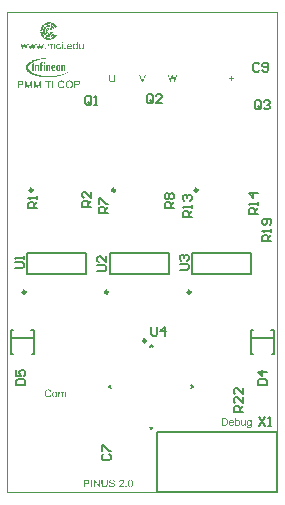
<source format=gto>
%FSLAX25Y25*%
%MOIN*%
G70*
G01*
G75*
%ADD10R,0.06299X0.07087*%
%ADD11R,0.12362X0.02835*%
%ADD12R,0.15748X0.02362*%
%ADD13R,0.02402X0.03268*%
%ADD14R,0.15748X0.08465*%
%ADD15O,0.02362X0.08661*%
%ADD16R,0.03543X0.03150*%
%ADD17R,0.03937X0.05906*%
G04:AMPARAMS|DCode=18|XSize=8.66mil|YSize=27.56mil|CornerRadius=0mil|HoleSize=0mil|Usage=FLASHONLY|Rotation=45.000|XOffset=0mil|YOffset=0mil|HoleType=Round|Shape=Rectangle|*
%AMROTATEDRECTD18*
4,1,4,0.00668,-0.01281,-0.01281,0.00668,-0.00668,0.01281,0.01281,-0.00668,0.00668,-0.01281,0.0*
%
%ADD18ROTATEDRECTD18*%

G04:AMPARAMS|DCode=19|XSize=8.66mil|YSize=27.56mil|CornerRadius=0mil|HoleSize=0mil|Usage=FLASHONLY|Rotation=315.000|XOffset=0mil|YOffset=0mil|HoleType=Round|Shape=Rectangle|*
%AMROTATEDRECTD19*
4,1,4,-0.01281,-0.00668,0.00668,0.01281,0.01281,0.00668,-0.00668,-0.01281,-0.01281,-0.00668,0.0*
%
%ADD19ROTATEDRECTD19*%

%ADD20P,0.20044X4X360.0*%
%ADD21C,0.02000*%
%ADD22C,0.00600*%
%ADD23C,0.00800*%
%ADD24R,0.58000X0.10500*%
%ADD25R,0.07000X0.20000*%
%ADD26R,0.11000X0.04500*%
%ADD27R,0.10000X0.04500*%
%ADD28R,0.07500X0.05500*%
%ADD29R,0.07000X0.17000*%
%ADD30R,0.07000X0.33000*%
%ADD31R,0.08000X0.05500*%
%ADD32R,0.06500X0.17000*%
%ADD33C,0.00200*%
%ADD34R,0.05906X0.05906*%
%ADD35C,0.05906*%
%ADD36R,0.05906X0.05906*%
%ADD37C,0.01969*%
%ADD38R,0.07087X0.06299*%
%ADD39R,0.05906X0.05118*%
%ADD40R,0.01378X0.01378*%
%ADD41R,0.03150X0.03543*%
%ADD42R,0.04500X0.14500*%
%ADD43R,0.08000X0.19000*%
%ADD44R,0.08000X0.19500*%
%ADD45R,0.07000X0.21000*%
%ADD46R,0.07000X0.19500*%
%ADD47R,0.17000X0.07500*%
%ADD48R,0.23500X0.07500*%
%ADD49R,0.23000X0.07500*%
%ADD50C,0.00984*%
%ADD51C,0.00787*%
%ADD52C,0.00500*%
G36*
X16890Y140739D02*
X16470D01*
Y140756D01*
X16890D01*
Y140739D01*
D02*
G37*
G36*
X17292D02*
X17275D01*
Y140756D01*
X17292D01*
Y140739D01*
D02*
G37*
G36*
X17730D02*
X17293D01*
Y140756D01*
X17730D01*
Y140739D01*
D02*
G37*
G36*
X16470D02*
X16453D01*
Y140756D01*
X16470D01*
Y140739D01*
D02*
G37*
G36*
X15280D02*
X14843D01*
Y140756D01*
X15280D01*
Y140739D01*
D02*
G37*
G36*
X15875D02*
X15858D01*
Y140756D01*
X15875D01*
Y140739D01*
D02*
G37*
G36*
X15962D02*
X15875D01*
Y140756D01*
X15962D01*
Y140739D01*
D02*
G37*
G36*
X9295Y140756D02*
X9278D01*
Y140774D01*
X9295D01*
Y140756D01*
D02*
G37*
G36*
X9697D02*
X9295D01*
Y140774D01*
X9697D01*
Y140756D01*
D02*
G37*
G36*
X10555D02*
X10153D01*
Y140774D01*
X10555D01*
Y140756D01*
D02*
G37*
G36*
X8805D02*
X8403D01*
Y140774D01*
X8805D01*
Y140756D01*
D02*
G37*
G36*
X18535Y140739D02*
X18133D01*
Y140756D01*
X18535D01*
Y140739D01*
D02*
G37*
G36*
X19410D02*
X19008D01*
Y140756D01*
X19410D01*
Y140739D01*
D02*
G37*
G36*
X7248Y140756D02*
X6338D01*
Y140774D01*
X7248D01*
Y140756D01*
D02*
G37*
G36*
X14388Y140739D02*
X13985D01*
Y140756D01*
X14388D01*
Y140739D01*
D02*
G37*
G36*
X7265D02*
X6355D01*
Y140756D01*
X7265D01*
Y140739D01*
D02*
G37*
G36*
X8805D02*
X8403D01*
Y140756D01*
X8805D01*
Y140739D01*
D02*
G37*
G36*
X9295D02*
X9278D01*
Y140756D01*
X9295D01*
Y140739D01*
D02*
G37*
G36*
X19410Y140721D02*
X19008D01*
Y140739D01*
X19410D01*
Y140721D01*
D02*
G37*
G36*
X16907D02*
X16470D01*
Y140739D01*
X16907D01*
Y140721D01*
D02*
G37*
G36*
X17713D02*
X17275D01*
Y140739D01*
X17713D01*
Y140721D01*
D02*
G37*
G36*
X18535D02*
X18133D01*
Y140739D01*
X18535D01*
Y140721D01*
D02*
G37*
G36*
X12200Y140739D02*
X12183D01*
Y140756D01*
X12200D01*
Y140739D01*
D02*
G37*
G36*
X12603D02*
X12200D01*
Y140756D01*
X12603D01*
Y140739D01*
D02*
G37*
G36*
X13512D02*
X13110D01*
Y140756D01*
X13512D01*
Y140739D01*
D02*
G37*
G36*
X11518D02*
X11500D01*
Y140756D01*
X11518D01*
Y140739D01*
D02*
G37*
G36*
X9697D02*
X9295D01*
Y140756D01*
X9697D01*
Y140739D01*
D02*
G37*
G36*
X10555D02*
X10153D01*
Y140756D01*
X10555D01*
Y140739D01*
D02*
G37*
G36*
X11500D02*
X11098D01*
Y140756D01*
X11500D01*
Y140739D01*
D02*
G37*
G36*
Y140756D02*
X11098D01*
Y140774D01*
X11500D01*
Y140756D01*
D02*
G37*
G36*
X10555Y140774D02*
X10153D01*
Y140791D01*
X10555D01*
Y140774D01*
D02*
G37*
G36*
X11500D02*
X11098D01*
Y140791D01*
X11500D01*
Y140774D01*
D02*
G37*
G36*
X11518D02*
X11500D01*
Y140791D01*
X11518D01*
Y140774D01*
D02*
G37*
G36*
X9697D02*
X9295D01*
Y140791D01*
X9697D01*
Y140774D01*
D02*
G37*
G36*
X7248D02*
X7230D01*
Y140791D01*
X7248D01*
Y140774D01*
D02*
G37*
G36*
X8805D02*
X8403D01*
Y140791D01*
X8805D01*
Y140774D01*
D02*
G37*
G36*
X9295D02*
X9278D01*
Y140791D01*
X9295D01*
Y140774D01*
D02*
G37*
G36*
X15262D02*
X14825D01*
Y140791D01*
X15262D01*
Y140774D01*
D02*
G37*
G36*
X15910D02*
X15893D01*
Y140791D01*
X15910D01*
Y140774D01*
D02*
G37*
G36*
X15945D02*
X15910D01*
Y140791D01*
X15945D01*
Y140774D01*
D02*
G37*
G36*
X14388D02*
X13985D01*
Y140791D01*
X14388D01*
Y140774D01*
D02*
G37*
G36*
X12200D02*
X12183D01*
Y140791D01*
X12200D01*
Y140774D01*
D02*
G37*
G36*
X12603D02*
X12200D01*
Y140791D01*
X12603D01*
Y140774D01*
D02*
G37*
G36*
X13512D02*
X13110D01*
Y140791D01*
X13512D01*
Y140774D01*
D02*
G37*
G36*
X7230D02*
X6338D01*
Y140791D01*
X7230D01*
Y140774D01*
D02*
G37*
G36*
X14388Y140756D02*
X13985D01*
Y140774D01*
X14388D01*
Y140756D01*
D02*
G37*
G36*
X14842D02*
X14825D01*
Y140774D01*
X14842D01*
Y140756D01*
D02*
G37*
G36*
X15280D02*
X14843D01*
Y140774D01*
X15280D01*
Y140756D01*
D02*
G37*
G36*
X13512D02*
X13110D01*
Y140774D01*
X13512D01*
Y140756D01*
D02*
G37*
G36*
X11518D02*
X11500D01*
Y140774D01*
X11518D01*
Y140756D01*
D02*
G37*
G36*
X12200D02*
X12183D01*
Y140774D01*
X12200D01*
Y140756D01*
D02*
G37*
G36*
X12603D02*
X12200D01*
Y140774D01*
X12603D01*
Y140756D01*
D02*
G37*
G36*
X17730D02*
X17293D01*
Y140774D01*
X17730D01*
Y140756D01*
D02*
G37*
G36*
X18535D02*
X18133D01*
Y140774D01*
X18535D01*
Y140756D01*
D02*
G37*
G36*
X19410D02*
X19008D01*
Y140774D01*
X19410D01*
Y140756D01*
D02*
G37*
G36*
X16890D02*
X16453D01*
Y140774D01*
X16890D01*
Y140756D01*
D02*
G37*
G36*
X15892D02*
X15875D01*
Y140774D01*
X15892D01*
Y140756D01*
D02*
G37*
G36*
X15945D02*
X15893D01*
Y140774D01*
X15945D01*
Y140756D01*
D02*
G37*
G36*
X15962D02*
X15945D01*
Y140774D01*
X15962D01*
Y140756D01*
D02*
G37*
G36*
X17713Y140686D02*
X17695D01*
Y140704D01*
X17713D01*
Y140686D01*
D02*
G37*
G36*
X18535D02*
X18133D01*
Y140704D01*
X18535D01*
Y140686D01*
D02*
G37*
G36*
X19410D02*
X19008D01*
Y140704D01*
X19410D01*
Y140686D01*
D02*
G37*
G36*
X17695D02*
X17258D01*
Y140704D01*
X17695D01*
Y140686D01*
D02*
G37*
G36*
X15998D02*
X15805D01*
Y140704D01*
X15998D01*
Y140686D01*
D02*
G37*
G36*
X16488D02*
X16470D01*
Y140704D01*
X16488D01*
Y140686D01*
D02*
G37*
G36*
X16925D02*
X16488D01*
Y140704D01*
X16925D01*
Y140686D01*
D02*
G37*
G36*
X10555Y140704D02*
X10153D01*
Y140721D01*
X10555D01*
Y140704D01*
D02*
G37*
G36*
X11500D02*
X11098D01*
Y140721D01*
X11500D01*
Y140704D01*
D02*
G37*
G36*
X11518D02*
X11500D01*
Y140721D01*
X11518D01*
Y140704D01*
D02*
G37*
G36*
X9697D02*
X9295D01*
Y140721D01*
X9697D01*
Y140704D01*
D02*
G37*
G36*
X7282D02*
X6373D01*
Y140721D01*
X7282D01*
Y140704D01*
D02*
G37*
G36*
X8805D02*
X8403D01*
Y140721D01*
X8805D01*
Y140704D01*
D02*
G37*
G36*
X9295D02*
X9278D01*
Y140721D01*
X9295D01*
Y140704D01*
D02*
G37*
G36*
X15333Y140686D02*
X14860D01*
Y140704D01*
X15333D01*
Y140686D01*
D02*
G37*
G36*
X8805D02*
X8403D01*
Y140704D01*
X8805D01*
Y140686D01*
D02*
G37*
G36*
X9295D02*
X9278D01*
Y140704D01*
X9295D01*
Y140686D01*
D02*
G37*
G36*
X9697D02*
X9295D01*
Y140704D01*
X9697D01*
Y140686D01*
D02*
G37*
G36*
X7300D02*
X6373D01*
Y140704D01*
X7300D01*
Y140686D01*
D02*
G37*
G36*
X17695Y140669D02*
X17258D01*
Y140686D01*
X17695D01*
Y140669D01*
D02*
G37*
G36*
X18535D02*
X18133D01*
Y140686D01*
X18535D01*
Y140669D01*
D02*
G37*
G36*
X19410D02*
X19008D01*
Y140686D01*
X19410D01*
Y140669D01*
D02*
G37*
G36*
X12603Y140686D02*
X12200D01*
Y140704D01*
X12603D01*
Y140686D01*
D02*
G37*
G36*
X13512D02*
X13110D01*
Y140704D01*
X13512D01*
Y140686D01*
D02*
G37*
G36*
X14388D02*
X13985D01*
Y140704D01*
X14388D01*
Y140686D01*
D02*
G37*
G36*
X12200D02*
X12183D01*
Y140704D01*
X12200D01*
Y140686D01*
D02*
G37*
G36*
X10555D02*
X10153D01*
Y140704D01*
X10555D01*
Y140686D01*
D02*
G37*
G36*
X11500D02*
X11098D01*
Y140704D01*
X11500D01*
Y140686D01*
D02*
G37*
G36*
X11518D02*
X11500D01*
Y140704D01*
X11518D01*
Y140686D01*
D02*
G37*
G36*
X12200Y140704D02*
X12183D01*
Y140721D01*
X12200D01*
Y140704D01*
D02*
G37*
G36*
X11518Y140721D02*
X11500D01*
Y140739D01*
X11518D01*
Y140721D01*
D02*
G37*
G36*
X12200D02*
X12183D01*
Y140739D01*
X12200D01*
Y140721D01*
D02*
G37*
G36*
X12603D02*
X12200D01*
Y140739D01*
X12603D01*
Y140721D01*
D02*
G37*
G36*
X11500D02*
X11098D01*
Y140739D01*
X11500D01*
Y140721D01*
D02*
G37*
G36*
X9295D02*
X9278D01*
Y140739D01*
X9295D01*
Y140721D01*
D02*
G37*
G36*
X9697D02*
X9295D01*
Y140739D01*
X9697D01*
Y140721D01*
D02*
G37*
G36*
X10555D02*
X10153D01*
Y140739D01*
X10555D01*
Y140721D01*
D02*
G37*
G36*
X15857D02*
X15840D01*
Y140739D01*
X15857D01*
Y140721D01*
D02*
G37*
G36*
X15980D02*
X15858D01*
Y140739D01*
X15980D01*
Y140721D01*
D02*
G37*
G36*
X16470D02*
X16453D01*
Y140739D01*
X16470D01*
Y140721D01*
D02*
G37*
G36*
X15297D02*
X15280D01*
Y140739D01*
X15297D01*
Y140721D01*
D02*
G37*
G36*
X13512D02*
X13110D01*
Y140739D01*
X13512D01*
Y140721D01*
D02*
G37*
G36*
X14388D02*
X13985D01*
Y140739D01*
X14388D01*
Y140721D01*
D02*
G37*
G36*
X15280D02*
X14843D01*
Y140739D01*
X15280D01*
Y140721D01*
D02*
G37*
G36*
X8805D02*
X8403D01*
Y140739D01*
X8805D01*
Y140721D01*
D02*
G37*
G36*
X15297Y140704D02*
X14860D01*
Y140721D01*
X15297D01*
Y140704D01*
D02*
G37*
G36*
X15315D02*
X15298D01*
Y140721D01*
X15315D01*
Y140704D01*
D02*
G37*
G36*
X15840D02*
X15823D01*
Y140721D01*
X15840D01*
Y140704D01*
D02*
G37*
G36*
X14860D02*
X14843D01*
Y140721D01*
X14860D01*
Y140704D01*
D02*
G37*
G36*
X12603D02*
X12200D01*
Y140721D01*
X12603D01*
Y140704D01*
D02*
G37*
G36*
X13512D02*
X13110D01*
Y140721D01*
X13512D01*
Y140704D01*
D02*
G37*
G36*
X14388D02*
X13985D01*
Y140721D01*
X14388D01*
Y140704D01*
D02*
G37*
G36*
X18535D02*
X18133D01*
Y140721D01*
X18535D01*
Y140704D01*
D02*
G37*
G36*
X19410D02*
X19008D01*
Y140721D01*
X19410D01*
Y140704D01*
D02*
G37*
G36*
X7282Y140721D02*
X6355D01*
Y140739D01*
X7282D01*
Y140721D01*
D02*
G37*
G36*
X17713Y140704D02*
X17275D01*
Y140721D01*
X17713D01*
Y140704D01*
D02*
G37*
G36*
X15980D02*
X15840D01*
Y140721D01*
X15980D01*
Y140704D01*
D02*
G37*
G36*
X16907D02*
X16470D01*
Y140721D01*
X16907D01*
Y140704D01*
D02*
G37*
G36*
X17275D02*
X17258D01*
Y140721D01*
X17275D01*
Y140704D01*
D02*
G37*
G36*
X16453Y140774D02*
X16435D01*
Y140791D01*
X16453D01*
Y140774D01*
D02*
G37*
G36*
X17748Y140844D02*
X17328D01*
Y140861D01*
X17748D01*
Y140844D01*
D02*
G37*
G36*
X18535D02*
X18133D01*
Y140861D01*
X18535D01*
Y140844D01*
D02*
G37*
G36*
X19410D02*
X19008D01*
Y140861D01*
X19410D01*
Y140844D01*
D02*
G37*
G36*
X17327D02*
X17310D01*
Y140861D01*
X17327D01*
Y140844D01*
D02*
G37*
G36*
X15228D02*
X14808D01*
Y140861D01*
X15228D01*
Y140844D01*
D02*
G37*
G36*
X16435D02*
X16418D01*
Y140861D01*
X16435D01*
Y140844D01*
D02*
G37*
G36*
X16855D02*
X16435D01*
Y140861D01*
X16855D01*
Y140844D01*
D02*
G37*
G36*
X9697Y140861D02*
X9295D01*
Y140879D01*
X9697D01*
Y140861D01*
D02*
G37*
G36*
X10555D02*
X10153D01*
Y140879D01*
X10555D01*
Y140861D01*
D02*
G37*
G36*
X11500D02*
X11098D01*
Y140879D01*
X11500D01*
Y140861D01*
D02*
G37*
G36*
X9295D02*
X9278D01*
Y140879D01*
X9295D01*
Y140861D01*
D02*
G37*
G36*
X7195D02*
X6303D01*
Y140879D01*
X7195D01*
Y140861D01*
D02*
G37*
G36*
X7213D02*
X7195D01*
Y140879D01*
X7213D01*
Y140861D01*
D02*
G37*
G36*
X8805D02*
X8403D01*
Y140879D01*
X8805D01*
Y140861D01*
D02*
G37*
G36*
X14388Y140844D02*
X13985D01*
Y140861D01*
X14388D01*
Y140844D01*
D02*
G37*
G36*
X7213D02*
X7195D01*
Y140861D01*
X7213D01*
Y140844D01*
D02*
G37*
G36*
X8805D02*
X8403D01*
Y140861D01*
X8805D01*
Y140844D01*
D02*
G37*
G36*
X9295D02*
X9278D01*
Y140861D01*
X9295D01*
Y140844D01*
D02*
G37*
G36*
X7195D02*
X6320D01*
Y140861D01*
X7195D01*
Y140844D01*
D02*
G37*
G36*
X17748Y140826D02*
X17730D01*
Y140844D01*
X17748D01*
Y140826D01*
D02*
G37*
G36*
X18535D02*
X18133D01*
Y140844D01*
X18535D01*
Y140826D01*
D02*
G37*
G36*
X19410D02*
X19008D01*
Y140844D01*
X19410D01*
Y140826D01*
D02*
G37*
G36*
X12200Y140844D02*
X12183D01*
Y140861D01*
X12200D01*
Y140844D01*
D02*
G37*
G36*
X12603D02*
X12200D01*
Y140861D01*
X12603D01*
Y140844D01*
D02*
G37*
G36*
X13512D02*
X13110D01*
Y140861D01*
X13512D01*
Y140844D01*
D02*
G37*
G36*
X11518D02*
X11500D01*
Y140861D01*
X11518D01*
Y140844D01*
D02*
G37*
G36*
X9697D02*
X9295D01*
Y140861D01*
X9697D01*
Y140844D01*
D02*
G37*
G36*
X10555D02*
X10153D01*
Y140861D01*
X10555D01*
Y140844D01*
D02*
G37*
G36*
X11500D02*
X11098D01*
Y140861D01*
X11500D01*
Y140844D01*
D02*
G37*
G36*
X11518Y140861D02*
X11500D01*
Y140879D01*
X11518D01*
Y140861D01*
D02*
G37*
G36*
Y140879D02*
X11500D01*
Y140896D01*
X11518D01*
Y140879D01*
D02*
G37*
G36*
X12200D02*
X12183D01*
Y140896D01*
X12200D01*
Y140879D01*
D02*
G37*
G36*
X12603D02*
X12200D01*
Y140896D01*
X12603D01*
Y140879D01*
D02*
G37*
G36*
X11500D02*
X11098D01*
Y140896D01*
X11500D01*
Y140879D01*
D02*
G37*
G36*
X9295D02*
X9278D01*
Y140896D01*
X9295D01*
Y140879D01*
D02*
G37*
G36*
X9697D02*
X9295D01*
Y140896D01*
X9697D01*
Y140879D01*
D02*
G37*
G36*
X10555D02*
X10153D01*
Y140896D01*
X10555D01*
Y140879D01*
D02*
G37*
G36*
X15227D02*
X15210D01*
Y140896D01*
X15227D01*
Y140879D01*
D02*
G37*
G36*
X16435D02*
X16418D01*
Y140896D01*
X16435D01*
Y140879D01*
D02*
G37*
G36*
X16838D02*
X16435D01*
Y140896D01*
X16838D01*
Y140879D01*
D02*
G37*
G36*
X15210D02*
X14808D01*
Y140896D01*
X15210D01*
Y140879D01*
D02*
G37*
G36*
X13512D02*
X13110D01*
Y140896D01*
X13512D01*
Y140879D01*
D02*
G37*
G36*
X14388D02*
X13985D01*
Y140896D01*
X14388D01*
Y140879D01*
D02*
G37*
G36*
X14807D02*
X14790D01*
Y140896D01*
X14807D01*
Y140879D01*
D02*
G37*
G36*
X8805D02*
X8403D01*
Y140896D01*
X8805D01*
Y140879D01*
D02*
G37*
G36*
X15210Y140861D02*
X14808D01*
Y140879D01*
X15210D01*
Y140861D01*
D02*
G37*
G36*
X15227D02*
X15210D01*
Y140879D01*
X15227D01*
Y140861D01*
D02*
G37*
G36*
X16435D02*
X16418D01*
Y140879D01*
X16435D01*
Y140861D01*
D02*
G37*
G36*
X14388D02*
X13985D01*
Y140879D01*
X14388D01*
Y140861D01*
D02*
G37*
G36*
X12200D02*
X12183D01*
Y140879D01*
X12200D01*
Y140861D01*
D02*
G37*
G36*
X12603D02*
X12200D01*
Y140879D01*
X12603D01*
Y140861D01*
D02*
G37*
G36*
X13512D02*
X13110D01*
Y140879D01*
X13512D01*
Y140861D01*
D02*
G37*
G36*
X18535D02*
X18133D01*
Y140879D01*
X18535D01*
Y140861D01*
D02*
G37*
G36*
X19410D02*
X19008D01*
Y140879D01*
X19410D01*
Y140861D01*
D02*
G37*
G36*
X7195Y140879D02*
X6303D01*
Y140896D01*
X7195D01*
Y140879D01*
D02*
G37*
G36*
X17765Y140861D02*
X17328D01*
Y140879D01*
X17765D01*
Y140861D01*
D02*
G37*
G36*
X16838D02*
X16435D01*
Y140879D01*
X16838D01*
Y140861D01*
D02*
G37*
G36*
X16855D02*
X16838D01*
Y140879D01*
X16855D01*
Y140861D01*
D02*
G37*
G36*
X17327D02*
X17310D01*
Y140879D01*
X17327D01*
Y140861D01*
D02*
G37*
G36*
X16873Y140791D02*
X16453D01*
Y140809D01*
X16873D01*
Y140791D01*
D02*
G37*
G36*
X17310D02*
X17293D01*
Y140809D01*
X17310D01*
Y140791D01*
D02*
G37*
G36*
X17730D02*
X17310D01*
Y140809D01*
X17730D01*
Y140791D01*
D02*
G37*
G36*
X16453D02*
X16435D01*
Y140809D01*
X16453D01*
Y140791D01*
D02*
G37*
G36*
X14388D02*
X13985D01*
Y140809D01*
X14388D01*
Y140791D01*
D02*
G37*
G36*
X15245D02*
X14825D01*
Y140809D01*
X15245D01*
Y140791D01*
D02*
G37*
G36*
X15945D02*
X15910D01*
Y140809D01*
X15945D01*
Y140791D01*
D02*
G37*
G36*
X8805Y140809D02*
X8403D01*
Y140826D01*
X8805D01*
Y140809D01*
D02*
G37*
G36*
X9295D02*
X9278D01*
Y140826D01*
X9295D01*
Y140809D01*
D02*
G37*
G36*
X9697D02*
X9295D01*
Y140826D01*
X9697D01*
Y140809D01*
D02*
G37*
G36*
X7230D02*
X7213D01*
Y140826D01*
X7230D01*
Y140809D01*
D02*
G37*
G36*
X18535Y140791D02*
X18133D01*
Y140809D01*
X18535D01*
Y140791D01*
D02*
G37*
G36*
X19410D02*
X19008D01*
Y140809D01*
X19410D01*
Y140791D01*
D02*
G37*
G36*
X7213Y140809D02*
X6320D01*
Y140826D01*
X7213D01*
Y140809D01*
D02*
G37*
G36*
X13512Y140791D02*
X13110D01*
Y140809D01*
X13512D01*
Y140791D01*
D02*
G37*
G36*
X19410Y140774D02*
X19008D01*
Y140791D01*
X19410D01*
Y140774D01*
D02*
G37*
G36*
X7230Y140791D02*
X6338D01*
Y140809D01*
X7230D01*
Y140791D01*
D02*
G37*
G36*
X8805D02*
X8403D01*
Y140809D01*
X8805D01*
Y140791D01*
D02*
G37*
G36*
X18535Y140774D02*
X18133D01*
Y140791D01*
X18535D01*
Y140774D01*
D02*
G37*
G36*
X16873D02*
X16453D01*
Y140791D01*
X16873D01*
Y140774D01*
D02*
G37*
G36*
X17310D02*
X17293D01*
Y140791D01*
X17310D01*
Y140774D01*
D02*
G37*
G36*
X17730D02*
X17310D01*
Y140791D01*
X17730D01*
Y140774D01*
D02*
G37*
G36*
X11518Y140791D02*
X11500D01*
Y140809D01*
X11518D01*
Y140791D01*
D02*
G37*
G36*
X12200D02*
X12183D01*
Y140809D01*
X12200D01*
Y140791D01*
D02*
G37*
G36*
X12603D02*
X12200D01*
Y140809D01*
X12603D01*
Y140791D01*
D02*
G37*
G36*
X11500D02*
X11098D01*
Y140809D01*
X11500D01*
Y140791D01*
D02*
G37*
G36*
X9295D02*
X9278D01*
Y140809D01*
X9295D01*
Y140791D01*
D02*
G37*
G36*
X9697D02*
X9295D01*
Y140809D01*
X9697D01*
Y140791D01*
D02*
G37*
G36*
X10555D02*
X10153D01*
Y140809D01*
X10555D01*
Y140791D01*
D02*
G37*
G36*
Y140809D02*
X10153D01*
Y140826D01*
X10555D01*
Y140809D01*
D02*
G37*
G36*
X12200Y140826D02*
X12183D01*
Y140844D01*
X12200D01*
Y140826D01*
D02*
G37*
G36*
X12603D02*
X12200D01*
Y140844D01*
X12603D01*
Y140826D01*
D02*
G37*
G36*
X13512D02*
X13110D01*
Y140844D01*
X13512D01*
Y140826D01*
D02*
G37*
G36*
X11518D02*
X11500D01*
Y140844D01*
X11518D01*
Y140826D01*
D02*
G37*
G36*
X9697D02*
X9295D01*
Y140844D01*
X9697D01*
Y140826D01*
D02*
G37*
G36*
X10555D02*
X10153D01*
Y140844D01*
X10555D01*
Y140826D01*
D02*
G37*
G36*
X11500D02*
X11098D01*
Y140844D01*
X11500D01*
Y140826D01*
D02*
G37*
G36*
X16855D02*
X16435D01*
Y140844D01*
X16855D01*
Y140826D01*
D02*
G37*
G36*
X17327D02*
X17310D01*
Y140844D01*
X17327D01*
Y140826D01*
D02*
G37*
G36*
X17730D02*
X17328D01*
Y140844D01*
X17730D01*
Y140826D01*
D02*
G37*
G36*
X15245D02*
X15228D01*
Y140844D01*
X15245D01*
Y140826D01*
D02*
G37*
G36*
X14388D02*
X13985D01*
Y140844D01*
X14388D01*
Y140826D01*
D02*
G37*
G36*
X14825D02*
X14808D01*
Y140844D01*
X14825D01*
Y140826D01*
D02*
G37*
G36*
X15227D02*
X14825D01*
Y140844D01*
X15227D01*
Y140826D01*
D02*
G37*
G36*
X9295D02*
X9278D01*
Y140844D01*
X9295D01*
Y140826D01*
D02*
G37*
G36*
X13512Y140809D02*
X13110D01*
Y140826D01*
X13512D01*
Y140809D01*
D02*
G37*
G36*
X14388D02*
X13985D01*
Y140826D01*
X14388D01*
Y140809D01*
D02*
G37*
G36*
X14825D02*
X14808D01*
Y140826D01*
X14825D01*
Y140809D01*
D02*
G37*
G36*
X12603D02*
X12200D01*
Y140826D01*
X12603D01*
Y140809D01*
D02*
G37*
G36*
X11500D02*
X11098D01*
Y140826D01*
X11500D01*
Y140809D01*
D02*
G37*
G36*
X11518D02*
X11500D01*
Y140826D01*
X11518D01*
Y140809D01*
D02*
G37*
G36*
X12200D02*
X12183D01*
Y140826D01*
X12200D01*
Y140809D01*
D02*
G37*
G36*
X19410D02*
X19008D01*
Y140826D01*
X19410D01*
Y140809D01*
D02*
G37*
G36*
X7213Y140826D02*
X6320D01*
Y140844D01*
X7213D01*
Y140826D01*
D02*
G37*
G36*
X8805D02*
X8403D01*
Y140844D01*
X8805D01*
Y140826D01*
D02*
G37*
G36*
X18535Y140809D02*
X18133D01*
Y140826D01*
X18535D01*
Y140809D01*
D02*
G37*
G36*
X15245D02*
X14825D01*
Y140826D01*
X15245D01*
Y140809D01*
D02*
G37*
G36*
X16872D02*
X16435D01*
Y140826D01*
X16872D01*
Y140809D01*
D02*
G37*
G36*
X17748D02*
X17310D01*
Y140826D01*
X17748D01*
Y140809D01*
D02*
G37*
G36*
X7370Y140546D02*
X6443D01*
Y140564D01*
X7370D01*
Y140546D01*
D02*
G37*
G36*
X7388D02*
X7370D01*
Y140564D01*
X7388D01*
Y140546D01*
D02*
G37*
G36*
X8805D02*
X8403D01*
Y140564D01*
X8805D01*
Y140546D01*
D02*
G37*
G36*
X19410Y140529D02*
X19008D01*
Y140546D01*
X19410D01*
Y140529D01*
D02*
G37*
G36*
X16557D02*
X16540D01*
Y140546D01*
X16557D01*
Y140529D01*
D02*
G37*
G36*
X17625D02*
X16558D01*
Y140546D01*
X17625D01*
Y140529D01*
D02*
G37*
G36*
X18535D02*
X18133D01*
Y140546D01*
X18535D01*
Y140529D01*
D02*
G37*
G36*
X11518Y140546D02*
X11500D01*
Y140564D01*
X11518D01*
Y140546D01*
D02*
G37*
G36*
X12200D02*
X12183D01*
Y140564D01*
X12200D01*
Y140546D01*
D02*
G37*
G36*
X12603D02*
X12200D01*
Y140564D01*
X12603D01*
Y140546D01*
D02*
G37*
G36*
X11500D02*
X11098D01*
Y140564D01*
X11500D01*
Y140546D01*
D02*
G37*
G36*
X9295D02*
X9278D01*
Y140564D01*
X9295D01*
Y140546D01*
D02*
G37*
G36*
X9697D02*
X9295D01*
Y140564D01*
X9697D01*
Y140546D01*
D02*
G37*
G36*
X10555D02*
X10153D01*
Y140564D01*
X10555D01*
Y140546D01*
D02*
G37*
G36*
X16085Y140529D02*
X14948D01*
Y140546D01*
X16085D01*
Y140529D01*
D02*
G37*
G36*
X9295D02*
X9278D01*
Y140546D01*
X9295D01*
Y140529D01*
D02*
G37*
G36*
X9697D02*
X9295D01*
Y140546D01*
X9697D01*
Y140529D01*
D02*
G37*
G36*
X10555D02*
X10153D01*
Y140546D01*
X10555D01*
Y140529D01*
D02*
G37*
G36*
X8805D02*
X8403D01*
Y140546D01*
X8805D01*
Y140529D01*
D02*
G37*
G36*
X18535Y140511D02*
X18133D01*
Y140529D01*
X18535D01*
Y140511D01*
D02*
G37*
G36*
X19410D02*
X19008D01*
Y140529D01*
X19410D01*
Y140511D01*
D02*
G37*
G36*
X7405Y140529D02*
X6460D01*
Y140546D01*
X7405D01*
Y140529D01*
D02*
G37*
G36*
X13512D02*
X13110D01*
Y140546D01*
X13512D01*
Y140529D01*
D02*
G37*
G36*
X14388D02*
X13985D01*
Y140546D01*
X14388D01*
Y140529D01*
D02*
G37*
G36*
X14947D02*
X14930D01*
Y140546D01*
X14947D01*
Y140529D01*
D02*
G37*
G36*
X12603D02*
X12200D01*
Y140546D01*
X12603D01*
Y140529D01*
D02*
G37*
G36*
X11500D02*
X11098D01*
Y140546D01*
X11500D01*
Y140529D01*
D02*
G37*
G36*
X11518D02*
X11500D01*
Y140546D01*
X11518D01*
Y140529D01*
D02*
G37*
G36*
X12200D02*
X12183D01*
Y140546D01*
X12200D01*
Y140529D01*
D02*
G37*
G36*
X13512Y140546D02*
X13110D01*
Y140564D01*
X13512D01*
Y140546D01*
D02*
G37*
G36*
X17642Y140564D02*
X16540D01*
Y140581D01*
X17642D01*
Y140564D01*
D02*
G37*
G36*
X18535D02*
X18133D01*
Y140581D01*
X18535D01*
Y140564D01*
D02*
G37*
G36*
X19410D02*
X19008D01*
Y140581D01*
X19410D01*
Y140564D01*
D02*
G37*
G36*
X16540D02*
X16523D01*
Y140581D01*
X16540D01*
Y140564D01*
D02*
G37*
G36*
X14388D02*
X13985D01*
Y140581D01*
X14388D01*
Y140564D01*
D02*
G37*
G36*
X16050D02*
X14913D01*
Y140581D01*
X16050D01*
Y140564D01*
D02*
G37*
G36*
X16068D02*
X16050D01*
Y140581D01*
X16068D01*
Y140564D01*
D02*
G37*
G36*
X9697Y140581D02*
X9295D01*
Y140599D01*
X9697D01*
Y140581D01*
D02*
G37*
G36*
X10555D02*
X10153D01*
Y140599D01*
X10555D01*
Y140581D01*
D02*
G37*
G36*
X11500D02*
X11098D01*
Y140599D01*
X11500D01*
Y140581D01*
D02*
G37*
G36*
X9295D02*
X9278D01*
Y140599D01*
X9295D01*
Y140581D01*
D02*
G37*
G36*
X7352D02*
X6425D01*
Y140599D01*
X7352D01*
Y140581D01*
D02*
G37*
G36*
X7370D02*
X7353D01*
Y140599D01*
X7370D01*
Y140581D01*
D02*
G37*
G36*
X8805D02*
X8403D01*
Y140599D01*
X8805D01*
Y140581D01*
D02*
G37*
G36*
X13512Y140564D02*
X13110D01*
Y140581D01*
X13512D01*
Y140564D01*
D02*
G37*
G36*
X19410Y140546D02*
X19008D01*
Y140564D01*
X19410D01*
Y140546D01*
D02*
G37*
G36*
X7370Y140564D02*
X6425D01*
Y140581D01*
X7370D01*
Y140564D01*
D02*
G37*
G36*
X8805D02*
X8403D01*
Y140581D01*
X8805D01*
Y140564D01*
D02*
G37*
G36*
X18535Y140546D02*
X18133D01*
Y140564D01*
X18535D01*
Y140546D01*
D02*
G37*
G36*
X14388D02*
X13985D01*
Y140564D01*
X14388D01*
Y140546D01*
D02*
G37*
G36*
X16068D02*
X14930D01*
Y140564D01*
X16068D01*
Y140546D01*
D02*
G37*
G36*
X17642D02*
X16540D01*
Y140564D01*
X17642D01*
Y140546D01*
D02*
G37*
G36*
X11518Y140564D02*
X11500D01*
Y140581D01*
X11518D01*
Y140564D01*
D02*
G37*
G36*
X12200D02*
X12183D01*
Y140581D01*
X12200D01*
Y140564D01*
D02*
G37*
G36*
X12603D02*
X12200D01*
Y140581D01*
X12603D01*
Y140564D01*
D02*
G37*
G36*
X11500D02*
X11098D01*
Y140581D01*
X11500D01*
Y140564D01*
D02*
G37*
G36*
X9295D02*
X9278D01*
Y140581D01*
X9295D01*
Y140564D01*
D02*
G37*
G36*
X9697D02*
X9295D01*
Y140581D01*
X9697D01*
Y140564D01*
D02*
G37*
G36*
X10555D02*
X10153D01*
Y140581D01*
X10555D01*
Y140564D01*
D02*
G37*
G36*
X12200Y140476D02*
X12183D01*
Y140494D01*
X12200D01*
Y140476D01*
D02*
G37*
G36*
X12603D02*
X12200D01*
Y140494D01*
X12603D01*
Y140476D01*
D02*
G37*
G36*
X13512D02*
X13110D01*
Y140494D01*
X13512D01*
Y140476D01*
D02*
G37*
G36*
X11518D02*
X11500D01*
Y140494D01*
X11518D01*
Y140476D01*
D02*
G37*
G36*
X9697D02*
X9295D01*
Y140494D01*
X9697D01*
Y140476D01*
D02*
G37*
G36*
X10555D02*
X10153D01*
Y140494D01*
X10555D01*
Y140476D01*
D02*
G37*
G36*
X11500D02*
X11098D01*
Y140494D01*
X11500D01*
Y140476D01*
D02*
G37*
G36*
X17590D02*
X16593D01*
Y140494D01*
X17590D01*
Y140476D01*
D02*
G37*
G36*
X18535D02*
X18133D01*
Y140494D01*
X18535D01*
Y140476D01*
D02*
G37*
G36*
X19410D02*
X19008D01*
Y140494D01*
X19410D01*
Y140476D01*
D02*
G37*
G36*
X16592D02*
X16575D01*
Y140494D01*
X16592D01*
Y140476D01*
D02*
G37*
G36*
X14388D02*
X13985D01*
Y140494D01*
X14388D01*
Y140476D01*
D02*
G37*
G36*
X14983D02*
X14965D01*
Y140494D01*
X14983D01*
Y140476D01*
D02*
G37*
G36*
X16085D02*
X14983D01*
Y140494D01*
X16085D01*
Y140476D01*
D02*
G37*
G36*
X9295D02*
X9278D01*
Y140494D01*
X9295D01*
Y140476D01*
D02*
G37*
G36*
X12603Y140459D02*
X12200D01*
Y140476D01*
X12603D01*
Y140459D01*
D02*
G37*
G36*
X13512D02*
X13110D01*
Y140476D01*
X13512D01*
Y140459D01*
D02*
G37*
G36*
X14388D02*
X13985D01*
Y140476D01*
X14388D01*
Y140459D01*
D02*
G37*
G36*
X12200D02*
X12183D01*
Y140476D01*
X12200D01*
Y140459D01*
D02*
G37*
G36*
X10555D02*
X10153D01*
Y140476D01*
X10555D01*
Y140459D01*
D02*
G37*
G36*
X11500D02*
X11098D01*
Y140476D01*
X11500D01*
Y140459D01*
D02*
G37*
G36*
X11518D02*
X11500D01*
Y140476D01*
X11518D01*
Y140459D01*
D02*
G37*
G36*
X19410D02*
X19008D01*
Y140476D01*
X19410D01*
Y140459D01*
D02*
G37*
G36*
X7440Y140476D02*
X6478D01*
Y140494D01*
X7440D01*
Y140476D01*
D02*
G37*
G36*
X8805D02*
X8403D01*
Y140494D01*
X8805D01*
Y140476D01*
D02*
G37*
G36*
X18535Y140459D02*
X18133D01*
Y140476D01*
X18535D01*
Y140459D01*
D02*
G37*
G36*
X15000D02*
X14983D01*
Y140476D01*
X15000D01*
Y140459D01*
D02*
G37*
G36*
X16068D02*
X15000D01*
Y140476D01*
X16068D01*
Y140459D01*
D02*
G37*
G36*
X17590D02*
X16593D01*
Y140476D01*
X17590D01*
Y140459D01*
D02*
G37*
G36*
X7423Y140494D02*
X6477D01*
Y140511D01*
X7423D01*
Y140494D01*
D02*
G37*
G36*
X9697Y140511D02*
X9295D01*
Y140529D01*
X9697D01*
Y140511D01*
D02*
G37*
G36*
X10555D02*
X10153D01*
Y140529D01*
X10555D01*
Y140511D01*
D02*
G37*
G36*
X11500D02*
X11098D01*
Y140529D01*
X11500D01*
Y140511D01*
D02*
G37*
G36*
X9295D02*
X9278D01*
Y140529D01*
X9295D01*
Y140511D01*
D02*
G37*
G36*
X19410Y140494D02*
X19008D01*
Y140511D01*
X19410D01*
Y140494D01*
D02*
G37*
G36*
X7423Y140511D02*
X6460D01*
Y140529D01*
X7423D01*
Y140511D01*
D02*
G37*
G36*
X8805D02*
X8403D01*
Y140529D01*
X8805D01*
Y140511D01*
D02*
G37*
G36*
X14388D02*
X13985D01*
Y140529D01*
X14388D01*
Y140511D01*
D02*
G37*
G36*
X16085D02*
X14948D01*
Y140529D01*
X16085D01*
Y140511D01*
D02*
G37*
G36*
X17625D02*
X16558D01*
Y140529D01*
X17625D01*
Y140511D01*
D02*
G37*
G36*
X13512D02*
X13110D01*
Y140529D01*
X13512D01*
Y140511D01*
D02*
G37*
G36*
X11518D02*
X11500D01*
Y140529D01*
X11518D01*
Y140511D01*
D02*
G37*
G36*
X12200D02*
X12183D01*
Y140529D01*
X12200D01*
Y140511D01*
D02*
G37*
G36*
X12603D02*
X12200D01*
Y140529D01*
X12603D01*
Y140511D01*
D02*
G37*
G36*
X18535Y140494D02*
X18133D01*
Y140511D01*
X18535D01*
Y140494D01*
D02*
G37*
G36*
X11500D02*
X11098D01*
Y140511D01*
X11500D01*
Y140494D01*
D02*
G37*
G36*
X11518D02*
X11500D01*
Y140511D01*
X11518D01*
Y140494D01*
D02*
G37*
G36*
X12200D02*
X12183D01*
Y140511D01*
X12200D01*
Y140494D01*
D02*
G37*
G36*
X10555D02*
X10153D01*
Y140511D01*
X10555D01*
Y140494D01*
D02*
G37*
G36*
X8805D02*
X8403D01*
Y140511D01*
X8805D01*
Y140494D01*
D02*
G37*
G36*
X9295D02*
X9278D01*
Y140511D01*
X9295D01*
Y140494D01*
D02*
G37*
G36*
X9697D02*
X9295D01*
Y140511D01*
X9697D01*
Y140494D01*
D02*
G37*
G36*
X16085D02*
X14965D01*
Y140511D01*
X16085D01*
Y140494D01*
D02*
G37*
G36*
X16575D02*
X16558D01*
Y140511D01*
X16575D01*
Y140494D01*
D02*
G37*
G36*
X17607D02*
X16575D01*
Y140511D01*
X17607D01*
Y140494D01*
D02*
G37*
G36*
X14965D02*
X14948D01*
Y140511D01*
X14965D01*
Y140494D01*
D02*
G37*
G36*
X12603D02*
X12200D01*
Y140511D01*
X12603D01*
Y140494D01*
D02*
G37*
G36*
X13512D02*
X13110D01*
Y140511D01*
X13512D01*
Y140494D01*
D02*
G37*
G36*
X14388D02*
X13985D01*
Y140511D01*
X14388D01*
Y140494D01*
D02*
G37*
G36*
X11518Y140581D02*
X11500D01*
Y140599D01*
X11518D01*
Y140581D01*
D02*
G37*
G36*
X8805Y140651D02*
X8403D01*
Y140669D01*
X8805D01*
Y140651D01*
D02*
G37*
G36*
X9295D02*
X9278D01*
Y140669D01*
X9295D01*
Y140651D01*
D02*
G37*
G36*
X9697D02*
X9295D01*
Y140669D01*
X9697D01*
Y140651D01*
D02*
G37*
G36*
X7317D02*
X6390D01*
Y140669D01*
X7317D01*
Y140651D01*
D02*
G37*
G36*
X17678Y140634D02*
X17223D01*
Y140651D01*
X17678D01*
Y140634D01*
D02*
G37*
G36*
X18535D02*
X18133D01*
Y140651D01*
X18535D01*
Y140634D01*
D02*
G37*
G36*
X19410D02*
X19008D01*
Y140651D01*
X19410D01*
Y140634D01*
D02*
G37*
G36*
X12603Y140651D02*
X12200D01*
Y140669D01*
X12603D01*
Y140651D01*
D02*
G37*
G36*
X13512D02*
X13110D01*
Y140669D01*
X13512D01*
Y140651D01*
D02*
G37*
G36*
X14388D02*
X13985D01*
Y140669D01*
X14388D01*
Y140651D01*
D02*
G37*
G36*
X12200D02*
X12183D01*
Y140669D01*
X12200D01*
Y140651D01*
D02*
G37*
G36*
X10555D02*
X10153D01*
Y140669D01*
X10555D01*
Y140651D01*
D02*
G37*
G36*
X11500D02*
X11098D01*
Y140669D01*
X11500D01*
Y140651D01*
D02*
G37*
G36*
X11518D02*
X11500D01*
Y140669D01*
X11518D01*
Y140651D01*
D02*
G37*
G36*
X17222Y140634D02*
X17205D01*
Y140651D01*
X17222D01*
Y140634D01*
D02*
G37*
G36*
X11518D02*
X11500D01*
Y140651D01*
X11518D01*
Y140634D01*
D02*
G37*
G36*
X12200D02*
X12183D01*
Y140651D01*
X12200D01*
Y140634D01*
D02*
G37*
G36*
X12603D02*
X12200D01*
Y140651D01*
X12603D01*
Y140634D01*
D02*
G37*
G36*
X11500D02*
X11098D01*
Y140651D01*
X11500D01*
Y140634D01*
D02*
G37*
G36*
X9295D02*
X9278D01*
Y140651D01*
X9295D01*
Y140634D01*
D02*
G37*
G36*
X9697D02*
X9295D01*
Y140651D01*
X9697D01*
Y140634D01*
D02*
G37*
G36*
X10555D02*
X10153D01*
Y140651D01*
X10555D01*
Y140634D01*
D02*
G37*
G36*
X16015D02*
X15718D01*
Y140651D01*
X16015D01*
Y140634D01*
D02*
G37*
G36*
X16505D02*
X16488D01*
Y140651D01*
X16505D01*
Y140634D01*
D02*
G37*
G36*
X16960D02*
X16505D01*
Y140651D01*
X16960D01*
Y140634D01*
D02*
G37*
G36*
X15718D02*
X15700D01*
Y140651D01*
X15718D01*
Y140634D01*
D02*
G37*
G36*
X13512D02*
X13110D01*
Y140651D01*
X13512D01*
Y140634D01*
D02*
G37*
G36*
X14388D02*
X13985D01*
Y140651D01*
X14388D01*
Y140634D01*
D02*
G37*
G36*
X15385D02*
X14878D01*
Y140651D01*
X15385D01*
Y140634D01*
D02*
G37*
G36*
X14877Y140651D02*
X14860D01*
Y140669D01*
X14877D01*
Y140651D01*
D02*
G37*
G36*
X13512Y140669D02*
X13110D01*
Y140686D01*
X13512D01*
Y140669D01*
D02*
G37*
G36*
X14388D02*
X13985D01*
Y140686D01*
X14388D01*
Y140669D01*
D02*
G37*
G36*
X14877D02*
X14860D01*
Y140686D01*
X14877D01*
Y140669D01*
D02*
G37*
G36*
X12603D02*
X12200D01*
Y140686D01*
X12603D01*
Y140669D01*
D02*
G37*
G36*
X11500D02*
X11098D01*
Y140686D01*
X11500D01*
Y140669D01*
D02*
G37*
G36*
X11518D02*
X11500D01*
Y140686D01*
X11518D01*
Y140669D01*
D02*
G37*
G36*
X12200D02*
X12183D01*
Y140686D01*
X12200D01*
Y140669D01*
D02*
G37*
G36*
X16925D02*
X16488D01*
Y140686D01*
X16925D01*
Y140669D01*
D02*
G37*
G36*
X16942D02*
X16925D01*
Y140686D01*
X16942D01*
Y140669D01*
D02*
G37*
G36*
X17257D02*
X17240D01*
Y140686D01*
X17257D01*
Y140669D01*
D02*
G37*
G36*
X16488D02*
X16470D01*
Y140686D01*
X16488D01*
Y140669D01*
D02*
G37*
G36*
X15350D02*
X14878D01*
Y140686D01*
X15350D01*
Y140669D01*
D02*
G37*
G36*
X15788D02*
X15770D01*
Y140686D01*
X15788D01*
Y140669D01*
D02*
G37*
G36*
X15998D02*
X15788D01*
Y140686D01*
X15998D01*
Y140669D01*
D02*
G37*
G36*
X10555D02*
X10153D01*
Y140686D01*
X10555D01*
Y140669D01*
D02*
G37*
G36*
X16943Y140651D02*
X16488D01*
Y140669D01*
X16943D01*
Y140651D01*
D02*
G37*
G36*
X17240D02*
X17223D01*
Y140669D01*
X17240D01*
Y140651D01*
D02*
G37*
G36*
X17677D02*
X17240D01*
Y140669D01*
X17677D01*
Y140651D01*
D02*
G37*
G36*
X16015D02*
X15753D01*
Y140669D01*
X16015D01*
Y140651D01*
D02*
G37*
G36*
X15350D02*
X14878D01*
Y140669D01*
X15350D01*
Y140651D01*
D02*
G37*
G36*
X15368D02*
X15350D01*
Y140669D01*
X15368D01*
Y140651D01*
D02*
G37*
G36*
X15753D02*
X15735D01*
Y140669D01*
X15753D01*
Y140651D01*
D02*
G37*
G36*
X8805Y140669D02*
X8403D01*
Y140686D01*
X8805D01*
Y140669D01*
D02*
G37*
G36*
X9295D02*
X9278D01*
Y140686D01*
X9295D01*
Y140669D01*
D02*
G37*
G36*
X9697D02*
X9295D01*
Y140686D01*
X9697D01*
Y140669D01*
D02*
G37*
G36*
X7300D02*
X6373D01*
Y140686D01*
X7300D01*
Y140669D01*
D02*
G37*
G36*
X17695Y140651D02*
X17678D01*
Y140669D01*
X17695D01*
Y140651D01*
D02*
G37*
G36*
X18535D02*
X18133D01*
Y140669D01*
X18535D01*
Y140651D01*
D02*
G37*
G36*
X19410D02*
X19008D01*
Y140669D01*
X19410D01*
Y140651D01*
D02*
G37*
G36*
X12200Y140599D02*
X12183D01*
Y140616D01*
X12200D01*
Y140599D01*
D02*
G37*
G36*
X12603D02*
X12200D01*
Y140616D01*
X12603D01*
Y140599D01*
D02*
G37*
G36*
X13512D02*
X13110D01*
Y140616D01*
X13512D01*
Y140599D01*
D02*
G37*
G36*
X11518D02*
X11500D01*
Y140616D01*
X11518D01*
Y140599D01*
D02*
G37*
G36*
X9697D02*
X9295D01*
Y140616D01*
X9697D01*
Y140599D01*
D02*
G37*
G36*
X10555D02*
X10153D01*
Y140616D01*
X10555D01*
Y140599D01*
D02*
G37*
G36*
X11500D02*
X11098D01*
Y140616D01*
X11500D01*
Y140599D01*
D02*
G37*
G36*
X16522D02*
X16505D01*
Y140616D01*
X16522D01*
Y140599D01*
D02*
G37*
G36*
X17030D02*
X16523D01*
Y140616D01*
X17030D01*
Y140599D01*
D02*
G37*
G36*
X17170D02*
X17153D01*
Y140616D01*
X17170D01*
Y140599D01*
D02*
G37*
G36*
X16033D02*
X15630D01*
Y140616D01*
X16033D01*
Y140599D01*
D02*
G37*
G36*
X14388D02*
X13985D01*
Y140616D01*
X14388D01*
Y140599D01*
D02*
G37*
G36*
X15490D02*
X14895D01*
Y140616D01*
X15490D01*
Y140599D01*
D02*
G37*
G36*
X15630D02*
X15578D01*
Y140616D01*
X15630D01*
Y140599D01*
D02*
G37*
G36*
X9295D02*
X9278D01*
Y140616D01*
X9295D01*
Y140599D01*
D02*
G37*
G36*
X14912Y140581D02*
X14895D01*
Y140599D01*
X14912D01*
Y140581D01*
D02*
G37*
G36*
X16050D02*
X14913D01*
Y140599D01*
X16050D01*
Y140581D01*
D02*
G37*
G36*
X17065D02*
X16523D01*
Y140599D01*
X17065D01*
Y140581D01*
D02*
G37*
G36*
X14388D02*
X13985D01*
Y140599D01*
X14388D01*
Y140581D01*
D02*
G37*
G36*
X12200D02*
X12183D01*
Y140599D01*
X12200D01*
Y140581D01*
D02*
G37*
G36*
X12603D02*
X12200D01*
Y140599D01*
X12603D01*
Y140581D01*
D02*
G37*
G36*
X13512D02*
X13110D01*
Y140599D01*
X13512D01*
Y140581D01*
D02*
G37*
G36*
X7335Y140599D02*
X6408D01*
Y140616D01*
X7335D01*
Y140599D01*
D02*
G37*
G36*
X7352D02*
X7335D01*
Y140616D01*
X7352D01*
Y140599D01*
D02*
G37*
G36*
X8805D02*
X8403D01*
Y140616D01*
X8805D01*
Y140599D01*
D02*
G37*
G36*
X19410Y140581D02*
X19008D01*
Y140599D01*
X19410D01*
Y140581D01*
D02*
G37*
G36*
X17118D02*
X17065D01*
Y140599D01*
X17118D01*
Y140581D01*
D02*
G37*
G36*
X17660D02*
X17118D01*
Y140599D01*
X17660D01*
Y140581D01*
D02*
G37*
G36*
X18535D02*
X18133D01*
Y140599D01*
X18535D01*
Y140581D01*
D02*
G37*
G36*
X17660Y140599D02*
X17170D01*
Y140616D01*
X17660D01*
Y140599D01*
D02*
G37*
G36*
X16033Y140616D02*
X16015D01*
Y140634D01*
X16033D01*
Y140616D01*
D02*
G37*
G36*
X16977D02*
X16505D01*
Y140634D01*
X16977D01*
Y140616D01*
D02*
G37*
G36*
X16995D02*
X16978D01*
Y140634D01*
X16995D01*
Y140616D01*
D02*
G37*
G36*
X16015D02*
X15683D01*
Y140634D01*
X16015D01*
Y140616D01*
D02*
G37*
G36*
X15420D02*
X15403D01*
Y140634D01*
X15420D01*
Y140616D01*
D02*
G37*
G36*
X15438D02*
X15420D01*
Y140634D01*
X15438D01*
Y140616D01*
D02*
G37*
G36*
X15683D02*
X15665D01*
Y140634D01*
X15683D01*
Y140616D01*
D02*
G37*
G36*
X7317Y140634D02*
X6390D01*
Y140651D01*
X7317D01*
Y140634D01*
D02*
G37*
G36*
X7335D02*
X7318D01*
Y140651D01*
X7335D01*
Y140634D01*
D02*
G37*
G36*
X8805D02*
X8403D01*
Y140651D01*
X8805D01*
Y140634D01*
D02*
G37*
G36*
X19410Y140616D02*
X19008D01*
Y140634D01*
X19410D01*
Y140616D01*
D02*
G37*
G36*
X17205D02*
X17188D01*
Y140634D01*
X17205D01*
Y140616D01*
D02*
G37*
G36*
X17677D02*
X17205D01*
Y140634D01*
X17677D01*
Y140616D01*
D02*
G37*
G36*
X18535D02*
X18133D01*
Y140634D01*
X18535D01*
Y140616D01*
D02*
G37*
G36*
X15403D02*
X14895D01*
Y140634D01*
X15403D01*
Y140616D01*
D02*
G37*
G36*
X9295D02*
X9278D01*
Y140634D01*
X9295D01*
Y140616D01*
D02*
G37*
G36*
X9697D02*
X9295D01*
Y140634D01*
X9697D01*
Y140616D01*
D02*
G37*
G36*
X10555D02*
X10153D01*
Y140634D01*
X10555D01*
Y140616D01*
D02*
G37*
G36*
X8805D02*
X8403D01*
Y140634D01*
X8805D01*
Y140616D01*
D02*
G37*
G36*
X18535Y140599D02*
X18133D01*
Y140616D01*
X18535D01*
Y140599D01*
D02*
G37*
G36*
X19410D02*
X19008D01*
Y140616D01*
X19410D01*
Y140599D01*
D02*
G37*
G36*
X7335Y140616D02*
X6408D01*
Y140634D01*
X7335D01*
Y140616D01*
D02*
G37*
G36*
X13512D02*
X13110D01*
Y140634D01*
X13512D01*
Y140616D01*
D02*
G37*
G36*
X14388D02*
X13985D01*
Y140634D01*
X14388D01*
Y140616D01*
D02*
G37*
G36*
X14895D02*
X14878D01*
Y140634D01*
X14895D01*
Y140616D01*
D02*
G37*
G36*
X12603D02*
X12200D01*
Y140634D01*
X12603D01*
Y140616D01*
D02*
G37*
G36*
X11500D02*
X11098D01*
Y140634D01*
X11500D01*
Y140616D01*
D02*
G37*
G36*
X11518D02*
X11500D01*
Y140634D01*
X11518D01*
Y140616D01*
D02*
G37*
G36*
X12200D02*
X12183D01*
Y140634D01*
X12200D01*
Y140616D01*
D02*
G37*
G36*
X16855Y140879D02*
X16838D01*
Y140896D01*
X16855D01*
Y140879D01*
D02*
G37*
G36*
X16820Y141211D02*
X16383D01*
Y141229D01*
X16820D01*
Y141211D01*
D02*
G37*
G36*
X17800D02*
X17363D01*
Y141229D01*
X17800D01*
Y141211D01*
D02*
G37*
G36*
X18535D02*
X18133D01*
Y141229D01*
X18535D01*
Y141211D01*
D02*
G37*
G36*
X16120D02*
X14773D01*
Y141229D01*
X16120D01*
Y141211D01*
D02*
G37*
G36*
X13512D02*
X13110D01*
Y141229D01*
X13512D01*
Y141211D01*
D02*
G37*
G36*
X14388D02*
X13985D01*
Y141229D01*
X14388D01*
Y141211D01*
D02*
G37*
G36*
X14773D02*
X14755D01*
Y141229D01*
X14773D01*
Y141211D01*
D02*
G37*
G36*
X9697Y141229D02*
X9295D01*
Y141246D01*
X9697D01*
Y141229D01*
D02*
G37*
G36*
X10555D02*
X10153D01*
Y141246D01*
X10555D01*
Y141229D01*
D02*
G37*
G36*
X11500D02*
X11098D01*
Y141246D01*
X11500D01*
Y141229D01*
D02*
G37*
G36*
X9295D02*
X9278D01*
Y141246D01*
X9295D01*
Y141229D01*
D02*
G37*
G36*
X19410Y141211D02*
X19008D01*
Y141229D01*
X19410D01*
Y141211D01*
D02*
G37*
G36*
X7090Y141229D02*
X6250D01*
Y141246D01*
X7090D01*
Y141229D01*
D02*
G37*
G36*
X8805D02*
X8403D01*
Y141246D01*
X8805D01*
Y141229D01*
D02*
G37*
G36*
X12603Y141211D02*
X12200D01*
Y141229D01*
X12603D01*
Y141211D01*
D02*
G37*
G36*
X18535Y141194D02*
Y141176D01*
Y141159D01*
X18133D01*
Y141176D01*
Y141194D01*
Y141211D01*
X18535D01*
Y141194D01*
D02*
G37*
G36*
X19410D02*
Y141176D01*
Y141159D01*
X19008D01*
Y141176D01*
Y141194D01*
Y141211D01*
X19410D01*
Y141194D01*
D02*
G37*
G36*
X7090Y141211D02*
X6250D01*
Y141229D01*
X7090D01*
Y141211D01*
D02*
G37*
G36*
X17800Y141194D02*
Y141176D01*
Y141159D01*
X17363D01*
Y141176D01*
Y141194D01*
Y141211D01*
X17800D01*
Y141194D01*
D02*
G37*
G36*
X16120D02*
X15193D01*
Y141176D01*
Y141159D01*
X14773D01*
Y141176D01*
Y141194D01*
Y141211D01*
X16120D01*
Y141194D01*
D02*
G37*
G36*
X16820D02*
Y141176D01*
X16820D01*
Y141159D01*
X16400D01*
Y141176D01*
X16400D01*
Y141159D01*
X16383D01*
Y141176D01*
Y141194D01*
Y141211D01*
X16820D01*
Y141194D01*
D02*
G37*
G36*
X17363Y141176D02*
Y141159D01*
X17345D01*
Y141176D01*
Y141194D01*
X17363D01*
Y141176D01*
D02*
G37*
G36*
X11500Y141211D02*
X11098D01*
Y141229D01*
X11500D01*
Y141211D01*
D02*
G37*
G36*
X11518D02*
X11500D01*
Y141229D01*
X11518D01*
Y141211D01*
D02*
G37*
G36*
X12200D02*
X12183D01*
Y141229D01*
X12200D01*
Y141211D01*
D02*
G37*
G36*
X10555D02*
X10153D01*
Y141229D01*
X10555D01*
Y141211D01*
D02*
G37*
G36*
X8805D02*
X8403D01*
Y141229D01*
X8805D01*
Y141211D01*
D02*
G37*
G36*
X9295D02*
X9278D01*
Y141229D01*
X9295D01*
Y141211D01*
D02*
G37*
G36*
X9697D02*
X9295D01*
Y141229D01*
X9697D01*
Y141211D01*
D02*
G37*
G36*
X11518Y141229D02*
X11500D01*
Y141246D01*
X11518D01*
Y141229D01*
D02*
G37*
G36*
X13512Y141246D02*
X13110D01*
Y141264D01*
X13512D01*
Y141246D01*
D02*
G37*
G36*
X14388D02*
X13985D01*
Y141264D01*
X14388D01*
Y141246D01*
D02*
G37*
G36*
X14773D02*
X14755D01*
Y141264D01*
X14773D01*
Y141246D01*
D02*
G37*
G36*
X12603D02*
X12200D01*
Y141264D01*
X12603D01*
Y141246D01*
D02*
G37*
G36*
X11500D02*
X11098D01*
Y141264D01*
X11500D01*
Y141246D01*
D02*
G37*
G36*
X11518D02*
X11500D01*
Y141264D01*
X11518D01*
Y141246D01*
D02*
G37*
G36*
X12200D02*
X12183D01*
Y141264D01*
X12200D01*
Y141246D01*
D02*
G37*
G36*
X19410D02*
X19008D01*
Y141264D01*
X19410D01*
Y141246D01*
D02*
G37*
G36*
X7073Y141264D02*
X6250D01*
Y141281D01*
X7073D01*
Y141264D01*
D02*
G37*
G36*
X8805D02*
X8403D01*
Y141281D01*
X8805D01*
Y141264D01*
D02*
G37*
G36*
X18535Y141246D02*
X18133D01*
Y141264D01*
X18535D01*
Y141246D01*
D02*
G37*
G36*
X16120D02*
X14773D01*
Y141264D01*
X16120D01*
Y141246D01*
D02*
G37*
G36*
X16820D02*
X16383D01*
Y141264D01*
X16820D01*
Y141246D01*
D02*
G37*
G36*
X17800D02*
X17363D01*
Y141264D01*
X17800D01*
Y141246D01*
D02*
G37*
G36*
X10555D02*
X10153D01*
Y141264D01*
X10555D01*
Y141246D01*
D02*
G37*
G36*
X14773Y141229D02*
X14755D01*
Y141246D01*
X14773D01*
Y141229D01*
D02*
G37*
G36*
X16120D02*
X14773D01*
Y141246D01*
X16120D01*
Y141229D01*
D02*
G37*
G36*
X16820D02*
X16383D01*
Y141246D01*
X16820D01*
Y141229D01*
D02*
G37*
G36*
X14388D02*
X13985D01*
Y141246D01*
X14388D01*
Y141229D01*
D02*
G37*
G36*
X12200D02*
X12183D01*
Y141246D01*
X12200D01*
Y141229D01*
D02*
G37*
G36*
X12603D02*
X12200D01*
Y141246D01*
X12603D01*
Y141229D01*
D02*
G37*
G36*
X13512D02*
X13110D01*
Y141246D01*
X13512D01*
Y141229D01*
D02*
G37*
G36*
X8805Y141246D02*
X8403D01*
Y141264D01*
X8805D01*
Y141246D01*
D02*
G37*
G36*
X9295D02*
X9278D01*
Y141264D01*
X9295D01*
Y141246D01*
D02*
G37*
G36*
X9697D02*
X9295D01*
Y141264D01*
X9697D01*
Y141246D01*
D02*
G37*
G36*
X7073D02*
X6250D01*
Y141264D01*
X7073D01*
Y141246D01*
D02*
G37*
G36*
X17800Y141229D02*
X17363D01*
Y141246D01*
X17800D01*
Y141229D01*
D02*
G37*
G36*
X18535D02*
X18133D01*
Y141246D01*
X18535D01*
Y141229D01*
D02*
G37*
G36*
X19410D02*
X19008D01*
Y141246D01*
X19410D01*
Y141229D01*
D02*
G37*
G36*
X14773Y141124D02*
X14755D01*
Y141141D01*
X14773D01*
Y141124D01*
D02*
G37*
G36*
X15193D02*
X14773D01*
Y141141D01*
X15193D01*
Y141124D01*
D02*
G37*
G36*
X16400D02*
X16383D01*
Y141141D01*
X16400D01*
Y141124D01*
D02*
G37*
G36*
X14388D02*
X13985D01*
Y141141D01*
X14388D01*
Y141124D01*
D02*
G37*
G36*
X12200D02*
X12183D01*
Y141141D01*
X12200D01*
Y141124D01*
D02*
G37*
G36*
X12603D02*
X12200D01*
Y141141D01*
X12603D01*
Y141124D01*
D02*
G37*
G36*
X13512D02*
X13110D01*
Y141141D01*
X13512D01*
Y141124D01*
D02*
G37*
G36*
X19410D02*
X19008D01*
Y141141D01*
X19410D01*
Y141124D01*
D02*
G37*
G36*
X7107Y141141D02*
X6250D01*
Y141159D01*
X7107D01*
Y141141D01*
D02*
G37*
G36*
X8805D02*
X8403D01*
Y141159D01*
X8805D01*
Y141141D01*
D02*
G37*
G36*
X18535Y141124D02*
X18133D01*
Y141141D01*
X18535D01*
Y141124D01*
D02*
G37*
G36*
X16820D02*
X16400D01*
Y141141D01*
X16820D01*
Y141124D01*
D02*
G37*
G36*
X17363D02*
X17345D01*
Y141141D01*
X17363D01*
Y141124D01*
D02*
G37*
G36*
X17800D02*
X17363D01*
Y141141D01*
X17800D01*
Y141124D01*
D02*
G37*
G36*
X11518D02*
X11500D01*
Y141141D01*
X11518D01*
Y141124D01*
D02*
G37*
G36*
X17363Y141106D02*
X17345D01*
Y141124D01*
X17363D01*
Y141106D01*
D02*
G37*
G36*
X17800D02*
X17363D01*
Y141124D01*
X17800D01*
Y141106D01*
D02*
G37*
G36*
X18535D02*
X18133D01*
Y141124D01*
X18535D01*
Y141106D01*
D02*
G37*
G36*
X16820D02*
X16400D01*
Y141124D01*
X16820D01*
Y141106D01*
D02*
G37*
G36*
X14773D02*
X14755D01*
Y141124D01*
X14773D01*
Y141106D01*
D02*
G37*
G36*
X15193D02*
X14773D01*
Y141124D01*
X15193D01*
Y141106D01*
D02*
G37*
G36*
X16400D02*
X16383D01*
Y141124D01*
X16400D01*
Y141106D01*
D02*
G37*
G36*
X9697Y141124D02*
X9295D01*
Y141141D01*
X9697D01*
Y141124D01*
D02*
G37*
G36*
X10555D02*
X10153D01*
Y141141D01*
X10555D01*
Y141124D01*
D02*
G37*
G36*
X11500D02*
X11098D01*
Y141141D01*
X11500D01*
Y141124D01*
D02*
G37*
G36*
X9295D02*
X9278D01*
Y141141D01*
X9295D01*
Y141124D01*
D02*
G37*
G36*
X19410Y141106D02*
X19008D01*
Y141124D01*
X19410D01*
Y141106D01*
D02*
G37*
G36*
X7107Y141124D02*
X6250D01*
Y141141D01*
X7107D01*
Y141124D01*
D02*
G37*
G36*
X8805D02*
X8403D01*
Y141141D01*
X8805D01*
Y141124D01*
D02*
G37*
G36*
X9295Y141141D02*
X9278D01*
Y141159D01*
X9295D01*
Y141141D01*
D02*
G37*
G36*
Y141194D02*
Y141176D01*
Y141159D01*
X9278D01*
Y141176D01*
Y141194D01*
Y141211D01*
X9295D01*
Y141194D01*
D02*
G37*
G36*
X9697D02*
Y141176D01*
Y141159D01*
X9295D01*
Y141176D01*
Y141194D01*
Y141211D01*
X9697D01*
Y141194D01*
D02*
G37*
G36*
X10555D02*
Y141176D01*
Y141159D01*
X10153D01*
Y141176D01*
Y141194D01*
Y141211D01*
X10555D01*
Y141194D01*
D02*
G37*
G36*
X8805D02*
Y141176D01*
Y141159D01*
X8403D01*
Y141176D01*
Y141194D01*
Y141211D01*
X8805D01*
Y141194D01*
D02*
G37*
G36*
X19410Y141141D02*
X19008D01*
Y141159D01*
X19410D01*
Y141141D01*
D02*
G37*
G36*
X7090Y141194D02*
Y141176D01*
Y141159D01*
X6250D01*
Y141176D01*
Y141194D01*
Y141211D01*
X7090D01*
Y141194D01*
D02*
G37*
G36*
X7107Y141159D02*
X7090D01*
Y141176D01*
X7107D01*
Y141159D01*
D02*
G37*
G36*
X13512Y141194D02*
Y141176D01*
Y141159D01*
X13110D01*
Y141176D01*
Y141194D01*
Y141211D01*
X13512D01*
Y141194D01*
D02*
G37*
G36*
X14388D02*
Y141176D01*
Y141159D01*
X13985D01*
Y141176D01*
Y141194D01*
Y141211D01*
X14388D01*
Y141194D01*
D02*
G37*
G36*
X14773D02*
Y141176D01*
Y141159D01*
X14755D01*
Y141176D01*
Y141194D01*
Y141211D01*
X14773D01*
Y141194D01*
D02*
G37*
G36*
X12603D02*
Y141176D01*
Y141159D01*
X12200D01*
Y141176D01*
Y141194D01*
Y141211D01*
X12603D01*
Y141194D01*
D02*
G37*
G36*
X11500D02*
Y141176D01*
Y141159D01*
X11098D01*
Y141176D01*
Y141194D01*
Y141211D01*
X11500D01*
Y141194D01*
D02*
G37*
G36*
X11518D02*
Y141176D01*
Y141159D01*
X11500D01*
Y141176D01*
Y141194D01*
Y141211D01*
X11518D01*
Y141194D01*
D02*
G37*
G36*
X12200D02*
Y141176D01*
Y141159D01*
X12183D01*
Y141176D01*
Y141194D01*
Y141211D01*
X12200D01*
Y141194D01*
D02*
G37*
G36*
X18535Y141141D02*
X18133D01*
Y141159D01*
X18535D01*
Y141141D01*
D02*
G37*
G36*
X12200D02*
X12183D01*
Y141159D01*
X12200D01*
Y141141D01*
D02*
G37*
G36*
X12603D02*
X12200D01*
Y141159D01*
X12603D01*
Y141141D01*
D02*
G37*
G36*
X13512D02*
X13110D01*
Y141159D01*
X13512D01*
Y141141D01*
D02*
G37*
G36*
X11518D02*
X11500D01*
Y141159D01*
X11518D01*
Y141141D01*
D02*
G37*
G36*
X9697D02*
X9295D01*
Y141159D01*
X9697D01*
Y141141D01*
D02*
G37*
G36*
X10555D02*
X10153D01*
Y141159D01*
X10555D01*
Y141141D01*
D02*
G37*
G36*
X11500D02*
X11098D01*
Y141159D01*
X11500D01*
Y141141D01*
D02*
G37*
G36*
X16820D02*
X16400D01*
Y141159D01*
X16820D01*
Y141141D01*
D02*
G37*
G36*
X17363D02*
X17345D01*
Y141159D01*
X17363D01*
Y141141D01*
D02*
G37*
G36*
X17800D02*
X17363D01*
Y141159D01*
X17800D01*
Y141141D01*
D02*
G37*
G36*
X16400D02*
X16383D01*
Y141159D01*
X16400D01*
Y141141D01*
D02*
G37*
G36*
X14388D02*
X13985D01*
Y141159D01*
X14388D01*
Y141141D01*
D02*
G37*
G36*
X14773D02*
X14755D01*
Y141159D01*
X14773D01*
Y141141D01*
D02*
G37*
G36*
X15193D02*
X14773D01*
Y141159D01*
X15193D01*
Y141141D01*
D02*
G37*
G36*
X9295Y141264D02*
X9278D01*
Y141281D01*
X9295D01*
Y141264D01*
D02*
G37*
G36*
X14388Y141334D02*
X13985D01*
Y141351D01*
X14388D01*
Y141334D01*
D02*
G37*
G36*
X14773D02*
X14755D01*
Y141351D01*
X14773D01*
Y141334D01*
D02*
G37*
G36*
X16120D02*
X14773D01*
Y141351D01*
X16120D01*
Y141334D01*
D02*
G37*
G36*
X13512D02*
X13110D01*
Y141351D01*
X13512D01*
Y141334D01*
D02*
G37*
G36*
X11518D02*
X11500D01*
Y141351D01*
X11518D01*
Y141334D01*
D02*
G37*
G36*
X12200D02*
X12183D01*
Y141351D01*
X12200D01*
Y141334D01*
D02*
G37*
G36*
X12603D02*
X12200D01*
Y141351D01*
X12603D01*
Y141334D01*
D02*
G37*
G36*
X7055Y141351D02*
X6250D01*
Y141369D01*
X7055D01*
Y141351D01*
D02*
G37*
G36*
X7073D02*
X7055D01*
Y141369D01*
X7073D01*
Y141351D01*
D02*
G37*
G36*
X8805D02*
X8403D01*
Y141369D01*
X8805D01*
Y141351D01*
D02*
G37*
G36*
X19410Y141334D02*
X19008D01*
Y141351D01*
X19410D01*
Y141334D01*
D02*
G37*
G36*
X16820D02*
X16383D01*
Y141351D01*
X16820D01*
Y141334D01*
D02*
G37*
G36*
X17800D02*
X17363D01*
Y141351D01*
X17800D01*
Y141334D01*
D02*
G37*
G36*
X18535D02*
X18133D01*
Y141351D01*
X18535D01*
Y141334D01*
D02*
G37*
G36*
X11500D02*
X11098D01*
Y141351D01*
X11500D01*
Y141334D01*
D02*
G37*
G36*
X16820Y141316D02*
X16383D01*
Y141334D01*
X16820D01*
Y141316D01*
D02*
G37*
G36*
X17800D02*
X17363D01*
Y141334D01*
X17800D01*
Y141316D01*
D02*
G37*
G36*
X18535D02*
X18133D01*
Y141334D01*
X18535D01*
Y141316D01*
D02*
G37*
G36*
X16120D02*
X14773D01*
Y141334D01*
X16120D01*
Y141316D01*
D02*
G37*
G36*
X13512D02*
X13110D01*
Y141334D01*
X13512D01*
Y141316D01*
D02*
G37*
G36*
X14388D02*
X13985D01*
Y141334D01*
X14388D01*
Y141316D01*
D02*
G37*
G36*
X14773D02*
X14755D01*
Y141334D01*
X14773D01*
Y141316D01*
D02*
G37*
G36*
X9295Y141334D02*
X9278D01*
Y141351D01*
X9295D01*
Y141334D01*
D02*
G37*
G36*
X9697D02*
X9295D01*
Y141351D01*
X9697D01*
Y141334D01*
D02*
G37*
G36*
X10555D02*
X10153D01*
Y141351D01*
X10555D01*
Y141334D01*
D02*
G37*
G36*
X8805D02*
X8403D01*
Y141351D01*
X8805D01*
Y141334D01*
D02*
G37*
G36*
X19410Y141316D02*
X19008D01*
Y141334D01*
X19410D01*
Y141316D01*
D02*
G37*
G36*
X7055Y141334D02*
X6250D01*
Y141351D01*
X7055D01*
Y141334D01*
D02*
G37*
G36*
X7073D02*
X7055D01*
Y141351D01*
X7073D01*
Y141334D01*
D02*
G37*
G36*
X9295Y141351D02*
X9278D01*
Y141369D01*
X9295D01*
Y141351D01*
D02*
G37*
G36*
X11500Y141369D02*
X11098D01*
Y141386D01*
X11500D01*
Y141369D01*
D02*
G37*
G36*
X11518D02*
X11500D01*
Y141386D01*
X11518D01*
Y141369D01*
D02*
G37*
G36*
X12200D02*
X12183D01*
Y141386D01*
X12200D01*
Y141369D01*
D02*
G37*
G36*
X10555D02*
X10153D01*
Y141386D01*
X10555D01*
Y141369D01*
D02*
G37*
G36*
X8805D02*
X8403D01*
Y141386D01*
X8805D01*
Y141369D01*
D02*
G37*
G36*
X9295D02*
X9278D01*
Y141386D01*
X9295D01*
Y141369D01*
D02*
G37*
G36*
X9697D02*
X9295D01*
Y141386D01*
X9697D01*
Y141369D01*
D02*
G37*
G36*
X16120D02*
X14773D01*
Y141386D01*
X16120D01*
Y141369D01*
D02*
G37*
G36*
X16820D02*
X16383D01*
Y141386D01*
X16820D01*
Y141369D01*
D02*
G37*
G36*
X17800D02*
X17363D01*
Y141386D01*
X17800D01*
Y141369D01*
D02*
G37*
G36*
X14773D02*
X14755D01*
Y141386D01*
X14773D01*
Y141369D01*
D02*
G37*
G36*
X12603D02*
X12200D01*
Y141386D01*
X12603D01*
Y141369D01*
D02*
G37*
G36*
X13512D02*
X13110D01*
Y141386D01*
X13512D01*
Y141369D01*
D02*
G37*
G36*
X14388D02*
X13985D01*
Y141386D01*
X14388D01*
Y141369D01*
D02*
G37*
G36*
X7055D02*
X6250D01*
Y141386D01*
X7055D01*
Y141369D01*
D02*
G37*
G36*
X12200Y141351D02*
X12183D01*
Y141369D01*
X12200D01*
Y141351D01*
D02*
G37*
G36*
X12603D02*
X12200D01*
Y141369D01*
X12603D01*
Y141351D01*
D02*
G37*
G36*
X13512D02*
X13110D01*
Y141369D01*
X13512D01*
Y141351D01*
D02*
G37*
G36*
X11518D02*
X11500D01*
Y141369D01*
X11518D01*
Y141351D01*
D02*
G37*
G36*
X9697D02*
X9295D01*
Y141369D01*
X9697D01*
Y141351D01*
D02*
G37*
G36*
X10555D02*
X10153D01*
Y141369D01*
X10555D01*
Y141351D01*
D02*
G37*
G36*
X11500D02*
X11098D01*
Y141369D01*
X11500D01*
Y141351D01*
D02*
G37*
G36*
X17800D02*
X17363D01*
Y141369D01*
X17800D01*
Y141351D01*
D02*
G37*
G36*
X18535D02*
X18133D01*
Y141369D01*
X18535D01*
Y141351D01*
D02*
G37*
G36*
X19410D02*
X19008D01*
Y141369D01*
X19410D01*
Y141351D01*
D02*
G37*
G36*
X16820D02*
X16383D01*
Y141369D01*
X16820D01*
Y141351D01*
D02*
G37*
G36*
X14388D02*
X13985D01*
Y141369D01*
X14388D01*
Y141351D01*
D02*
G37*
G36*
X14773D02*
X14755D01*
Y141369D01*
X14773D01*
Y141351D01*
D02*
G37*
G36*
X16120D02*
X14773D01*
Y141369D01*
X16120D01*
Y141351D01*
D02*
G37*
G36*
X11500Y141281D02*
X11098D01*
Y141299D01*
X11500D01*
Y141281D01*
D02*
G37*
G36*
X11518D02*
X11500D01*
Y141299D01*
X11518D01*
Y141281D01*
D02*
G37*
G36*
X12200D02*
X12183D01*
Y141299D01*
X12200D01*
Y141281D01*
D02*
G37*
G36*
X10555D02*
X10153D01*
Y141299D01*
X10555D01*
Y141281D01*
D02*
G37*
G36*
X8805D02*
X8403D01*
Y141299D01*
X8805D01*
Y141281D01*
D02*
G37*
G36*
X9295D02*
X9278D01*
Y141299D01*
X9295D01*
Y141281D01*
D02*
G37*
G36*
X9697D02*
X9295D01*
Y141299D01*
X9697D01*
Y141281D01*
D02*
G37*
G36*
X16120D02*
X14773D01*
Y141299D01*
X16120D01*
Y141281D01*
D02*
G37*
G36*
X16820D02*
X16383D01*
Y141299D01*
X16820D01*
Y141281D01*
D02*
G37*
G36*
X17800D02*
X17363D01*
Y141299D01*
X17800D01*
Y141281D01*
D02*
G37*
G36*
X14773D02*
X14755D01*
Y141299D01*
X14773D01*
Y141281D01*
D02*
G37*
G36*
X12603D02*
X12200D01*
Y141299D01*
X12603D01*
Y141281D01*
D02*
G37*
G36*
X13512D02*
X13110D01*
Y141299D01*
X13512D01*
Y141281D01*
D02*
G37*
G36*
X14388D02*
X13985D01*
Y141299D01*
X14388D01*
Y141281D01*
D02*
G37*
G36*
X7073D02*
X6250D01*
Y141299D01*
X7073D01*
Y141281D01*
D02*
G37*
G36*
X12200Y141264D02*
X12183D01*
Y141281D01*
X12200D01*
Y141264D01*
D02*
G37*
G36*
X12603D02*
X12200D01*
Y141281D01*
X12603D01*
Y141264D01*
D02*
G37*
G36*
X13512D02*
X13110D01*
Y141281D01*
X13512D01*
Y141264D01*
D02*
G37*
G36*
X11518D02*
X11500D01*
Y141281D01*
X11518D01*
Y141264D01*
D02*
G37*
G36*
X9697D02*
X9295D01*
Y141281D01*
X9697D01*
Y141264D01*
D02*
G37*
G36*
X10555D02*
X10153D01*
Y141281D01*
X10555D01*
Y141264D01*
D02*
G37*
G36*
X11500D02*
X11098D01*
Y141281D01*
X11500D01*
Y141264D01*
D02*
G37*
G36*
X17800D02*
X17363D01*
Y141281D01*
X17800D01*
Y141264D01*
D02*
G37*
G36*
X18535D02*
X18133D01*
Y141281D01*
X18535D01*
Y141264D01*
D02*
G37*
G36*
X19410D02*
X19008D01*
Y141281D01*
X19410D01*
Y141264D01*
D02*
G37*
G36*
X16820D02*
X16383D01*
Y141281D01*
X16820D01*
Y141264D01*
D02*
G37*
G36*
X14388D02*
X13985D01*
Y141281D01*
X14388D01*
Y141264D01*
D02*
G37*
G36*
X14773D02*
X14755D01*
Y141281D01*
X14773D01*
Y141264D01*
D02*
G37*
G36*
X16120D02*
X14773D01*
Y141281D01*
X16120D01*
Y141264D01*
D02*
G37*
G36*
X18535Y141281D02*
X18133D01*
Y141299D01*
X18535D01*
Y141281D01*
D02*
G37*
G36*
X7055Y141316D02*
X6250D01*
Y141334D01*
X7055D01*
Y141316D01*
D02*
G37*
G36*
X7073D02*
X7055D01*
Y141334D01*
X7073D01*
Y141316D01*
D02*
G37*
G36*
X8805D02*
X8403D01*
Y141334D01*
X8805D01*
Y141316D01*
D02*
G37*
G36*
X19410Y141299D02*
X19008D01*
Y141316D01*
X19410D01*
Y141299D01*
D02*
G37*
G36*
X16820D02*
X16383D01*
Y141316D01*
X16820D01*
Y141299D01*
D02*
G37*
G36*
X17800D02*
X17363D01*
Y141316D01*
X17800D01*
Y141299D01*
D02*
G37*
G36*
X18535D02*
X18133D01*
Y141316D01*
X18535D01*
Y141299D01*
D02*
G37*
G36*
X11518Y141316D02*
X11500D01*
Y141334D01*
X11518D01*
Y141316D01*
D02*
G37*
G36*
X12200D02*
X12183D01*
Y141334D01*
X12200D01*
Y141316D01*
D02*
G37*
G36*
X12603D02*
X12200D01*
Y141334D01*
X12603D01*
Y141316D01*
D02*
G37*
G36*
X11500D02*
X11098D01*
Y141334D01*
X11500D01*
Y141316D01*
D02*
G37*
G36*
X9295D02*
X9278D01*
Y141334D01*
X9295D01*
Y141316D01*
D02*
G37*
G36*
X9697D02*
X9295D01*
Y141334D01*
X9697D01*
Y141316D01*
D02*
G37*
G36*
X10555D02*
X10153D01*
Y141334D01*
X10555D01*
Y141316D01*
D02*
G37*
G36*
X16120Y141299D02*
X14773D01*
Y141316D01*
X16120D01*
Y141299D01*
D02*
G37*
G36*
X9295D02*
X9278D01*
Y141316D01*
X9295D01*
Y141299D01*
D02*
G37*
G36*
X9697D02*
X9295D01*
Y141316D01*
X9697D01*
Y141299D01*
D02*
G37*
G36*
X10555D02*
X10153D01*
Y141316D01*
X10555D01*
Y141299D01*
D02*
G37*
G36*
X8805D02*
X8403D01*
Y141316D01*
X8805D01*
Y141299D01*
D02*
G37*
G36*
X19410Y141281D02*
X19008D01*
Y141299D01*
X19410D01*
Y141281D01*
D02*
G37*
G36*
X7055Y141299D02*
X6250D01*
Y141316D01*
X7055D01*
Y141299D01*
D02*
G37*
G36*
X7073D02*
X7055D01*
Y141316D01*
X7073D01*
Y141299D01*
D02*
G37*
G36*
X13512D02*
X13110D01*
Y141316D01*
X13512D01*
Y141299D01*
D02*
G37*
G36*
X14388D02*
X13985D01*
Y141316D01*
X14388D01*
Y141299D01*
D02*
G37*
G36*
X14773D02*
X14755D01*
Y141316D01*
X14773D01*
Y141299D01*
D02*
G37*
G36*
X12603D02*
X12200D01*
Y141316D01*
X12603D01*
Y141299D01*
D02*
G37*
G36*
X11500D02*
X11098D01*
Y141316D01*
X11500D01*
Y141299D01*
D02*
G37*
G36*
X11518D02*
X11500D01*
Y141316D01*
X11518D01*
Y141299D01*
D02*
G37*
G36*
X12200D02*
X12183D01*
Y141316D01*
X12200D01*
Y141299D01*
D02*
G37*
G36*
X7160Y140966D02*
X6285D01*
Y140984D01*
X7160D01*
Y140966D01*
D02*
G37*
G36*
X8805D02*
X8403D01*
Y140984D01*
X8805D01*
Y140966D01*
D02*
G37*
G36*
X9295D02*
X9278D01*
Y140984D01*
X9295D01*
Y140966D01*
D02*
G37*
G36*
X19410Y140949D02*
X19008D01*
Y140966D01*
X19410D01*
Y140949D01*
D02*
G37*
G36*
X17345D02*
X17328D01*
Y140966D01*
X17345D01*
Y140949D01*
D02*
G37*
G36*
X17765D02*
X17345D01*
Y140966D01*
X17765D01*
Y140949D01*
D02*
G37*
G36*
X18535D02*
X18133D01*
Y140966D01*
X18535D01*
Y140949D01*
D02*
G37*
G36*
X12200Y140966D02*
X12183D01*
Y140984D01*
X12200D01*
Y140966D01*
D02*
G37*
G36*
X12603D02*
X12200D01*
Y140984D01*
X12603D01*
Y140966D01*
D02*
G37*
G36*
X13512D02*
X13110D01*
Y140984D01*
X13512D01*
Y140966D01*
D02*
G37*
G36*
X11518D02*
X11500D01*
Y140984D01*
X11518D01*
Y140966D01*
D02*
G37*
G36*
X9697D02*
X9295D01*
Y140984D01*
X9697D01*
Y140966D01*
D02*
G37*
G36*
X10555D02*
X10153D01*
Y140984D01*
X10555D01*
Y140966D01*
D02*
G37*
G36*
X11500D02*
X11098D01*
Y140984D01*
X11500D01*
Y140966D01*
D02*
G37*
G36*
X16838Y140949D02*
X16820D01*
Y140966D01*
X16838D01*
Y140949D01*
D02*
G37*
G36*
X11500D02*
X11098D01*
Y140966D01*
X11500D01*
Y140949D01*
D02*
G37*
G36*
X11518D02*
X11500D01*
Y140966D01*
X11518D01*
Y140949D01*
D02*
G37*
G36*
X12200D02*
X12183D01*
Y140966D01*
X12200D01*
Y140949D01*
D02*
G37*
G36*
X10555D02*
X10153D01*
Y140966D01*
X10555D01*
Y140949D01*
D02*
G37*
G36*
X8805D02*
X8403D01*
Y140966D01*
X8805D01*
Y140949D01*
D02*
G37*
G36*
X9295D02*
X9278D01*
Y140966D01*
X9295D01*
Y140949D01*
D02*
G37*
G36*
X9697D02*
X9295D01*
Y140966D01*
X9697D01*
Y140949D01*
D02*
G37*
G36*
X15210D02*
X15193D01*
Y140966D01*
X15210D01*
Y140949D01*
D02*
G37*
G36*
X16418D02*
X16400D01*
Y140966D01*
X16418D01*
Y140949D01*
D02*
G37*
G36*
X16820D02*
X16418D01*
Y140966D01*
X16820D01*
Y140949D01*
D02*
G37*
G36*
X15192D02*
X14790D01*
Y140966D01*
X15192D01*
Y140949D01*
D02*
G37*
G36*
X12603D02*
X12200D01*
Y140966D01*
X12603D01*
Y140949D01*
D02*
G37*
G36*
X13512D02*
X13110D01*
Y140966D01*
X13512D01*
Y140949D01*
D02*
G37*
G36*
X14388D02*
X13985D01*
Y140966D01*
X14388D01*
Y140949D01*
D02*
G37*
G36*
Y140966D02*
X13985D01*
Y140984D01*
X14388D01*
Y140966D01*
D02*
G37*
G36*
Y140984D02*
X13985D01*
Y141001D01*
X14388D01*
Y140984D01*
D02*
G37*
G36*
X14790D02*
X14773D01*
Y141001D01*
X14790D01*
Y140984D01*
D02*
G37*
G36*
X15192D02*
X14790D01*
Y141001D01*
X15192D01*
Y140984D01*
D02*
G37*
G36*
X13512D02*
X13110D01*
Y141001D01*
X13512D01*
Y140984D01*
D02*
G37*
G36*
X11518D02*
X11500D01*
Y141001D01*
X11518D01*
Y140984D01*
D02*
G37*
G36*
X12200D02*
X12183D01*
Y141001D01*
X12200D01*
Y140984D01*
D02*
G37*
G36*
X12603D02*
X12200D01*
Y141001D01*
X12603D01*
Y140984D01*
D02*
G37*
G36*
X17783D02*
X17345D01*
Y141001D01*
X17783D01*
Y140984D01*
D02*
G37*
G36*
X18535D02*
X18133D01*
Y141001D01*
X18535D01*
Y140984D01*
D02*
G37*
G36*
X19410D02*
X19008D01*
Y141001D01*
X19410D01*
Y140984D01*
D02*
G37*
G36*
X16838D02*
X16820D01*
Y141001D01*
X16838D01*
Y140984D01*
D02*
G37*
G36*
X15210D02*
X15193D01*
Y141001D01*
X15210D01*
Y140984D01*
D02*
G37*
G36*
X16418D02*
X16400D01*
Y141001D01*
X16418D01*
Y140984D01*
D02*
G37*
G36*
X16820D02*
X16418D01*
Y141001D01*
X16820D01*
Y140984D01*
D02*
G37*
G36*
X11500D02*
X11098D01*
Y141001D01*
X11500D01*
Y140984D01*
D02*
G37*
G36*
X16820Y140966D02*
X16418D01*
Y140984D01*
X16820D01*
Y140966D01*
D02*
G37*
G36*
X16838D02*
X16820D01*
Y140984D01*
X16838D01*
Y140966D01*
D02*
G37*
G36*
X17783D02*
X17345D01*
Y140984D01*
X17783D01*
Y140966D01*
D02*
G37*
G36*
X16418D02*
X16400D01*
Y140984D01*
X16418D01*
Y140966D01*
D02*
G37*
G36*
X14790D02*
X14773D01*
Y140984D01*
X14790D01*
Y140966D01*
D02*
G37*
G36*
X15192D02*
X14790D01*
Y140984D01*
X15192D01*
Y140966D01*
D02*
G37*
G36*
X15210D02*
X15193D01*
Y140984D01*
X15210D01*
Y140966D01*
D02*
G37*
G36*
X9295Y140984D02*
X9278D01*
Y141001D01*
X9295D01*
Y140984D01*
D02*
G37*
G36*
X9697D02*
X9295D01*
Y141001D01*
X9697D01*
Y140984D01*
D02*
G37*
G36*
X10555D02*
X10153D01*
Y141001D01*
X10555D01*
Y140984D01*
D02*
G37*
G36*
X8805D02*
X8403D01*
Y141001D01*
X8805D01*
Y140984D01*
D02*
G37*
G36*
X18535Y140966D02*
X18133D01*
Y140984D01*
X18535D01*
Y140966D01*
D02*
G37*
G36*
X19410D02*
X19008D01*
Y140984D01*
X19410D01*
Y140966D01*
D02*
G37*
G36*
X7160Y140984D02*
X6268D01*
Y141001D01*
X7160D01*
Y140984D01*
D02*
G37*
G36*
X18535Y140896D02*
X18133D01*
Y140914D01*
X18535D01*
Y140896D01*
D02*
G37*
G36*
X19410D02*
X19008D01*
Y140914D01*
X19410D01*
Y140896D01*
D02*
G37*
G36*
X7177Y140914D02*
X6285D01*
Y140931D01*
X7177D01*
Y140914D01*
D02*
G37*
G36*
X17765Y140896D02*
X17328D01*
Y140914D01*
X17765D01*
Y140896D01*
D02*
G37*
G36*
X14807D02*
X14790D01*
Y140914D01*
X14807D01*
Y140896D01*
D02*
G37*
G36*
X15210D02*
X14808D01*
Y140914D01*
X15210D01*
Y140896D01*
D02*
G37*
G36*
X16855D02*
X16418D01*
Y140914D01*
X16855D01*
Y140896D01*
D02*
G37*
G36*
X11500Y140914D02*
X11098D01*
Y140931D01*
X11500D01*
Y140914D01*
D02*
G37*
G36*
X11518D02*
X11500D01*
Y140931D01*
X11518D01*
Y140914D01*
D02*
G37*
G36*
X12200D02*
X12183D01*
Y140931D01*
X12200D01*
Y140914D01*
D02*
G37*
G36*
X10555D02*
X10153D01*
Y140931D01*
X10555D01*
Y140914D01*
D02*
G37*
G36*
X8805D02*
X8403D01*
Y140931D01*
X8805D01*
Y140914D01*
D02*
G37*
G36*
X9295D02*
X9278D01*
Y140931D01*
X9295D01*
Y140914D01*
D02*
G37*
G36*
X9697D02*
X9295D01*
Y140931D01*
X9697D01*
Y140914D01*
D02*
G37*
G36*
X14388Y140896D02*
X13985D01*
Y140914D01*
X14388D01*
Y140896D01*
D02*
G37*
G36*
X7195D02*
X7178D01*
Y140914D01*
X7195D01*
Y140896D01*
D02*
G37*
G36*
X8805D02*
X8403D01*
Y140914D01*
X8805D01*
Y140896D01*
D02*
G37*
G36*
X9295D02*
X9278D01*
Y140914D01*
X9295D01*
Y140896D01*
D02*
G37*
G36*
X7177D02*
X6302D01*
Y140914D01*
X7177D01*
Y140896D01*
D02*
G37*
G36*
X17765Y140879D02*
X17328D01*
Y140896D01*
X17765D01*
Y140879D01*
D02*
G37*
G36*
X18535D02*
X18133D01*
Y140896D01*
X18535D01*
Y140879D01*
D02*
G37*
G36*
X19410D02*
X19008D01*
Y140896D01*
X19410D01*
Y140879D01*
D02*
G37*
G36*
X12200Y140896D02*
X12183D01*
Y140914D01*
X12200D01*
Y140896D01*
D02*
G37*
G36*
X12603D02*
X12200D01*
Y140914D01*
X12603D01*
Y140896D01*
D02*
G37*
G36*
X13512D02*
X13110D01*
Y140914D01*
X13512D01*
Y140896D01*
D02*
G37*
G36*
X11518D02*
X11500D01*
Y140914D01*
X11518D01*
Y140896D01*
D02*
G37*
G36*
X9697D02*
X9295D01*
Y140914D01*
X9697D01*
Y140896D01*
D02*
G37*
G36*
X10555D02*
X10153D01*
Y140914D01*
X10555D01*
Y140896D01*
D02*
G37*
G36*
X11500D02*
X11098D01*
Y140914D01*
X11500D01*
Y140896D01*
D02*
G37*
G36*
X12603Y140914D02*
X12200D01*
Y140931D01*
X12603D01*
Y140914D01*
D02*
G37*
G36*
X14388Y140931D02*
X13985D01*
Y140949D01*
X14388D01*
Y140931D01*
D02*
G37*
G36*
X15192D02*
X14790D01*
Y140949D01*
X15192D01*
Y140931D01*
D02*
G37*
G36*
X15210D02*
X15193D01*
Y140949D01*
X15210D01*
Y140931D01*
D02*
G37*
G36*
X13512D02*
X13110D01*
Y140949D01*
X13512D01*
Y140931D01*
D02*
G37*
G36*
X11518D02*
X11500D01*
Y140949D01*
X11518D01*
Y140931D01*
D02*
G37*
G36*
X12200D02*
X12183D01*
Y140949D01*
X12200D01*
Y140931D01*
D02*
G37*
G36*
X12603D02*
X12200D01*
Y140949D01*
X12603D01*
Y140931D01*
D02*
G37*
G36*
X18535D02*
X18133D01*
Y140949D01*
X18535D01*
Y140931D01*
D02*
G37*
G36*
X19410D02*
X19008D01*
Y140949D01*
X19410D01*
Y140931D01*
D02*
G37*
G36*
X7160Y140949D02*
X6285D01*
Y140966D01*
X7160D01*
Y140949D01*
D02*
G37*
G36*
X17765Y140931D02*
X17345D01*
Y140949D01*
X17765D01*
Y140931D01*
D02*
G37*
G36*
X16418D02*
X16400D01*
Y140949D01*
X16418D01*
Y140931D01*
D02*
G37*
G36*
X16838D02*
X16418D01*
Y140949D01*
X16838D01*
Y140931D01*
D02*
G37*
G36*
X17345D02*
X17328D01*
Y140949D01*
X17345D01*
Y140931D01*
D02*
G37*
G36*
X11500D02*
X11098D01*
Y140949D01*
X11500D01*
Y140931D01*
D02*
G37*
G36*
X16838Y140914D02*
X16418D01*
Y140931D01*
X16838D01*
Y140914D01*
D02*
G37*
G36*
X17345D02*
X17328D01*
Y140931D01*
X17345D01*
Y140914D01*
D02*
G37*
G36*
X17765D02*
X17345D01*
Y140931D01*
X17765D01*
Y140914D01*
D02*
G37*
G36*
X15210D02*
X14808D01*
Y140931D01*
X15210D01*
Y140914D01*
D02*
G37*
G36*
X13512D02*
X13110D01*
Y140931D01*
X13512D01*
Y140914D01*
D02*
G37*
G36*
X14388D02*
X13985D01*
Y140931D01*
X14388D01*
Y140914D01*
D02*
G37*
G36*
X14807D02*
X14790D01*
Y140931D01*
X14807D01*
Y140914D01*
D02*
G37*
G36*
X9295Y140931D02*
X9278D01*
Y140949D01*
X9295D01*
Y140931D01*
D02*
G37*
G36*
X9697D02*
X9295D01*
Y140949D01*
X9697D01*
Y140931D01*
D02*
G37*
G36*
X10555D02*
X10153D01*
Y140949D01*
X10555D01*
Y140931D01*
D02*
G37*
G36*
X8805D02*
X8403D01*
Y140949D01*
X8805D01*
Y140931D01*
D02*
G37*
G36*
X18535Y140914D02*
X18133D01*
Y140931D01*
X18535D01*
Y140914D01*
D02*
G37*
G36*
X19410D02*
X19008D01*
Y140931D01*
X19410D01*
Y140914D01*
D02*
G37*
G36*
X7177Y140931D02*
X6285D01*
Y140949D01*
X7177D01*
Y140931D01*
D02*
G37*
G36*
X7143Y141001D02*
X6268D01*
Y141019D01*
X7143D01*
Y141001D01*
D02*
G37*
G36*
X12603Y141071D02*
X12200D01*
Y141089D01*
X12603D01*
Y141071D01*
D02*
G37*
G36*
X13512D02*
X13110D01*
Y141089D01*
X13512D01*
Y141071D01*
D02*
G37*
G36*
X14388D02*
X13985D01*
Y141089D01*
X14388D01*
Y141071D01*
D02*
G37*
G36*
X12200D02*
X12183D01*
Y141089D01*
X12200D01*
Y141071D01*
D02*
G37*
G36*
X10555D02*
X10153D01*
Y141089D01*
X10555D01*
Y141071D01*
D02*
G37*
G36*
X11500D02*
X11098D01*
Y141089D01*
X11500D01*
Y141071D01*
D02*
G37*
G36*
X11518D02*
X11500D01*
Y141089D01*
X11518D01*
Y141071D01*
D02*
G37*
G36*
X17783D02*
X17363D01*
Y141089D01*
X17783D01*
Y141071D01*
D02*
G37*
G36*
X18535D02*
X18133D01*
Y141089D01*
X18535D01*
Y141071D01*
D02*
G37*
G36*
X19410D02*
X19008D01*
Y141089D01*
X19410D01*
Y141071D01*
D02*
G37*
G36*
X17363D02*
X17345D01*
Y141089D01*
X17363D01*
Y141071D01*
D02*
G37*
G36*
X15193D02*
X14773D01*
Y141089D01*
X15193D01*
Y141071D01*
D02*
G37*
G36*
X16400D02*
X16383D01*
Y141089D01*
X16400D01*
Y141071D01*
D02*
G37*
G36*
X16820D02*
X16400D01*
Y141089D01*
X16820D01*
Y141071D01*
D02*
G37*
G36*
X9697D02*
X9295D01*
Y141089D01*
X9697D01*
Y141071D01*
D02*
G37*
G36*
X16400Y141054D02*
X16383D01*
Y141071D01*
X16400D01*
Y141054D01*
D02*
G37*
G36*
X16820D02*
X16400D01*
Y141071D01*
X16820D01*
Y141054D01*
D02*
G37*
G36*
X17363D02*
X17345D01*
Y141071D01*
X17363D01*
Y141054D01*
D02*
G37*
G36*
X15193D02*
X14773D01*
Y141071D01*
X15193D01*
Y141054D01*
D02*
G37*
G36*
X12603D02*
X12200D01*
Y141071D01*
X12603D01*
Y141054D01*
D02*
G37*
G36*
X13512D02*
X13110D01*
Y141071D01*
X13512D01*
Y141054D01*
D02*
G37*
G36*
X14388D02*
X13985D01*
Y141071D01*
X14388D01*
Y141054D01*
D02*
G37*
G36*
X7125Y141071D02*
X7108D01*
Y141089D01*
X7125D01*
Y141071D01*
D02*
G37*
G36*
X8805D02*
X8403D01*
Y141089D01*
X8805D01*
Y141071D01*
D02*
G37*
G36*
X9295D02*
X9278D01*
Y141089D01*
X9295D01*
Y141071D01*
D02*
G37*
G36*
X7107D02*
X6267D01*
Y141089D01*
X7107D01*
Y141071D01*
D02*
G37*
G36*
X17783Y141054D02*
X17363D01*
Y141071D01*
X17783D01*
Y141054D01*
D02*
G37*
G36*
X18535D02*
X18133D01*
Y141071D01*
X18535D01*
Y141054D01*
D02*
G37*
G36*
X19410D02*
X19008D01*
Y141071D01*
X19410D01*
Y141054D01*
D02*
G37*
G36*
X7107Y141089D02*
X6250D01*
Y141106D01*
X7107D01*
Y141089D01*
D02*
G37*
G36*
X8805Y141106D02*
X8403D01*
Y141124D01*
X8805D01*
Y141106D01*
D02*
G37*
G36*
X9295D02*
X9278D01*
Y141124D01*
X9295D01*
Y141106D01*
D02*
G37*
G36*
X9697D02*
X9295D01*
Y141124D01*
X9697D01*
Y141106D01*
D02*
G37*
G36*
X7107D02*
X6250D01*
Y141124D01*
X7107D01*
Y141106D01*
D02*
G37*
G36*
X17800Y141089D02*
X17363D01*
Y141106D01*
X17800D01*
Y141089D01*
D02*
G37*
G36*
X18535D02*
X18133D01*
Y141106D01*
X18535D01*
Y141089D01*
D02*
G37*
G36*
X19410D02*
X19008D01*
Y141106D01*
X19410D01*
Y141089D01*
D02*
G37*
G36*
X12603Y141106D02*
X12200D01*
Y141124D01*
X12603D01*
Y141106D01*
D02*
G37*
G36*
X13512D02*
X13110D01*
Y141124D01*
X13512D01*
Y141106D01*
D02*
G37*
G36*
X14388D02*
X13985D01*
Y141124D01*
X14388D01*
Y141106D01*
D02*
G37*
G36*
X12200D02*
X12183D01*
Y141124D01*
X12200D01*
Y141106D01*
D02*
G37*
G36*
X10555D02*
X10153D01*
Y141124D01*
X10555D01*
Y141106D01*
D02*
G37*
G36*
X11500D02*
X11098D01*
Y141124D01*
X11500D01*
Y141106D01*
D02*
G37*
G36*
X11518D02*
X11500D01*
Y141124D01*
X11518D01*
Y141106D01*
D02*
G37*
G36*
X17363Y141089D02*
X17345D01*
Y141106D01*
X17363D01*
Y141089D01*
D02*
G37*
G36*
X10555D02*
X10153D01*
Y141106D01*
X10555D01*
Y141089D01*
D02*
G37*
G36*
X11500D02*
X11098D01*
Y141106D01*
X11500D01*
Y141089D01*
D02*
G37*
G36*
X11518D02*
X11500D01*
Y141106D01*
X11518D01*
Y141089D01*
D02*
G37*
G36*
X9697D02*
X9295D01*
Y141106D01*
X9697D01*
Y141089D01*
D02*
G37*
G36*
X7125D02*
X7108D01*
Y141106D01*
X7125D01*
Y141089D01*
D02*
G37*
G36*
X8805D02*
X8403D01*
Y141106D01*
X8805D01*
Y141089D01*
D02*
G37*
G36*
X9295D02*
X9278D01*
Y141106D01*
X9295D01*
Y141089D01*
D02*
G37*
G36*
X15193D02*
X14773D01*
Y141106D01*
X15193D01*
Y141089D01*
D02*
G37*
G36*
X16400D02*
X16383D01*
Y141106D01*
X16400D01*
Y141089D01*
D02*
G37*
G36*
X16820D02*
X16400D01*
Y141106D01*
X16820D01*
Y141089D01*
D02*
G37*
G36*
X14388D02*
X13985D01*
Y141106D01*
X14388D01*
Y141089D01*
D02*
G37*
G36*
X12200D02*
X12183D01*
Y141106D01*
X12200D01*
Y141089D01*
D02*
G37*
G36*
X12603D02*
X12200D01*
Y141106D01*
X12603D01*
Y141089D01*
D02*
G37*
G36*
X13512D02*
X13110D01*
Y141106D01*
X13512D01*
Y141089D01*
D02*
G37*
G36*
X9295Y141019D02*
X9278D01*
Y141036D01*
X9295D01*
Y141019D01*
D02*
G37*
G36*
X9697D02*
X9295D01*
Y141036D01*
X9697D01*
Y141019D01*
D02*
G37*
G36*
X10555D02*
X10153D01*
Y141036D01*
X10555D01*
Y141019D01*
D02*
G37*
G36*
X8805D02*
X8403D01*
Y141036D01*
X8805D01*
Y141019D01*
D02*
G37*
G36*
X19410Y141001D02*
X19008D01*
Y141019D01*
X19410D01*
Y141001D01*
D02*
G37*
G36*
X7125Y141019D02*
X6268D01*
Y141036D01*
X7125D01*
Y141019D01*
D02*
G37*
G36*
X7142D02*
X7125D01*
Y141036D01*
X7142D01*
Y141019D01*
D02*
G37*
G36*
X13512D02*
X13110D01*
Y141036D01*
X13512D01*
Y141019D01*
D02*
G37*
G36*
X14388D02*
X13985D01*
Y141036D01*
X14388D01*
Y141019D01*
D02*
G37*
G36*
X14790D02*
X14773D01*
Y141036D01*
X14790D01*
Y141019D01*
D02*
G37*
G36*
X12603D02*
X12200D01*
Y141036D01*
X12603D01*
Y141019D01*
D02*
G37*
G36*
X11500D02*
X11098D01*
Y141036D01*
X11500D01*
Y141019D01*
D02*
G37*
G36*
X11518D02*
X11500D01*
Y141036D01*
X11518D01*
Y141019D01*
D02*
G37*
G36*
X12200D02*
X12183D01*
Y141036D01*
X12200D01*
Y141019D01*
D02*
G37*
G36*
X18535Y141001D02*
X18133D01*
Y141019D01*
X18535D01*
Y141001D01*
D02*
G37*
G36*
X11500D02*
X11098D01*
Y141019D01*
X11500D01*
Y141001D01*
D02*
G37*
G36*
X11518D02*
X11500D01*
Y141019D01*
X11518D01*
Y141001D01*
D02*
G37*
G36*
X12200D02*
X12183D01*
Y141019D01*
X12200D01*
Y141001D01*
D02*
G37*
G36*
X10555D02*
X10153D01*
Y141019D01*
X10555D01*
Y141001D01*
D02*
G37*
G36*
X8805D02*
X8403D01*
Y141019D01*
X8805D01*
Y141001D01*
D02*
G37*
G36*
X9295D02*
X9278D01*
Y141019D01*
X9295D01*
Y141001D01*
D02*
G37*
G36*
X9697D02*
X9295D01*
Y141019D01*
X9697D01*
Y141001D01*
D02*
G37*
G36*
X15192D02*
X14790D01*
Y141019D01*
X15192D01*
Y141001D01*
D02*
G37*
G36*
X16838D02*
X16400D01*
Y141019D01*
X16838D01*
Y141001D01*
D02*
G37*
G36*
X17783D02*
X17345D01*
Y141019D01*
X17783D01*
Y141001D01*
D02*
G37*
G36*
X14790D02*
X14773D01*
Y141019D01*
X14790D01*
Y141001D01*
D02*
G37*
G36*
X12603D02*
X12200D01*
Y141019D01*
X12603D01*
Y141001D01*
D02*
G37*
G36*
X13512D02*
X13110D01*
Y141019D01*
X13512D01*
Y141001D01*
D02*
G37*
G36*
X14388D02*
X13985D01*
Y141019D01*
X14388D01*
Y141001D01*
D02*
G37*
G36*
X15192Y141019D02*
X14790D01*
Y141036D01*
X15192D01*
Y141019D01*
D02*
G37*
G36*
X18535Y141036D02*
X18133D01*
Y141054D01*
X18535D01*
Y141036D01*
D02*
G37*
G36*
X19410D02*
X19008D01*
Y141054D01*
X19410D01*
Y141036D01*
D02*
G37*
G36*
X7125Y141054D02*
X6267D01*
Y141071D01*
X7125D01*
Y141054D01*
D02*
G37*
G36*
X17783Y141036D02*
X17363D01*
Y141054D01*
X17783D01*
Y141036D01*
D02*
G37*
G36*
X15193D02*
X14773D01*
Y141054D01*
X15193D01*
Y141036D01*
D02*
G37*
G36*
X16820D02*
X16400D01*
Y141054D01*
X16820D01*
Y141036D01*
D02*
G37*
G36*
X17363D02*
X17345D01*
Y141054D01*
X17363D01*
Y141036D01*
D02*
G37*
G36*
X11500Y141054D02*
X11098D01*
Y141071D01*
X11500D01*
Y141054D01*
D02*
G37*
G36*
X11518D02*
X11500D01*
Y141071D01*
X11518D01*
Y141054D01*
D02*
G37*
G36*
X12200D02*
X12183D01*
Y141071D01*
X12200D01*
Y141054D01*
D02*
G37*
G36*
X10555D02*
X10153D01*
Y141071D01*
X10555D01*
Y141054D01*
D02*
G37*
G36*
X8805D02*
X8403D01*
Y141071D01*
X8805D01*
Y141054D01*
D02*
G37*
G36*
X9295D02*
X9278D01*
Y141071D01*
X9295D01*
Y141054D01*
D02*
G37*
G36*
X9697D02*
X9295D01*
Y141071D01*
X9697D01*
Y141054D01*
D02*
G37*
G36*
X14388Y141036D02*
X13985D01*
Y141054D01*
X14388D01*
Y141036D01*
D02*
G37*
G36*
X7142D02*
X6267D01*
Y141054D01*
X7142D01*
Y141036D01*
D02*
G37*
G36*
X8805D02*
X8403D01*
Y141054D01*
X8805D01*
Y141036D01*
D02*
G37*
G36*
X9295D02*
X9278D01*
Y141054D01*
X9295D01*
Y141036D01*
D02*
G37*
G36*
X19410Y141019D02*
X19008D01*
Y141036D01*
X19410D01*
Y141019D01*
D02*
G37*
G36*
X16838D02*
X16400D01*
Y141036D01*
X16838D01*
Y141019D01*
D02*
G37*
G36*
X17783D02*
X17345D01*
Y141036D01*
X17783D01*
Y141019D01*
D02*
G37*
G36*
X18535D02*
X18133D01*
Y141036D01*
X18535D01*
Y141019D01*
D02*
G37*
G36*
X12200Y141036D02*
X12183D01*
Y141054D01*
X12200D01*
Y141036D01*
D02*
G37*
G36*
X12603D02*
X12200D01*
Y141054D01*
X12603D01*
Y141036D01*
D02*
G37*
G36*
X13512D02*
X13110D01*
Y141054D01*
X13512D01*
Y141036D01*
D02*
G37*
G36*
X11518D02*
X11500D01*
Y141054D01*
X11518D01*
Y141036D01*
D02*
G37*
G36*
X9697D02*
X9295D01*
Y141054D01*
X9697D01*
Y141036D01*
D02*
G37*
G36*
X10555D02*
X10153D01*
Y141054D01*
X10555D01*
Y141036D01*
D02*
G37*
G36*
X11500D02*
X11098D01*
Y141054D01*
X11500D01*
Y141036D01*
D02*
G37*
G36*
X10257Y138971D02*
X10240D01*
Y138989D01*
X10257D01*
Y138971D01*
D02*
G37*
G36*
X17975D02*
X17923D01*
Y138989D01*
X17975D01*
Y138971D01*
D02*
G37*
G36*
X18692D02*
X17975D01*
Y138989D01*
X18692D01*
Y138971D01*
D02*
G37*
G36*
X10240D02*
X8578D01*
Y138989D01*
X10240D01*
Y138971D01*
D02*
G37*
G36*
X18675Y138954D02*
X17888D01*
Y138971D01*
X18675D01*
Y138954D01*
D02*
G37*
G36*
X8560Y138971D02*
X8543D01*
Y138989D01*
X8560D01*
Y138971D01*
D02*
G37*
G36*
X8578D02*
X8560D01*
Y138989D01*
X8578D01*
Y138971D01*
D02*
G37*
G36*
X10170Y138989D02*
X10153D01*
Y139006D01*
X10170D01*
Y138989D01*
D02*
G37*
G36*
X10187D02*
X10170D01*
Y139006D01*
X10187D01*
Y138989D01*
D02*
G37*
G36*
X18045D02*
X17993D01*
Y139006D01*
X18045D01*
Y138989D01*
D02*
G37*
G36*
X10153D02*
X8525D01*
Y139006D01*
X10153D01*
Y138989D01*
D02*
G37*
G36*
X18710Y138971D02*
X18693D01*
Y138989D01*
X18710D01*
Y138971D01*
D02*
G37*
G36*
X18728D02*
X18710D01*
Y138989D01*
X18728D01*
Y138971D01*
D02*
G37*
G36*
X8525Y138989D02*
X8508D01*
Y139006D01*
X8525D01*
Y138989D01*
D02*
G37*
G36*
X17887Y138954D02*
X17870D01*
Y138971D01*
X17887D01*
Y138954D01*
D02*
G37*
G36*
X17818Y138936D02*
X17765D01*
Y138954D01*
X17818D01*
Y138936D01*
D02*
G37*
G36*
X18605D02*
X17818D01*
Y138954D01*
X18605D01*
Y138936D01*
D02*
G37*
G36*
X18622D02*
X18605D01*
Y138954D01*
X18622D01*
Y138936D01*
D02*
G37*
G36*
X10415D02*
X10380D01*
Y138954D01*
X10415D01*
Y138936D01*
D02*
G37*
G36*
X8665D02*
X8648D01*
Y138954D01*
X8665D01*
Y138936D01*
D02*
G37*
G36*
X10362D02*
X8665D01*
Y138954D01*
X10362D01*
Y138936D01*
D02*
G37*
G36*
X10380D02*
X10363D01*
Y138954D01*
X10380D01*
Y138936D01*
D02*
G37*
G36*
X10310Y138954D02*
X10293D01*
Y138971D01*
X10310D01*
Y138954D01*
D02*
G37*
G36*
X10328D02*
X10310D01*
Y138971D01*
X10328D01*
Y138954D01*
D02*
G37*
G36*
X17870D02*
X17853D01*
Y138971D01*
X17870D01*
Y138954D01*
D02*
G37*
G36*
X10293D02*
X8630D01*
Y138971D01*
X10293D01*
Y138954D01*
D02*
G37*
G36*
X18640Y138936D02*
X18623D01*
Y138954D01*
X18640D01*
Y138936D01*
D02*
G37*
G36*
X8613Y138954D02*
X8595D01*
Y138971D01*
X8613D01*
Y138954D01*
D02*
G37*
G36*
X8630D02*
X8613D01*
Y138971D01*
X8630D01*
Y138954D01*
D02*
G37*
G36*
X18763Y138989D02*
X18045D01*
Y139006D01*
X18763D01*
Y138989D01*
D02*
G37*
G36*
X9978Y139041D02*
X9960D01*
Y139059D01*
X9978D01*
Y139041D01*
D02*
G37*
G36*
X9995D02*
X9978D01*
Y139059D01*
X9995D01*
Y139041D01*
D02*
G37*
G36*
X18237D02*
X18220D01*
Y139059D01*
X18237D01*
Y139041D01*
D02*
G37*
G36*
X9960D02*
X8403D01*
Y139059D01*
X9960D01*
Y139041D01*
D02*
G37*
G36*
X18833Y139024D02*
X18185D01*
Y139041D01*
X18833D01*
Y139024D01*
D02*
G37*
G36*
X18850D02*
X18833D01*
Y139041D01*
X18850D01*
Y139024D01*
D02*
G37*
G36*
X8403Y139041D02*
X8385D01*
Y139059D01*
X8403D01*
Y139041D01*
D02*
G37*
G36*
X8350Y139059D02*
X8333D01*
Y139076D01*
X8350D01*
Y139059D01*
D02*
G37*
G36*
X8367D02*
X8350D01*
Y139076D01*
X8367D01*
Y139059D01*
D02*
G37*
G36*
X9943D02*
X8368D01*
Y139076D01*
X9943D01*
Y139059D01*
D02*
G37*
G36*
X18902Y139041D02*
X18885D01*
Y139059D01*
X18902D01*
Y139041D01*
D02*
G37*
G36*
X18255D02*
X18238D01*
Y139059D01*
X18255D01*
Y139041D01*
D02*
G37*
G36*
X18868D02*
X18255D01*
Y139059D01*
X18868D01*
Y139041D01*
D02*
G37*
G36*
X18885D02*
X18868D01*
Y139059D01*
X18885D01*
Y139041D01*
D02*
G37*
G36*
X18185Y139024D02*
X18168D01*
Y139041D01*
X18185D01*
Y139024D01*
D02*
G37*
G36*
X10135Y139006D02*
X10100D01*
Y139024D01*
X10135D01*
Y139006D01*
D02*
G37*
G36*
X18098D02*
X18080D01*
Y139024D01*
X18098D01*
Y139006D01*
D02*
G37*
G36*
X18115D02*
X18098D01*
Y139024D01*
X18115D01*
Y139006D01*
D02*
G37*
G36*
X10100D02*
X10083D01*
Y139024D01*
X10100D01*
Y139006D01*
D02*
G37*
G36*
X8472D02*
X8455D01*
Y139024D01*
X8472D01*
Y139006D01*
D02*
G37*
G36*
X8490D02*
X8473D01*
Y139024D01*
X8490D01*
Y139006D01*
D02*
G37*
G36*
X10082D02*
X8490D01*
Y139024D01*
X10082D01*
Y139006D01*
D02*
G37*
G36*
X10047Y139024D02*
X8455D01*
Y139041D01*
X10047D01*
Y139024D01*
D02*
G37*
G36*
X10065D02*
X10048D01*
Y139041D01*
X10065D01*
Y139024D01*
D02*
G37*
G36*
X18168D02*
X18150D01*
Y139041D01*
X18168D01*
Y139024D01*
D02*
G37*
G36*
X8455D02*
X8438D01*
Y139041D01*
X8455D01*
Y139024D01*
D02*
G37*
G36*
X18798Y139006D02*
X18115D01*
Y139024D01*
X18798D01*
Y139006D01*
D02*
G37*
G36*
X18815D02*
X18798D01*
Y139024D01*
X18815D01*
Y139006D01*
D02*
G37*
G36*
X8438Y139024D02*
X8420D01*
Y139041D01*
X8438D01*
Y139024D01*
D02*
G37*
G36*
X8892Y138849D02*
X8875D01*
Y138866D01*
X8892D01*
Y138849D01*
D02*
G37*
G36*
X8910D02*
X8893D01*
Y138866D01*
X8910D01*
Y138849D01*
D02*
G37*
G36*
X10783D02*
X8910D01*
Y138866D01*
X10783D01*
Y138849D01*
D02*
G37*
G36*
X18342Y138831D02*
X18325D01*
Y138849D01*
X18342D01*
Y138831D01*
D02*
G37*
G36*
X17275D02*
X17223D01*
Y138849D01*
X17275D01*
Y138831D01*
D02*
G37*
G36*
X17292D02*
X17275D01*
Y138849D01*
X17292D01*
Y138831D01*
D02*
G37*
G36*
X18325D02*
X17293D01*
Y138849D01*
X18325D01*
Y138831D01*
D02*
G37*
G36*
X8840Y138866D02*
X8823D01*
Y138884D01*
X8840D01*
Y138866D01*
D02*
G37*
G36*
X8857D02*
X8840D01*
Y138884D01*
X8857D01*
Y138866D01*
D02*
G37*
G36*
X10695D02*
X8858D01*
Y138884D01*
X10695D01*
Y138866D01*
D02*
G37*
G36*
X18395Y138849D02*
X18378D01*
Y138866D01*
X18395D01*
Y138849D01*
D02*
G37*
G36*
X10818D02*
X10783D01*
Y138866D01*
X10818D01*
Y138849D01*
D02*
G37*
G36*
X17380D02*
X17328D01*
Y138866D01*
X17380D01*
Y138849D01*
D02*
G37*
G36*
X18377D02*
X17380D01*
Y138866D01*
X18377D01*
Y138849D01*
D02*
G37*
G36*
X10905Y138831D02*
X10870D01*
Y138849D01*
X10905D01*
Y138831D01*
D02*
G37*
G36*
X9015Y138814D02*
X8998D01*
Y138831D01*
X9015D01*
Y138814D01*
D02*
G37*
G36*
X10958D02*
X9015D01*
Y138831D01*
X10958D01*
Y138814D01*
D02*
G37*
G36*
X10993D02*
X10958D01*
Y138831D01*
X10993D01*
Y138814D01*
D02*
G37*
G36*
X8997D02*
X8980D01*
Y138831D01*
X8997D01*
Y138814D01*
D02*
G37*
G36*
X17083Y138796D02*
X17030D01*
Y138814D01*
X17083D01*
Y138796D01*
D02*
G37*
G36*
X18220D02*
X17083D01*
Y138814D01*
X18220D01*
Y138796D01*
D02*
G37*
G36*
X18237D02*
X18220D01*
Y138814D01*
X18237D01*
Y138796D01*
D02*
G37*
G36*
X8945Y138831D02*
X8928D01*
Y138849D01*
X8945D01*
Y138831D01*
D02*
G37*
G36*
X8963D02*
X8945D01*
Y138849D01*
X8963D01*
Y138831D01*
D02*
G37*
G36*
X10870D02*
X8963D01*
Y138849D01*
X10870D01*
Y138831D01*
D02*
G37*
G36*
X18290Y138814D02*
X18273D01*
Y138831D01*
X18290D01*
Y138814D01*
D02*
G37*
G36*
X17188D02*
X17135D01*
Y138831D01*
X17188D01*
Y138814D01*
D02*
G37*
G36*
X18255D02*
X17188D01*
Y138831D01*
X18255D01*
Y138814D01*
D02*
G37*
G36*
X18272D02*
X18255D01*
Y138831D01*
X18272D01*
Y138814D01*
D02*
G37*
G36*
X10730Y138866D02*
X10695D01*
Y138884D01*
X10730D01*
Y138866D01*
D02*
G37*
G36*
X18535Y138901D02*
X17643D01*
Y138919D01*
X18535D01*
Y138901D01*
D02*
G37*
G36*
X8700Y138919D02*
X8683D01*
Y138936D01*
X8700D01*
Y138919D01*
D02*
G37*
G36*
X8717D02*
X8700D01*
Y138936D01*
X8717D01*
Y138919D01*
D02*
G37*
G36*
X17642Y138901D02*
X17625D01*
Y138919D01*
X17642D01*
Y138901D01*
D02*
G37*
G36*
X10537D02*
X10520D01*
Y138919D01*
X10537D01*
Y138901D01*
D02*
G37*
G36*
X10555D02*
X10538D01*
Y138919D01*
X10555D01*
Y138901D01*
D02*
G37*
G36*
X17625D02*
X17608D01*
Y138919D01*
X17625D01*
Y138901D01*
D02*
G37*
G36*
X18570Y138919D02*
X18553D01*
Y138936D01*
X18570D01*
Y138919D01*
D02*
G37*
G36*
X18587D02*
X18570D01*
Y138936D01*
X18587D01*
Y138919D01*
D02*
G37*
G36*
X8647Y138936D02*
X8630D01*
Y138954D01*
X8647D01*
Y138936D01*
D02*
G37*
G36*
X18553Y138919D02*
X17730D01*
Y138936D01*
X18553D01*
Y138919D01*
D02*
G37*
G36*
X10450D02*
X8718D01*
Y138936D01*
X10450D01*
Y138919D01*
D02*
G37*
G36*
X10485D02*
X10450D01*
Y138936D01*
X10485D01*
Y138919D01*
D02*
G37*
G36*
X17730D02*
X17678D01*
Y138936D01*
X17730D01*
Y138919D01*
D02*
G37*
G36*
X10520Y138901D02*
X8753D01*
Y138919D01*
X10520D01*
Y138901D01*
D02*
G37*
G36*
X8805Y138884D02*
X8788D01*
Y138901D01*
X8805D01*
Y138884D01*
D02*
G37*
G36*
X10607D02*
X8805D01*
Y138901D01*
X10607D01*
Y138884D01*
D02*
G37*
G36*
X10643D02*
X10608D01*
Y138901D01*
X10643D01*
Y138884D01*
D02*
G37*
G36*
X8788D02*
X8770D01*
Y138901D01*
X8788D01*
Y138884D01*
D02*
G37*
G36*
X17468Y138866D02*
X17415D01*
Y138884D01*
X17468D01*
Y138866D01*
D02*
G37*
G36*
X18430D02*
X17468D01*
Y138884D01*
X18430D01*
Y138866D01*
D02*
G37*
G36*
X18448D02*
X18430D01*
Y138884D01*
X18448D01*
Y138866D01*
D02*
G37*
G36*
X18483Y138884D02*
X18465D01*
Y138901D01*
X18483D01*
Y138884D01*
D02*
G37*
G36*
X18500D02*
X18483D01*
Y138901D01*
X18500D01*
Y138884D01*
D02*
G37*
G36*
X8753Y138901D02*
X8735D01*
Y138919D01*
X8753D01*
Y138901D01*
D02*
G37*
G36*
X18465Y138884D02*
X17573D01*
Y138901D01*
X18465D01*
Y138884D01*
D02*
G37*
G36*
X17537D02*
X17520D01*
Y138901D01*
X17537D01*
Y138884D01*
D02*
G37*
G36*
X17555D02*
X17538D01*
Y138901D01*
X17555D01*
Y138884D01*
D02*
G37*
G36*
X17572D02*
X17555D01*
Y138901D01*
X17572D01*
Y138884D01*
D02*
G37*
G36*
X18325Y139059D02*
X18273D01*
Y139076D01*
X18325D01*
Y139059D01*
D02*
G37*
G36*
X19375Y139269D02*
X18973D01*
Y139286D01*
X19375D01*
Y139269D01*
D02*
G37*
G36*
X19392D02*
X19375D01*
Y139286D01*
X19392D01*
Y139269D01*
D02*
G37*
G36*
X19410D02*
X19393D01*
Y139286D01*
X19410D01*
Y139269D01*
D02*
G37*
G36*
X9295D02*
X9278D01*
Y139286D01*
X9295D01*
Y139269D01*
D02*
G37*
G36*
X7913D02*
X7895D01*
Y139286D01*
X7913D01*
Y139269D01*
D02*
G37*
G36*
X9260D02*
X7913D01*
Y139286D01*
X9260D01*
Y139269D01*
D02*
G37*
G36*
X9278D02*
X9260D01*
Y139286D01*
X9278D01*
Y139269D01*
D02*
G37*
G36*
X19445Y139286D02*
X19428D01*
Y139304D01*
X19445D01*
Y139286D01*
D02*
G37*
G36*
X7860Y139304D02*
X7843D01*
Y139321D01*
X7860D01*
Y139304D01*
D02*
G37*
G36*
X9172D02*
X7860D01*
Y139321D01*
X9172D01*
Y139304D01*
D02*
G37*
G36*
X19428Y139286D02*
X19025D01*
Y139304D01*
X19428D01*
Y139286D01*
D02*
G37*
G36*
X7878D02*
X7860D01*
Y139304D01*
X7878D01*
Y139286D01*
D02*
G37*
G36*
X7895D02*
X7878D01*
Y139304D01*
X7895D01*
Y139286D01*
D02*
G37*
G36*
X9260D02*
X7895D01*
Y139304D01*
X9260D01*
Y139286D01*
D02*
G37*
G36*
X19375Y139251D02*
X19358D01*
Y139269D01*
X19375D01*
Y139251D01*
D02*
G37*
G36*
X9365Y139234D02*
X7983D01*
Y139251D01*
X9365D01*
Y139234D01*
D02*
G37*
G36*
X9382D02*
X9365D01*
Y139251D01*
X9382D01*
Y139234D01*
D02*
G37*
G36*
X9400D02*
X9383D01*
Y139251D01*
X9400D01*
Y139234D01*
D02*
G37*
G36*
X7982D02*
X7965D01*
Y139251D01*
X7982D01*
Y139234D01*
D02*
G37*
G36*
X8017Y139216D02*
X8000D01*
Y139234D01*
X8017D01*
Y139216D01*
D02*
G37*
G36*
X9435D02*
X9418D01*
Y139234D01*
X9435D01*
Y139216D01*
D02*
G37*
G36*
X19287D02*
X18815D01*
Y139234D01*
X19287D01*
Y139216D01*
D02*
G37*
G36*
X9347Y139251D02*
X9330D01*
Y139269D01*
X9347D01*
Y139251D01*
D02*
G37*
G36*
X18955D02*
X18938D01*
Y139269D01*
X18955D01*
Y139251D01*
D02*
G37*
G36*
X19357D02*
X18955D01*
Y139269D01*
X19357D01*
Y139251D01*
D02*
G37*
G36*
X9330D02*
X7948D01*
Y139269D01*
X9330D01*
Y139251D01*
D02*
G37*
G36*
X19305Y139234D02*
X18868D01*
Y139251D01*
X19305D01*
Y139234D01*
D02*
G37*
G36*
X19322D02*
X19305D01*
Y139251D01*
X19322D01*
Y139234D01*
D02*
G37*
G36*
X7948Y139251D02*
X7930D01*
Y139269D01*
X7948D01*
Y139251D01*
D02*
G37*
G36*
X9190Y139304D02*
X9173D01*
Y139321D01*
X9190D01*
Y139304D01*
D02*
G37*
G36*
X19533Y139339D02*
X19515D01*
Y139356D01*
X19533D01*
Y139339D01*
D02*
G37*
G36*
X19550D02*
X19533D01*
Y139356D01*
X19550D01*
Y139339D01*
D02*
G37*
G36*
X7755Y139356D02*
X7738D01*
Y139374D01*
X7755D01*
Y139356D01*
D02*
G37*
G36*
X19515Y139339D02*
X19218D01*
Y139356D01*
X19515D01*
Y139339D01*
D02*
G37*
G36*
X9120D02*
X9103D01*
Y139356D01*
X9120D01*
Y139339D01*
D02*
G37*
G36*
X19200D02*
X19183D01*
Y139356D01*
X19200D01*
Y139339D01*
D02*
G37*
G36*
X19218D02*
X19200D01*
Y139356D01*
X19218D01*
Y139339D01*
D02*
G37*
G36*
X9032Y139374D02*
X7720D01*
Y139391D01*
X9032D01*
Y139374D01*
D02*
G37*
G36*
X19287D02*
X19270D01*
Y139391D01*
X19287D01*
Y139374D01*
D02*
G37*
G36*
X19305D02*
X19288D01*
Y139391D01*
X19305D01*
Y139374D01*
D02*
G37*
G36*
X7720D02*
X7703D01*
Y139391D01*
X7720D01*
Y139374D01*
D02*
G37*
G36*
X9067Y139356D02*
X7755D01*
Y139374D01*
X9067D01*
Y139356D01*
D02*
G37*
G36*
X19550D02*
X19218D01*
Y139374D01*
X19550D01*
Y139356D01*
D02*
G37*
G36*
X19568D02*
X19550D01*
Y139374D01*
X19568D01*
Y139356D01*
D02*
G37*
G36*
X9103Y139339D02*
X7790D01*
Y139356D01*
X9103D01*
Y139339D01*
D02*
G37*
G36*
X19463Y139304D02*
X19445D01*
Y139321D01*
X19463D01*
Y139304D01*
D02*
G37*
G36*
X19480D02*
X19463D01*
Y139321D01*
X19480D01*
Y139304D01*
D02*
G37*
G36*
X7825Y139321D02*
X7808D01*
Y139339D01*
X7825D01*
Y139321D01*
D02*
G37*
G36*
X19445Y139304D02*
X19113D01*
Y139321D01*
X19445D01*
Y139304D01*
D02*
G37*
G36*
X9207D02*
X9190D01*
Y139321D01*
X9207D01*
Y139304D01*
D02*
G37*
G36*
X19095D02*
X19078D01*
Y139321D01*
X19095D01*
Y139304D01*
D02*
G37*
G36*
X19113D02*
X19095D01*
Y139321D01*
X19113D01*
Y139304D01*
D02*
G37*
G36*
X19498Y139321D02*
X19165D01*
Y139339D01*
X19498D01*
Y139321D01*
D02*
G37*
G36*
X19515D02*
X19498D01*
Y139339D01*
X19515D01*
Y139321D01*
D02*
G37*
G36*
X7790Y139339D02*
X7773D01*
Y139356D01*
X7790D01*
Y139339D01*
D02*
G37*
G36*
X19165Y139321D02*
X19148D01*
Y139339D01*
X19165D01*
Y139321D01*
D02*
G37*
G36*
X9138D02*
X7825D01*
Y139339D01*
X9138D01*
Y139321D01*
D02*
G37*
G36*
X9155D02*
X9138D01*
Y139339D01*
X9155D01*
Y139321D01*
D02*
G37*
G36*
X19148D02*
X19130D01*
Y139339D01*
X19148D01*
Y139321D01*
D02*
G37*
G36*
X18518Y139111D02*
X18465D01*
Y139129D01*
X18518D01*
Y139111D01*
D02*
G37*
G36*
X19060D02*
X18518D01*
Y139129D01*
X19060D01*
Y139111D01*
D02*
G37*
G36*
X8192Y139129D02*
X8175D01*
Y139146D01*
X8192D01*
Y139129D01*
D02*
G37*
G36*
X9768Y139111D02*
X9733D01*
Y139129D01*
X9768D01*
Y139111D01*
D02*
G37*
G36*
X19025Y139094D02*
X19008D01*
Y139111D01*
X19025D01*
Y139094D01*
D02*
G37*
G36*
X8245Y139111D02*
X8228D01*
Y139129D01*
X8245D01*
Y139111D01*
D02*
G37*
G36*
X9732D02*
X8245D01*
Y139129D01*
X9732D01*
Y139111D01*
D02*
G37*
G36*
X18553Y139129D02*
X18535D01*
Y139146D01*
X18553D01*
Y139129D01*
D02*
G37*
G36*
X18570D02*
X18553D01*
Y139146D01*
X18570D01*
Y139129D01*
D02*
G37*
G36*
X19078D02*
X18570D01*
Y139146D01*
X19078D01*
Y139129D01*
D02*
G37*
G36*
X9697D02*
X9680D01*
Y139146D01*
X9697D01*
Y139129D01*
D02*
G37*
G36*
X8210D02*
X8193D01*
Y139146D01*
X8210D01*
Y139129D01*
D02*
G37*
G36*
X9663D02*
X8210D01*
Y139146D01*
X9663D01*
Y139129D01*
D02*
G37*
G36*
X9680D02*
X9663D01*
Y139146D01*
X9680D01*
Y139129D01*
D02*
G37*
G36*
X19007Y139094D02*
X18990D01*
Y139111D01*
X19007D01*
Y139094D01*
D02*
G37*
G36*
X9872Y139076D02*
X9855D01*
Y139094D01*
X9872D01*
Y139076D01*
D02*
G37*
G36*
X18395D02*
X18343D01*
Y139094D01*
X18395D01*
Y139076D01*
D02*
G37*
G36*
X18972D02*
X18395D01*
Y139094D01*
X18972D01*
Y139076D01*
D02*
G37*
G36*
X9855D02*
X8333D01*
Y139094D01*
X9855D01*
Y139076D01*
D02*
G37*
G36*
X18937Y139059D02*
X18325D01*
Y139076D01*
X18937D01*
Y139059D01*
D02*
G37*
G36*
X8315Y139076D02*
X8298D01*
Y139094D01*
X8315D01*
Y139076D01*
D02*
G37*
G36*
X8332D02*
X8315D01*
Y139094D01*
X8332D01*
Y139076D01*
D02*
G37*
G36*
X18430Y139094D02*
X18413D01*
Y139111D01*
X18430D01*
Y139094D01*
D02*
G37*
G36*
X18448D02*
X18430D01*
Y139111D01*
X18448D01*
Y139094D01*
D02*
G37*
G36*
X18990D02*
X18448D01*
Y139111D01*
X18990D01*
Y139094D01*
D02*
G37*
G36*
X9820D02*
X9803D01*
Y139111D01*
X9820D01*
Y139094D01*
D02*
G37*
G36*
X18990Y139076D02*
X18973D01*
Y139094D01*
X18990D01*
Y139076D01*
D02*
G37*
G36*
X8280Y139094D02*
X8263D01*
Y139111D01*
X8280D01*
Y139094D01*
D02*
G37*
G36*
X9803D02*
X8280D01*
Y139111D01*
X9803D01*
Y139094D01*
D02*
G37*
G36*
X19095Y139129D02*
X19078D01*
Y139146D01*
X19095D01*
Y139129D01*
D02*
G37*
G36*
X9522Y139181D02*
X9505D01*
Y139199D01*
X9522D01*
Y139181D01*
D02*
G37*
G36*
X9540D02*
X9523D01*
Y139199D01*
X9540D01*
Y139181D01*
D02*
G37*
G36*
X18728D02*
X18710D01*
Y139199D01*
X18728D01*
Y139181D01*
D02*
G37*
G36*
X9505D02*
X8088D01*
Y139199D01*
X9505D01*
Y139181D01*
D02*
G37*
G36*
X19165Y139164D02*
X18693D01*
Y139181D01*
X19165D01*
Y139164D01*
D02*
G37*
G36*
X19183D02*
X19165D01*
Y139181D01*
X19183D01*
Y139164D01*
D02*
G37*
G36*
X8088Y139181D02*
X8070D01*
Y139199D01*
X8088D01*
Y139181D01*
D02*
G37*
G36*
X9488Y139199D02*
X9470D01*
Y139216D01*
X9488D01*
Y139199D01*
D02*
G37*
G36*
X19235D02*
X18763D01*
Y139216D01*
X19235D01*
Y139199D01*
D02*
G37*
G36*
X19252D02*
X19235D01*
Y139216D01*
X19252D01*
Y139199D01*
D02*
G37*
G36*
X9470D02*
X8053D01*
Y139216D01*
X9470D01*
Y139199D01*
D02*
G37*
G36*
X18745Y139181D02*
X18728D01*
Y139199D01*
X18745D01*
Y139181D01*
D02*
G37*
G36*
X19218D02*
X18745D01*
Y139199D01*
X19218D01*
Y139181D01*
D02*
G37*
G36*
X8053Y139199D02*
X8035D01*
Y139216D01*
X8053D01*
Y139199D01*
D02*
G37*
G36*
X18692Y139164D02*
X18675D01*
Y139181D01*
X18692D01*
Y139164D01*
D02*
G37*
G36*
X18640Y139146D02*
X18588D01*
Y139164D01*
X18640D01*
Y139146D01*
D02*
G37*
G36*
X19113D02*
X18640D01*
Y139164D01*
X19113D01*
Y139146D01*
D02*
G37*
G36*
X19130D02*
X19113D01*
Y139164D01*
X19130D01*
Y139146D01*
D02*
G37*
G36*
X9645D02*
X9628D01*
Y139164D01*
X9645D01*
Y139146D01*
D02*
G37*
G36*
X8157D02*
X8140D01*
Y139164D01*
X8157D01*
Y139146D01*
D02*
G37*
G36*
X8175D02*
X8158D01*
Y139164D01*
X8175D01*
Y139146D01*
D02*
G37*
G36*
X9628D02*
X8175D01*
Y139164D01*
X9628D01*
Y139146D01*
D02*
G37*
G36*
X9575Y139164D02*
X9558D01*
Y139181D01*
X9575D01*
Y139164D01*
D02*
G37*
G36*
X9593D02*
X9575D01*
Y139181D01*
X9593D01*
Y139164D01*
D02*
G37*
G36*
X18675D02*
X18658D01*
Y139181D01*
X18675D01*
Y139164D01*
D02*
G37*
G36*
X9557D02*
X8140D01*
Y139181D01*
X9557D01*
Y139164D01*
D02*
G37*
G36*
X19148Y139146D02*
X19130D01*
Y139164D01*
X19148D01*
Y139146D01*
D02*
G37*
G36*
X8123Y139164D02*
X8105D01*
Y139181D01*
X8123D01*
Y139164D01*
D02*
G37*
G36*
X8140D02*
X8123D01*
Y139181D01*
X8140D01*
Y139164D01*
D02*
G37*
G36*
X16207Y138324D02*
X11115D01*
Y138341D01*
X16207D01*
Y138324D01*
D02*
G37*
G36*
X16278D02*
X16208D01*
Y138341D01*
X16278D01*
Y138324D01*
D02*
G37*
G36*
X10993Y138341D02*
X10940D01*
Y138359D01*
X10993D01*
Y138341D01*
D02*
G37*
G36*
X11115Y138324D02*
X11098D01*
Y138341D01*
X11115D01*
Y138324D01*
D02*
G37*
G36*
X16085Y138306D02*
X11168D01*
Y138324D01*
X16085D01*
Y138306D01*
D02*
G37*
G36*
X16155D02*
X16085D01*
Y138324D01*
X16155D01*
Y138306D01*
D02*
G37*
G36*
X11097Y138324D02*
X11045D01*
Y138341D01*
X11097D01*
Y138324D01*
D02*
G37*
G36*
X16488Y138359D02*
X10888D01*
Y138376D01*
X16488D01*
Y138359D01*
D02*
G37*
G36*
X10783Y138376D02*
X10730D01*
Y138394D01*
X10783D01*
Y138376D01*
D02*
G37*
G36*
X16540D02*
X10783D01*
Y138394D01*
X16540D01*
Y138376D01*
D02*
G37*
G36*
X10887Y138359D02*
X10835D01*
Y138376D01*
X10887D01*
Y138359D01*
D02*
G37*
G36*
X11010Y138341D02*
X10993D01*
Y138359D01*
X11010D01*
Y138341D01*
D02*
G37*
G36*
X16312D02*
X11010D01*
Y138359D01*
X16312D01*
Y138341D01*
D02*
G37*
G36*
X16383D02*
X16313D01*
Y138359D01*
X16383D01*
Y138341D01*
D02*
G37*
G36*
X16033Y138289D02*
X11378D01*
Y138306D01*
X16033D01*
Y138289D01*
D02*
G37*
G36*
X15700Y138254D02*
X11623D01*
Y138271D01*
X15700D01*
Y138254D01*
D02*
G37*
G36*
X15770D02*
X15700D01*
Y138271D01*
X15770D01*
Y138254D01*
D02*
G37*
G36*
X11483Y138271D02*
X11430D01*
Y138289D01*
X11483D01*
Y138271D01*
D02*
G37*
G36*
X11622Y138254D02*
X11570D01*
Y138271D01*
X11622D01*
Y138254D01*
D02*
G37*
G36*
X11780Y138236D02*
X11728D01*
Y138254D01*
X11780D01*
Y138236D01*
D02*
G37*
G36*
X11833D02*
X11780D01*
Y138254D01*
X11833D01*
Y138236D01*
D02*
G37*
G36*
X15630D02*
X11833D01*
Y138254D01*
X15630D01*
Y138236D01*
D02*
G37*
G36*
X11343Y138289D02*
X11290D01*
Y138306D01*
X11343D01*
Y138289D01*
D02*
G37*
G36*
X11360D02*
X11343D01*
Y138306D01*
X11360D01*
Y138289D01*
D02*
G37*
G36*
X11377D02*
X11360D01*
Y138306D01*
X11377D01*
Y138289D01*
D02*
G37*
G36*
X15910Y138271D02*
X15840D01*
Y138289D01*
X15910D01*
Y138271D01*
D02*
G37*
G36*
X11500D02*
X11483D01*
Y138289D01*
X11500D01*
Y138271D01*
D02*
G37*
G36*
X11518D02*
X11500D01*
Y138289D01*
X11518D01*
Y138271D01*
D02*
G37*
G36*
X15840D02*
X11518D01*
Y138289D01*
X15840D01*
Y138271D01*
D02*
G37*
G36*
X16575Y138376D02*
X16540D01*
Y138394D01*
X16575D01*
Y138376D01*
D02*
G37*
G36*
X10310Y138464D02*
X10293D01*
Y138481D01*
X10310D01*
Y138464D01*
D02*
G37*
G36*
X10328D02*
X10310D01*
Y138481D01*
X10328D01*
Y138464D01*
D02*
G37*
G36*
X16995D02*
X10328D01*
Y138481D01*
X16995D01*
Y138464D01*
D02*
G37*
G36*
X10293D02*
X10275D01*
Y138481D01*
X10293D01*
Y138464D01*
D02*
G37*
G36*
X10415Y138446D02*
X10398D01*
Y138464D01*
X10415D01*
Y138446D01*
D02*
G37*
G36*
X16907D02*
X10415D01*
Y138464D01*
X16907D01*
Y138446D01*
D02*
G37*
G36*
X16943D02*
X16908D01*
Y138464D01*
X16943D01*
Y138446D01*
D02*
G37*
G36*
X17100Y138481D02*
X17065D01*
Y138499D01*
X17100D01*
Y138481D01*
D02*
G37*
G36*
X10153Y138499D02*
X10100D01*
Y138516D01*
X10153D01*
Y138499D01*
D02*
G37*
G36*
X17135D02*
X10153D01*
Y138516D01*
X17135D01*
Y138499D01*
D02*
G37*
G36*
X17065Y138481D02*
X17048D01*
Y138499D01*
X17065D01*
Y138481D01*
D02*
G37*
G36*
X17012Y138464D02*
X16995D01*
Y138481D01*
X17012D01*
Y138464D01*
D02*
G37*
G36*
X10240Y138481D02*
X10188D01*
Y138499D01*
X10240D01*
Y138481D01*
D02*
G37*
G36*
X17048D02*
X10240D01*
Y138499D01*
X17048D01*
Y138481D01*
D02*
G37*
G36*
X10397Y138446D02*
X10380D01*
Y138464D01*
X10397D01*
Y138446D01*
D02*
G37*
G36*
X16680Y138394D02*
X16645D01*
Y138411D01*
X16680D01*
Y138394D01*
D02*
G37*
G36*
X10590Y138411D02*
X10538D01*
Y138429D01*
X10590D01*
Y138411D01*
D02*
G37*
G36*
X16733D02*
X10590D01*
Y138429D01*
X16733D01*
Y138411D01*
D02*
G37*
G36*
X16645Y138394D02*
X16628D01*
Y138411D01*
X16645D01*
Y138394D01*
D02*
G37*
G36*
X10678D02*
X10625D01*
Y138411D01*
X10678D01*
Y138394D01*
D02*
G37*
G36*
X10695D02*
X10678D01*
Y138411D01*
X10695D01*
Y138394D01*
D02*
G37*
G36*
X16627D02*
X10695D01*
Y138411D01*
X16627D01*
Y138394D01*
D02*
G37*
G36*
X16820Y138429D02*
X10503D01*
Y138446D01*
X16820D01*
Y138429D01*
D02*
G37*
G36*
X16855D02*
X16820D01*
Y138446D01*
X16855D01*
Y138429D01*
D02*
G37*
G36*
X10380Y138446D02*
X10363D01*
Y138464D01*
X10380D01*
Y138446D01*
D02*
G37*
G36*
X10503Y138429D02*
X10485D01*
Y138446D01*
X10503D01*
Y138429D01*
D02*
G37*
G36*
X16768Y138411D02*
X16733D01*
Y138429D01*
X16768D01*
Y138411D01*
D02*
G37*
G36*
X10468Y138429D02*
X10450D01*
Y138446D01*
X10468D01*
Y138429D01*
D02*
G37*
G36*
X10485D02*
X10468D01*
Y138446D01*
X10485D01*
Y138429D01*
D02*
G37*
G36*
X45343Y136500D02*
X44988D01*
X43996Y139060D01*
X44366D01*
X45032Y137199D01*
Y137196D01*
X45036Y137188D01*
X45040Y137177D01*
X45047Y137162D01*
X45051Y137140D01*
X45058Y137118D01*
X45077Y137062D01*
X45099Y136999D01*
X45121Y136929D01*
X45166Y136781D01*
Y136785D01*
X45169Y136792D01*
X45173Y136803D01*
X45177Y136818D01*
X45188Y136859D01*
X45206Y136914D01*
X45225Y136977D01*
X45247Y137048D01*
X45273Y137122D01*
X45302Y137199D01*
X45998Y139060D01*
X46342D01*
X45343Y136500D01*
D02*
G37*
G36*
X36013Y137580D02*
Y137577D01*
Y137562D01*
Y137543D01*
Y137517D01*
X36009Y137484D01*
Y137447D01*
X36005Y137403D01*
X36002Y137358D01*
X35991Y137259D01*
X35976Y137155D01*
X35954Y137055D01*
X35939Y137007D01*
X35924Y136962D01*
Y136959D01*
X35920Y136951D01*
X35913Y136940D01*
X35906Y136925D01*
X35883Y136885D01*
X35850Y136833D01*
X35806Y136774D01*
X35754Y136715D01*
X35687Y136652D01*
X35606Y136596D01*
X35602D01*
X35595Y136589D01*
X35584Y136585D01*
X35565Y136574D01*
X35543Y136563D01*
X35513Y136552D01*
X35484Y136541D01*
X35447Y136526D01*
X35406Y136511D01*
X35362Y136500D01*
X35313Y136489D01*
X35258Y136478D01*
X35203Y136470D01*
X35143Y136463D01*
X35010Y136456D01*
X34977D01*
X34951Y136459D01*
X34921D01*
X34884Y136463D01*
X34844Y136467D01*
X34803Y136470D01*
X34710Y136485D01*
X34611Y136507D01*
X34514Y136537D01*
X34422Y136578D01*
X34418D01*
X34411Y136585D01*
X34400Y136592D01*
X34385Y136600D01*
X34344Y136629D01*
X34296Y136670D01*
X34240Y136722D01*
X34189Y136781D01*
X34137Y136855D01*
X34096Y136937D01*
Y136940D01*
X34093Y136948D01*
X34089Y136962D01*
X34081Y136981D01*
X34074Y137003D01*
X34067Y137033D01*
X34056Y137066D01*
X34048Y137107D01*
X34041Y137151D01*
X34030Y137199D01*
X34022Y137251D01*
X34015Y137307D01*
X34007Y137370D01*
X34004Y137436D01*
X34000Y137506D01*
Y137580D01*
Y139060D01*
X34340D01*
Y137580D01*
Y137577D01*
Y137566D01*
Y137547D01*
Y137525D01*
X34344Y137499D01*
Y137466D01*
X34348Y137395D01*
X34355Y137314D01*
X34366Y137233D01*
X34381Y137155D01*
X34389Y137122D01*
X34400Y137088D01*
X34403Y137081D01*
X34411Y137062D01*
X34429Y137037D01*
X34451Y136999D01*
X34477Y136962D01*
X34514Y136922D01*
X34559Y136881D01*
X34611Y136848D01*
X34618Y136844D01*
X34636Y136833D01*
X34670Y136822D01*
X34714Y136807D01*
X34766Y136789D01*
X34833Y136777D01*
X34903Y136766D01*
X34980Y136763D01*
X35017D01*
X35040Y136766D01*
X35073D01*
X35106Y136770D01*
X35188Y136785D01*
X35276Y136803D01*
X35362Y136833D01*
X35443Y136874D01*
X35480Y136900D01*
X35513Y136929D01*
X35517Y136933D01*
X35521Y136937D01*
X35528Y136948D01*
X35539Y136962D01*
X35550Y136985D01*
X35565Y137007D01*
X35580Y137040D01*
X35595Y137074D01*
X35609Y137114D01*
X35621Y137162D01*
X35635Y137218D01*
X35647Y137277D01*
X35658Y137344D01*
X35665Y137414D01*
X35672Y137495D01*
Y137580D01*
Y139060D01*
X36013D01*
Y137580D01*
D02*
G37*
G36*
X20786Y137101D02*
X20820D01*
X20853Y137097D01*
X20897Y137090D01*
X20942Y137083D01*
X21038Y137064D01*
X21149Y137034D01*
X21256Y136990D01*
X21312Y136964D01*
X21367Y136935D01*
X21371Y136931D01*
X21378Y136927D01*
X21393Y136916D01*
X21415Y136905D01*
X21438Y136887D01*
X21467Y136864D01*
X21530Y136812D01*
X21597Y136746D01*
X21671Y136664D01*
X21741Y136568D01*
X21800Y136461D01*
Y136457D01*
X21808Y136446D01*
X21815Y136431D01*
X21822Y136409D01*
X21837Y136380D01*
X21848Y136346D01*
X21863Y136306D01*
X21878Y136261D01*
X21889Y136213D01*
X21904Y136161D01*
X21919Y136102D01*
X21930Y136043D01*
X21945Y135913D01*
X21952Y135773D01*
Y135769D01*
Y135754D01*
Y135736D01*
X21948Y135706D01*
Y135673D01*
X21945Y135632D01*
X21937Y135588D01*
X21933Y135540D01*
X21915Y135432D01*
X21885Y135314D01*
X21845Y135196D01*
X21822Y135136D01*
X21793Y135077D01*
Y135073D01*
X21785Y135062D01*
X21778Y135048D01*
X21763Y135025D01*
X21748Y135000D01*
X21730Y134974D01*
X21678Y134903D01*
X21615Y134829D01*
X21541Y134752D01*
X21452Y134678D01*
X21349Y134611D01*
X21345D01*
X21338Y134604D01*
X21319Y134596D01*
X21297Y134585D01*
X21271Y134574D01*
X21241Y134563D01*
X21204Y134548D01*
X21164Y134533D01*
X21119Y134519D01*
X21071Y134504D01*
X20964Y134482D01*
X20849Y134463D01*
X20727Y134456D01*
X20690D01*
X20668Y134459D01*
X20635D01*
X20598Y134467D01*
X20557Y134470D01*
X20509Y134478D01*
X20409Y134500D01*
X20302Y134530D01*
X20191Y134574D01*
X20135Y134600D01*
X20080Y134629D01*
X20076Y134633D01*
X20069Y134637D01*
X20054Y134648D01*
X20032Y134663D01*
X20009Y134678D01*
X19984Y134700D01*
X19921Y134755D01*
X19850Y134822D01*
X19776Y134903D01*
X19710Y134996D01*
X19647Y135103D01*
Y135107D01*
X19639Y135118D01*
X19632Y135133D01*
X19625Y135155D01*
X19613Y135185D01*
X19602Y135218D01*
X19588Y135255D01*
X19577Y135295D01*
X19562Y135344D01*
X19547Y135392D01*
X19525Y135503D01*
X19510Y135617D01*
X19502Y135743D01*
Y135747D01*
Y135751D01*
Y135773D01*
X19506Y135806D01*
Y135851D01*
X19514Y135902D01*
X19521Y135965D01*
X19532Y136036D01*
X19547Y136109D01*
X19562Y136187D01*
X19584Y136269D01*
X19613Y136350D01*
X19647Y136435D01*
X19684Y136516D01*
X19732Y136598D01*
X19784Y136672D01*
X19843Y136742D01*
X19847Y136746D01*
X19858Y136757D01*
X19880Y136776D01*
X19906Y136798D01*
X19939Y136827D01*
X19980Y136857D01*
X20028Y136890D01*
X20083Y136924D01*
X20143Y136957D01*
X20209Y136990D01*
X20283Y137020D01*
X20361Y137049D01*
X20446Y137072D01*
X20535Y137090D01*
X20627Y137101D01*
X20727Y137105D01*
X20761D01*
X20786Y137101D01*
D02*
G37*
G36*
X56094Y136500D02*
X55761D01*
X55224Y138450D01*
Y138454D01*
X55221Y138461D01*
X55217Y138472D01*
X55213Y138491D01*
X55202Y138531D01*
X55191Y138579D01*
X55176Y138631D01*
X55161Y138679D01*
X55150Y138720D01*
X55146Y138739D01*
X55143Y138750D01*
Y138746D01*
X55139Y138742D01*
X55135Y138720D01*
X55128Y138687D01*
X55117Y138646D01*
X55106Y138602D01*
X55091Y138550D01*
X55080Y138498D01*
X55065Y138450D01*
X54525Y136500D01*
X54170D01*
X53500Y139060D01*
X53851D01*
X54233Y137381D01*
Y137377D01*
X54236Y137370D01*
X54240Y137355D01*
X54244Y137336D01*
X54247Y137310D01*
X54255Y137284D01*
X54262Y137251D01*
X54270Y137214D01*
X54288Y137136D01*
X54307Y137048D01*
X54325Y136951D01*
X54344Y136855D01*
Y136859D01*
X54347Y136874D01*
X54355Y136892D01*
X54358Y136922D01*
X54366Y136951D01*
X54377Y136988D01*
X54395Y137070D01*
X54418Y137151D01*
X54425Y137192D01*
X54436Y137229D01*
X54444Y137262D01*
X54451Y137292D01*
X54458Y137314D01*
X54462Y137329D01*
X54947Y139060D01*
X55357D01*
X55720Y137762D01*
Y137758D01*
X55727Y137740D01*
X55735Y137714D01*
X55742Y137680D01*
X55753Y137636D01*
X55768Y137588D01*
X55783Y137532D01*
X55798Y137469D01*
X55816Y137399D01*
X55831Y137329D01*
X55864Y137177D01*
X55898Y137018D01*
X55923Y136855D01*
Y136859D01*
X55927Y136866D01*
Y136881D01*
X55935Y136900D01*
X55938Y136922D01*
X55946Y136948D01*
X55949Y136981D01*
X55961Y137018D01*
X55979Y137099D01*
X56001Y137196D01*
X56023Y137299D01*
X56053Y137414D01*
X56453Y139060D01*
X56797D01*
X56094Y136500D01*
D02*
G37*
G36*
X79522Y22000D02*
X79240D01*
Y22270D01*
X79237Y22266D01*
X79229Y22255D01*
X79218Y22241D01*
X79200Y22222D01*
X79177Y22200D01*
X79152Y22170D01*
X79122Y22144D01*
X79085Y22115D01*
X79044Y22085D01*
X79000Y22059D01*
X78952Y22033D01*
X78900Y22007D01*
X78841Y21989D01*
X78782Y21974D01*
X78715Y21963D01*
X78648Y21959D01*
X78623D01*
X78589Y21963D01*
X78549Y21967D01*
X78500Y21974D01*
X78449Y21985D01*
X78397Y22000D01*
X78341Y22022D01*
X78334Y22026D01*
X78319Y22033D01*
X78293Y22048D01*
X78264Y22067D01*
X78227Y22089D01*
X78193Y22115D01*
X78160Y22144D01*
X78130Y22178D01*
X78127Y22181D01*
X78119Y22196D01*
X78108Y22215D01*
X78093Y22244D01*
X78075Y22277D01*
X78060Y22318D01*
X78045Y22363D01*
X78034Y22411D01*
Y22414D01*
X78031Y22429D01*
X78027Y22451D01*
Y22481D01*
X78023Y22525D01*
X78019Y22573D01*
X78016Y22636D01*
Y22707D01*
Y23857D01*
X78330D01*
Y22825D01*
Y22821D01*
Y22814D01*
Y22803D01*
Y22784D01*
Y22744D01*
X78334Y22692D01*
Y22636D01*
X78338Y22581D01*
X78341Y22533D01*
X78349Y22492D01*
Y22488D01*
X78356Y22474D01*
X78364Y22451D01*
X78375Y22422D01*
X78393Y22392D01*
X78415Y22359D01*
X78441Y22329D01*
X78474Y22300D01*
X78478Y22296D01*
X78493Y22289D01*
X78512Y22277D01*
X78541Y22266D01*
X78574Y22252D01*
X78615Y22241D01*
X78659Y22233D01*
X78711Y22229D01*
X78737D01*
X78763Y22233D01*
X78796Y22237D01*
X78837Y22248D01*
X78882Y22259D01*
X78930Y22277D01*
X78978Y22300D01*
X78985Y22303D01*
X79000Y22314D01*
X79022Y22329D01*
X79048Y22352D01*
X79078Y22381D01*
X79107Y22414D01*
X79133Y22451D01*
X79155Y22496D01*
X79159Y22503D01*
X79163Y22518D01*
X79170Y22548D01*
X79181Y22588D01*
X79192Y22640D01*
X79200Y22703D01*
X79203Y22777D01*
X79207Y22862D01*
Y23857D01*
X79522D01*
Y22000D01*
D02*
G37*
G36*
X74992Y137910D02*
X75687D01*
Y137617D01*
X74992D01*
Y136914D01*
X74696D01*
Y137617D01*
X74000D01*
Y137910D01*
X74696D01*
Y138605D01*
X74992D01*
Y137910D01*
D02*
G37*
G36*
X65473Y137770D02*
X64500D01*
Y138084D01*
X65473D01*
Y137770D01*
D02*
G37*
G36*
X8317Y134500D02*
X7992D01*
Y136642D01*
X7244Y134500D01*
X6941D01*
X6201Y136679D01*
Y134500D01*
X5875D01*
Y137060D01*
X6382D01*
X6989Y135244D01*
Y135240D01*
X6993Y135233D01*
X6996Y135222D01*
X7004Y135203D01*
X7019Y135159D01*
X7037Y135103D01*
X7056Y135040D01*
X7078Y134977D01*
X7096Y134918D01*
X7111Y134866D01*
X7115Y134874D01*
X7119Y134892D01*
X7130Y134925D01*
X7145Y134970D01*
X7163Y135029D01*
X7189Y135099D01*
X7215Y135181D01*
X7248Y135277D01*
X7862Y137060D01*
X8317D01*
Y134500D01*
D02*
G37*
G36*
X11300D02*
X10974D01*
Y136642D01*
X10227Y134500D01*
X9923D01*
X9183Y136679D01*
Y134500D01*
X8858D01*
Y137060D01*
X9364D01*
X9971Y135244D01*
Y135240D01*
X9975Y135233D01*
X9979Y135222D01*
X9986Y135203D01*
X10001Y135159D01*
X10019Y135103D01*
X10038Y135040D01*
X10060Y134977D01*
X10079Y134918D01*
X10093Y134866D01*
X10097Y134874D01*
X10101Y134892D01*
X10112Y134925D01*
X10127Y134970D01*
X10145Y135029D01*
X10171Y135099D01*
X10197Y135181D01*
X10230Y135277D01*
X10845Y137060D01*
X11300D01*
Y134500D01*
D02*
G37*
G36*
X18193Y137101D02*
X18226Y137097D01*
X18267Y137094D01*
X18307Y137090D01*
X18356Y137079D01*
X18455Y137057D01*
X18566Y137023D01*
X18622Y137001D01*
X18674Y136975D01*
X18725Y136942D01*
X18777Y136909D01*
X18781Y136905D01*
X18788Y136901D01*
X18803Y136890D01*
X18822Y136872D01*
X18840Y136853D01*
X18866Y136827D01*
X18892Y136798D01*
X18922Y136768D01*
X18951Y136731D01*
X18981Y136687D01*
X19014Y136642D01*
X19044Y136594D01*
X19070Y136539D01*
X19099Y136483D01*
X19121Y136424D01*
X19144Y136357D01*
X18811Y136280D01*
Y136283D01*
X18807Y136291D01*
X18800Y136306D01*
X18792Y136324D01*
X18785Y136346D01*
X18774Y136376D01*
X18744Y136435D01*
X18707Y136502D01*
X18663Y136568D01*
X18607Y136631D01*
X18548Y136687D01*
X18541Y136694D01*
X18518Y136709D01*
X18481Y136727D01*
X18433Y136753D01*
X18370Y136776D01*
X18300Y136798D01*
X18215Y136812D01*
X18122Y136816D01*
X18093D01*
X18074Y136812D01*
X18048D01*
X18019Y136809D01*
X17948Y136798D01*
X17871Y136783D01*
X17789Y136757D01*
X17704Y136720D01*
X17627Y136672D01*
X17623D01*
X17619Y136664D01*
X17593Y136646D01*
X17560Y136616D01*
X17519Y136572D01*
X17471Y136516D01*
X17427Y136454D01*
X17386Y136376D01*
X17349Y136291D01*
Y136287D01*
X17345Y136280D01*
X17342Y136269D01*
X17338Y136250D01*
X17331Y136228D01*
X17323Y136202D01*
X17312Y136139D01*
X17297Y136065D01*
X17282Y135984D01*
X17275Y135895D01*
X17271Y135799D01*
Y135795D01*
Y135784D01*
Y135765D01*
Y135743D01*
X17275Y135717D01*
Y135684D01*
X17279Y135647D01*
X17282Y135606D01*
X17294Y135518D01*
X17312Y135421D01*
X17334Y135325D01*
X17364Y135229D01*
Y135225D01*
X17368Y135218D01*
X17375Y135207D01*
X17382Y135188D01*
X17405Y135144D01*
X17438Y135092D01*
X17479Y135033D01*
X17530Y134970D01*
X17590Y134914D01*
X17660Y134863D01*
X17664D01*
X17671Y134859D01*
X17682Y134852D01*
X17697Y134844D01*
X17715Y134837D01*
X17738Y134826D01*
X17789Y134803D01*
X17856Y134781D01*
X17930Y134763D01*
X18011Y134748D01*
X18097Y134744D01*
X18122D01*
X18145Y134748D01*
X18170D01*
X18196Y134752D01*
X18263Y134766D01*
X18341Y134785D01*
X18418Y134815D01*
X18500Y134855D01*
X18541Y134877D01*
X18577Y134907D01*
X18581Y134911D01*
X18585Y134914D01*
X18596Y134925D01*
X18611Y134937D01*
X18626Y134955D01*
X18644Y134977D01*
X18666Y135000D01*
X18685Y135029D01*
X18707Y135062D01*
X18733Y135099D01*
X18755Y135136D01*
X18777Y135181D01*
X18796Y135229D01*
X18814Y135281D01*
X18833Y135336D01*
X18848Y135395D01*
X19188Y135310D01*
Y135307D01*
X19184Y135292D01*
X19177Y135270D01*
X19166Y135240D01*
X19155Y135207D01*
X19140Y135166D01*
X19121Y135122D01*
X19099Y135073D01*
X19047Y134970D01*
X18981Y134866D01*
X18940Y134815D01*
X18899Y134763D01*
X18855Y134718D01*
X18803Y134674D01*
X18800Y134670D01*
X18792Y134663D01*
X18774Y134655D01*
X18755Y134641D01*
X18725Y134622D01*
X18696Y134604D01*
X18655Y134585D01*
X18614Y134567D01*
X18566Y134544D01*
X18515Y134526D01*
X18459Y134507D01*
X18400Y134489D01*
X18337Y134474D01*
X18270Y134467D01*
X18200Y134459D01*
X18126Y134456D01*
X18085D01*
X18056Y134459D01*
X18022D01*
X17982Y134463D01*
X17937Y134470D01*
X17886Y134478D01*
X17778Y134496D01*
X17667Y134526D01*
X17556Y134567D01*
X17504Y134592D01*
X17453Y134622D01*
X17449Y134626D01*
X17442Y134629D01*
X17427Y134641D01*
X17412Y134655D01*
X17390Y134670D01*
X17364Y134692D01*
X17334Y134718D01*
X17305Y134748D01*
X17275Y134781D01*
X17242Y134815D01*
X17175Y134900D01*
X17112Y135000D01*
X17057Y135110D01*
Y135114D01*
X17049Y135125D01*
X17046Y135144D01*
X17035Y135166D01*
X17027Y135196D01*
X17016Y135233D01*
X17001Y135273D01*
X16990Y135318D01*
X16979Y135366D01*
X16964Y135421D01*
X16946Y135536D01*
X16931Y135666D01*
X16924Y135799D01*
Y135802D01*
Y135817D01*
Y135839D01*
X16927Y135865D01*
Y135902D01*
X16931Y135939D01*
X16935Y135987D01*
X16942Y136036D01*
X16961Y136143D01*
X16986Y136261D01*
X17023Y136380D01*
X17075Y136494D01*
X17079Y136498D01*
X17083Y136509D01*
X17090Y136524D01*
X17105Y136542D01*
X17120Y136568D01*
X17138Y136598D01*
X17186Y136664D01*
X17249Y136739D01*
X17323Y136812D01*
X17408Y136887D01*
X17508Y136949D01*
X17512Y136953D01*
X17523Y136957D01*
X17538Y136964D01*
X17556Y136975D01*
X17586Y136986D01*
X17616Y136997D01*
X17652Y137012D01*
X17693Y137027D01*
X17738Y137042D01*
X17786Y137057D01*
X17889Y137079D01*
X18008Y137097D01*
X18130Y137105D01*
X18167D01*
X18193Y137101D01*
D02*
G37*
G36*
X23495Y137057D02*
X23558Y137053D01*
X23624Y137049D01*
X23687Y137042D01*
X23743Y137034D01*
X23750D01*
X23776Y137027D01*
X23809Y137020D01*
X23854Y137009D01*
X23902Y136990D01*
X23954Y136968D01*
X24009Y136942D01*
X24057Y136912D01*
X24065Y136909D01*
X24079Y136898D01*
X24102Y136875D01*
X24131Y136849D01*
X24164Y136816D01*
X24198Y136772D01*
X24235Y136724D01*
X24264Y136668D01*
X24268Y136661D01*
X24275Y136642D01*
X24290Y136609D01*
X24305Y136565D01*
X24316Y136513D01*
X24331Y136454D01*
X24338Y136387D01*
X24342Y136317D01*
Y136313D01*
Y136302D01*
Y136287D01*
X24338Y136261D01*
X24335Y136235D01*
X24331Y136202D01*
X24324Y136165D01*
X24316Y136124D01*
X24290Y136039D01*
X24275Y135995D01*
X24253Y135947D01*
X24227Y135899D01*
X24202Y135854D01*
X24168Y135810D01*
X24131Y135765D01*
X24127Y135762D01*
X24120Y135754D01*
X24109Y135743D01*
X24091Y135732D01*
X24068Y135714D01*
X24039Y135695D01*
X24002Y135673D01*
X23961Y135654D01*
X23913Y135632D01*
X23857Y135610D01*
X23798Y135591D01*
X23728Y135577D01*
X23654Y135562D01*
X23573Y135551D01*
X23480Y135543D01*
X23384Y135540D01*
X22729D01*
Y134500D01*
X22388D01*
Y137060D01*
X23439D01*
X23495Y137057D01*
D02*
G37*
G36*
X4606D02*
X4669Y137053D01*
X4736Y137049D01*
X4799Y137042D01*
X4854Y137034D01*
X4862D01*
X4888Y137027D01*
X4921Y137020D01*
X4965Y137009D01*
X5013Y136990D01*
X5065Y136968D01*
X5121Y136942D01*
X5169Y136912D01*
X5176Y136909D01*
X5191Y136898D01*
X5213Y136875D01*
X5243Y136849D01*
X5276Y136816D01*
X5309Y136772D01*
X5346Y136724D01*
X5376Y136668D01*
X5380Y136661D01*
X5387Y136642D01*
X5402Y136609D01*
X5417Y136565D01*
X5428Y136513D01*
X5443Y136454D01*
X5450Y136387D01*
X5454Y136317D01*
Y136313D01*
Y136302D01*
Y136287D01*
X5450Y136261D01*
X5446Y136235D01*
X5443Y136202D01*
X5435Y136165D01*
X5428Y136124D01*
X5402Y136039D01*
X5387Y135995D01*
X5365Y135947D01*
X5339Y135899D01*
X5313Y135854D01*
X5280Y135810D01*
X5243Y135765D01*
X5239Y135762D01*
X5232Y135754D01*
X5221Y135743D01*
X5202Y135732D01*
X5180Y135714D01*
X5150Y135695D01*
X5113Y135673D01*
X5073Y135654D01*
X5024Y135632D01*
X4969Y135610D01*
X4910Y135591D01*
X4839Y135577D01*
X4765Y135562D01*
X4684Y135551D01*
X4592Y135543D01*
X4495Y135540D01*
X3840D01*
Y134500D01*
X3500D01*
Y137060D01*
X4551D01*
X4606Y137057D01*
D02*
G37*
G36*
X14681Y136757D02*
X13838D01*
Y134500D01*
X13497D01*
Y136757D01*
X12654D01*
Y137060D01*
X14681D01*
Y136757D01*
D02*
G37*
G36*
X15429Y134500D02*
X15088D01*
Y137060D01*
X15429D01*
Y134500D01*
D02*
G37*
G36*
X72551Y24557D02*
X72625Y24553D01*
X72699Y24546D01*
X72773Y24534D01*
X72836Y24523D01*
X72839D01*
X72847Y24520D01*
X72858D01*
X72873Y24512D01*
X72913Y24501D01*
X72965Y24483D01*
X73024Y24457D01*
X73087Y24423D01*
X73150Y24386D01*
X73209Y24338D01*
X73213Y24335D01*
X73217Y24331D01*
X73228Y24320D01*
X73243Y24309D01*
X73280Y24272D01*
X73324Y24220D01*
X73372Y24157D01*
X73424Y24083D01*
X73472Y23998D01*
X73513Y23902D01*
Y23898D01*
X73516Y23891D01*
X73524Y23876D01*
X73528Y23854D01*
X73539Y23828D01*
X73546Y23798D01*
X73554Y23765D01*
X73565Y23724D01*
X73576Y23684D01*
X73583Y23635D01*
X73602Y23532D01*
X73613Y23417D01*
X73616Y23291D01*
Y23288D01*
Y23280D01*
Y23262D01*
Y23243D01*
X73613Y23217D01*
Y23188D01*
X73609Y23117D01*
X73598Y23036D01*
X73587Y22951D01*
X73568Y22862D01*
X73546Y22773D01*
Y22770D01*
X73542Y22762D01*
X73539Y22751D01*
X73535Y22736D01*
X73520Y22696D01*
X73498Y22644D01*
X73476Y22585D01*
X73446Y22525D01*
X73409Y22463D01*
X73372Y22403D01*
X73369Y22396D01*
X73354Y22377D01*
X73331Y22352D01*
X73302Y22318D01*
X73269Y22281D01*
X73228Y22244D01*
X73187Y22204D01*
X73139Y22170D01*
X73132Y22166D01*
X73117Y22155D01*
X73091Y22141D01*
X73054Y22122D01*
X73010Y22100D01*
X72958Y22081D01*
X72899Y22059D01*
X72832Y22041D01*
X72825D01*
X72813Y22037D01*
X72802Y22033D01*
X72765Y22030D01*
X72714Y22022D01*
X72654Y22015D01*
X72584Y22007D01*
X72506Y22004D01*
X72421Y22000D01*
X71500D01*
Y24560D01*
X72484D01*
X72551Y24557D01*
D02*
G37*
G36*
X39826Y1500D02*
X39467D01*
Y1859D01*
X39826D01*
Y1500D01*
D02*
G37*
G36*
X33481Y2580D02*
Y2577D01*
Y2562D01*
Y2543D01*
Y2517D01*
X33477Y2484D01*
Y2447D01*
X33474Y2403D01*
X33470Y2358D01*
X33459Y2259D01*
X33444Y2155D01*
X33422Y2055D01*
X33407Y2007D01*
X33392Y1963D01*
Y1959D01*
X33388Y1951D01*
X33381Y1940D01*
X33374Y1925D01*
X33351Y1885D01*
X33318Y1833D01*
X33274Y1774D01*
X33222Y1715D01*
X33155Y1652D01*
X33074Y1596D01*
X33070D01*
X33063Y1589D01*
X33052Y1585D01*
X33033Y1574D01*
X33011Y1563D01*
X32981Y1552D01*
X32952Y1541D01*
X32915Y1526D01*
X32874Y1511D01*
X32830Y1500D01*
X32782Y1489D01*
X32726Y1478D01*
X32671Y1470D01*
X32611Y1463D01*
X32478Y1456D01*
X32445D01*
X32419Y1459D01*
X32389D01*
X32352Y1463D01*
X32312Y1467D01*
X32271Y1470D01*
X32179Y1485D01*
X32079Y1507D01*
X31982Y1537D01*
X31890Y1578D01*
X31886D01*
X31879Y1585D01*
X31868Y1592D01*
X31853Y1600D01*
X31812Y1630D01*
X31764Y1670D01*
X31709Y1722D01*
X31657Y1781D01*
X31605Y1855D01*
X31564Y1937D01*
Y1940D01*
X31561Y1948D01*
X31557Y1963D01*
X31550Y1981D01*
X31542Y2003D01*
X31535Y2033D01*
X31524Y2066D01*
X31516Y2107D01*
X31509Y2151D01*
X31498Y2199D01*
X31490Y2251D01*
X31483Y2307D01*
X31475Y2369D01*
X31472Y2436D01*
X31468Y2506D01*
Y2580D01*
Y4060D01*
X31809D01*
Y2580D01*
Y2577D01*
Y2566D01*
Y2547D01*
Y2525D01*
X31812Y2499D01*
Y2466D01*
X31816Y2395D01*
X31823Y2314D01*
X31834Y2233D01*
X31849Y2155D01*
X31857Y2122D01*
X31868Y2088D01*
X31871Y2081D01*
X31879Y2062D01*
X31897Y2036D01*
X31920Y2000D01*
X31945Y1963D01*
X31982Y1922D01*
X32027Y1881D01*
X32079Y1848D01*
X32086Y1844D01*
X32105Y1833D01*
X32138Y1822D01*
X32182Y1807D01*
X32234Y1789D01*
X32301Y1777D01*
X32371Y1766D01*
X32449Y1763D01*
X32486D01*
X32508Y1766D01*
X32541D01*
X32574Y1770D01*
X32656Y1785D01*
X32745Y1803D01*
X32830Y1833D01*
X32911Y1874D01*
X32948Y1900D01*
X32981Y1929D01*
X32985Y1933D01*
X32989Y1937D01*
X32996Y1948D01*
X33007Y1963D01*
X33018Y1985D01*
X33033Y2007D01*
X33048Y2040D01*
X33063Y2073D01*
X33078Y2114D01*
X33089Y2162D01*
X33103Y2218D01*
X33115Y2277D01*
X33126Y2344D01*
X33133Y2414D01*
X33141Y2495D01*
Y2580D01*
Y4060D01*
X33481D01*
Y2580D01*
D02*
G37*
G36*
X30895Y1500D02*
X30543D01*
X29204Y3509D01*
Y1500D01*
X28878D01*
Y4060D01*
X29226D01*
X30569Y2048D01*
Y4060D01*
X30895D01*
Y1500D01*
D02*
G37*
G36*
X38210Y4068D02*
X38239Y4064D01*
X38276Y4060D01*
X38317Y4053D01*
X38357Y4046D01*
X38454Y4020D01*
X38550Y3983D01*
X38598Y3960D01*
X38646Y3935D01*
X38691Y3901D01*
X38731Y3864D01*
X38735Y3861D01*
X38742Y3857D01*
X38750Y3842D01*
X38765Y3827D01*
X38783Y3809D01*
X38802Y3783D01*
X38820Y3757D01*
X38842Y3724D01*
X38879Y3653D01*
X38916Y3565D01*
X38931Y3520D01*
X38938Y3468D01*
X38946Y3417D01*
X38949Y3361D01*
Y3354D01*
Y3335D01*
X38946Y3306D01*
X38942Y3265D01*
X38935Y3221D01*
X38920Y3169D01*
X38905Y3113D01*
X38883Y3058D01*
X38879Y3050D01*
X38872Y3032D01*
X38857Y3002D01*
X38835Y2961D01*
X38805Y2917D01*
X38768Y2862D01*
X38724Y2806D01*
X38672Y2743D01*
X38665Y2736D01*
X38646Y2714D01*
X38628Y2695D01*
X38609Y2677D01*
X38587Y2654D01*
X38557Y2625D01*
X38528Y2595D01*
X38491Y2562D01*
X38454Y2525D01*
X38409Y2484D01*
X38361Y2444D01*
X38309Y2395D01*
X38250Y2347D01*
X38191Y2296D01*
X38187Y2292D01*
X38180Y2284D01*
X38165Y2273D01*
X38147Y2259D01*
X38124Y2236D01*
X38098Y2214D01*
X38039Y2166D01*
X37976Y2111D01*
X37917Y2055D01*
X37865Y2007D01*
X37843Y1988D01*
X37825Y1970D01*
X37821Y1966D01*
X37810Y1955D01*
X37795Y1940D01*
X37777Y1918D01*
X37758Y1892D01*
X37736Y1866D01*
X37692Y1803D01*
X38953D01*
Y1500D01*
X37255D01*
Y1504D01*
Y1519D01*
Y1541D01*
X37259Y1570D01*
X37262Y1604D01*
X37270Y1641D01*
X37277Y1678D01*
X37292Y1718D01*
Y1722D01*
X37296Y1726D01*
X37303Y1748D01*
X37318Y1781D01*
X37340Y1826D01*
X37370Y1877D01*
X37407Y1937D01*
X37447Y1996D01*
X37499Y2059D01*
Y2062D01*
X37506Y2066D01*
X37525Y2088D01*
X37558Y2122D01*
X37606Y2170D01*
X37662Y2225D01*
X37732Y2292D01*
X37817Y2366D01*
X37910Y2444D01*
X37914Y2447D01*
X37928Y2458D01*
X37951Y2477D01*
X37976Y2499D01*
X38010Y2529D01*
X38050Y2562D01*
X38091Y2599D01*
X38139Y2640D01*
X38232Y2728D01*
X38324Y2817D01*
X38369Y2862D01*
X38409Y2906D01*
X38446Y2947D01*
X38476Y2987D01*
Y2991D01*
X38483Y2995D01*
X38491Y3006D01*
X38498Y3021D01*
X38524Y3061D01*
X38554Y3109D01*
X38579Y3169D01*
X38605Y3232D01*
X38620Y3302D01*
X38628Y3368D01*
Y3372D01*
Y3376D01*
X38624Y3398D01*
X38620Y3435D01*
X38609Y3476D01*
X38594Y3528D01*
X38568Y3579D01*
X38535Y3631D01*
X38491Y3683D01*
X38483Y3690D01*
X38465Y3705D01*
X38439Y3724D01*
X38398Y3750D01*
X38346Y3772D01*
X38287Y3794D01*
X38217Y3809D01*
X38139Y3813D01*
X38117D01*
X38102Y3809D01*
X38058Y3805D01*
X38006Y3794D01*
X37951Y3779D01*
X37888Y3753D01*
X37828Y3720D01*
X37773Y3676D01*
X37765Y3668D01*
X37751Y3650D01*
X37729Y3620D01*
X37706Y3576D01*
X37680Y3524D01*
X37658Y3457D01*
X37643Y3383D01*
X37636Y3298D01*
X37314Y3331D01*
Y3335D01*
X37318Y3346D01*
Y3365D01*
X37321Y3391D01*
X37329Y3420D01*
X37336Y3454D01*
X37347Y3494D01*
X37358Y3535D01*
X37388Y3624D01*
X37433Y3713D01*
X37458Y3757D01*
X37492Y3801D01*
X37525Y3842D01*
X37562Y3879D01*
X37566Y3883D01*
X37573Y3887D01*
X37584Y3898D01*
X37603Y3909D01*
X37625Y3923D01*
X37651Y3938D01*
X37680Y3957D01*
X37717Y3975D01*
X37758Y3994D01*
X37802Y4012D01*
X37851Y4027D01*
X37902Y4042D01*
X37958Y4053D01*
X38017Y4064D01*
X38080Y4068D01*
X38147Y4072D01*
X38184D01*
X38210Y4068D01*
D02*
G37*
G36*
X41195D02*
X41243Y4060D01*
X41299Y4049D01*
X41358Y4034D01*
X41421Y4016D01*
X41480Y3986D01*
X41484D01*
X41488Y3983D01*
X41506Y3972D01*
X41536Y3953D01*
X41573Y3927D01*
X41614Y3890D01*
X41658Y3850D01*
X41699Y3801D01*
X41739Y3746D01*
X41743Y3739D01*
X41758Y3720D01*
X41773Y3687D01*
X41798Y3639D01*
X41821Y3583D01*
X41850Y3520D01*
X41876Y3446D01*
X41898Y3365D01*
Y3361D01*
X41902Y3354D01*
X41906Y3343D01*
X41910Y3324D01*
X41913Y3302D01*
X41917Y3276D01*
X41924Y3243D01*
X41928Y3206D01*
X41935Y3165D01*
X41939Y3121D01*
X41943Y3069D01*
X41950Y3017D01*
X41954Y2958D01*
Y2899D01*
X41958Y2832D01*
Y2762D01*
Y2758D01*
Y2743D01*
Y2717D01*
Y2688D01*
X41954Y2647D01*
Y2603D01*
X41950Y2554D01*
X41947Y2503D01*
X41935Y2384D01*
X41917Y2262D01*
X41895Y2144D01*
X41880Y2088D01*
X41861Y2033D01*
Y2029D01*
X41858Y2022D01*
X41850Y2007D01*
X41843Y1988D01*
X41835Y1963D01*
X41821Y1937D01*
X41791Y1874D01*
X41754Y1807D01*
X41706Y1733D01*
X41651Y1667D01*
X41584Y1604D01*
X41580D01*
X41576Y1596D01*
X41565Y1589D01*
X41551Y1581D01*
X41532Y1570D01*
X41514Y1555D01*
X41458Y1530D01*
X41392Y1504D01*
X41314Y1478D01*
X41221Y1463D01*
X41121Y1456D01*
X41084D01*
X41058Y1459D01*
X41029Y1463D01*
X40992Y1470D01*
X40951Y1478D01*
X40907Y1489D01*
X40862Y1504D01*
X40814Y1519D01*
X40766Y1541D01*
X40718Y1567D01*
X40670Y1596D01*
X40622Y1633D01*
X40578Y1674D01*
X40537Y1718D01*
X40533Y1722D01*
X40526Y1733D01*
X40515Y1752D01*
X40496Y1781D01*
X40478Y1815D01*
X40459Y1859D01*
X40433Y1911D01*
X40411Y1970D01*
X40389Y2036D01*
X40367Y2114D01*
X40344Y2199D01*
X40326Y2296D01*
X40307Y2399D01*
X40296Y2510D01*
X40289Y2632D01*
X40285Y2762D01*
Y2765D01*
Y2780D01*
Y2806D01*
Y2836D01*
X40289Y2876D01*
Y2921D01*
X40293Y2969D01*
X40296Y3024D01*
X40307Y3139D01*
X40326Y3261D01*
X40348Y3383D01*
X40363Y3439D01*
X40378Y3494D01*
Y3498D01*
X40381Y3505D01*
X40389Y3520D01*
X40396Y3539D01*
X40404Y3565D01*
X40418Y3590D01*
X40448Y3653D01*
X40485Y3720D01*
X40533Y3790D01*
X40589Y3861D01*
X40655Y3920D01*
X40659D01*
X40663Y3927D01*
X40674Y3935D01*
X40688Y3942D01*
X40707Y3957D01*
X40729Y3968D01*
X40785Y3997D01*
X40851Y4023D01*
X40929Y4049D01*
X41021Y4064D01*
X41121Y4072D01*
X41155D01*
X41195Y4068D01*
D02*
G37*
G36*
X26606Y4057D02*
X26669Y4053D01*
X26736Y4049D01*
X26799Y4042D01*
X26854Y4034D01*
X26862D01*
X26888Y4027D01*
X26921Y4020D01*
X26965Y4009D01*
X27013Y3990D01*
X27065Y3968D01*
X27121Y3942D01*
X27169Y3912D01*
X27176Y3909D01*
X27191Y3898D01*
X27213Y3875D01*
X27243Y3850D01*
X27276Y3816D01*
X27309Y3772D01*
X27346Y3724D01*
X27376Y3668D01*
X27380Y3661D01*
X27387Y3642D01*
X27402Y3609D01*
X27417Y3565D01*
X27428Y3513D01*
X27442Y3454D01*
X27450Y3387D01*
X27454Y3317D01*
Y3313D01*
Y3302D01*
Y3287D01*
X27450Y3261D01*
X27446Y3235D01*
X27442Y3202D01*
X27435Y3165D01*
X27428Y3124D01*
X27402Y3039D01*
X27387Y2995D01*
X27365Y2947D01*
X27339Y2899D01*
X27313Y2854D01*
X27280Y2810D01*
X27243Y2765D01*
X27239Y2762D01*
X27232Y2754D01*
X27220Y2743D01*
X27202Y2732D01*
X27180Y2714D01*
X27150Y2695D01*
X27113Y2673D01*
X27073Y2654D01*
X27024Y2632D01*
X26969Y2610D01*
X26910Y2592D01*
X26839Y2577D01*
X26765Y2562D01*
X26684Y2551D01*
X26592Y2543D01*
X26495Y2540D01*
X25840D01*
Y1500D01*
X25500D01*
Y4060D01*
X26551D01*
X26606Y4057D01*
D02*
G37*
G36*
X28282Y1500D02*
X27942D01*
Y4060D01*
X28282D01*
Y1500D01*
D02*
G37*
G36*
X80750Y23894D02*
X80776Y23891D01*
X80809Y23883D01*
X80846Y23876D01*
X80887Y23865D01*
X80928Y23850D01*
X80972Y23832D01*
X81016Y23809D01*
X81064Y23783D01*
X81109Y23754D01*
X81153Y23717D01*
X81198Y23676D01*
X81238Y23628D01*
Y23857D01*
X81527D01*
Y22252D01*
Y22248D01*
Y22233D01*
Y22211D01*
Y22181D01*
X81523Y22148D01*
Y22107D01*
X81520Y22063D01*
X81516Y22015D01*
X81505Y21915D01*
X81490Y21811D01*
X81479Y21763D01*
X81468Y21719D01*
X81453Y21678D01*
X81438Y21641D01*
Y21637D01*
X81435Y21634D01*
X81420Y21611D01*
X81401Y21578D01*
X81372Y21538D01*
X81331Y21493D01*
X81283Y21445D01*
X81224Y21397D01*
X81157Y21356D01*
X81153D01*
X81150Y21352D01*
X81138Y21345D01*
X81124Y21341D01*
X81105Y21330D01*
X81083Y21323D01*
X81028Y21304D01*
X80961Y21282D01*
X80879Y21267D01*
X80787Y21253D01*
X80687Y21249D01*
X80654D01*
X80632Y21253D01*
X80602D01*
X80572Y21256D01*
X80535Y21260D01*
X80495Y21267D01*
X80410Y21286D01*
X80321Y21312D01*
X80232Y21349D01*
X80151Y21401D01*
X80147Y21404D01*
X80143Y21408D01*
X80117Y21430D01*
X80088Y21463D01*
X80051Y21512D01*
X80014Y21575D01*
X79980Y21652D01*
X79969Y21697D01*
X79962Y21745D01*
X79954Y21793D01*
Y21848D01*
X80262Y21808D01*
Y21800D01*
X80265Y21785D01*
X80273Y21759D01*
X80280Y21726D01*
X80295Y21693D01*
X80313Y21660D01*
X80336Y21626D01*
X80365Y21600D01*
X80373Y21597D01*
X80387Y21586D01*
X80413Y21571D01*
X80450Y21556D01*
X80495Y21538D01*
X80550Y21523D01*
X80617Y21512D01*
X80687Y21508D01*
X80724D01*
X80761Y21512D01*
X80813Y21519D01*
X80865Y21530D01*
X80920Y21545D01*
X80976Y21567D01*
X81024Y21597D01*
X81028Y21600D01*
X81042Y21611D01*
X81064Y21634D01*
X81090Y21660D01*
X81116Y21697D01*
X81142Y21737D01*
X81168Y21785D01*
X81187Y21841D01*
Y21845D01*
X81190Y21859D01*
X81194Y21889D01*
X81198Y21926D01*
X81201Y21952D01*
Y21982D01*
X81205Y22015D01*
Y22052D01*
Y22093D01*
X81209Y22141D01*
Y22189D01*
Y22244D01*
X81205Y22241D01*
X81198Y22233D01*
X81187Y22222D01*
X81172Y22207D01*
X81153Y22189D01*
X81127Y22166D01*
X81098Y22144D01*
X81068Y22122D01*
X80990Y22078D01*
X80905Y22037D01*
X80857Y22022D01*
X80805Y22011D01*
X80750Y22004D01*
X80695Y22000D01*
X80676D01*
X80658Y22004D01*
X80632D01*
X80598Y22007D01*
X80561Y22015D01*
X80521Y22022D01*
X80476Y22033D01*
X80428Y22048D01*
X80380Y22067D01*
X80332Y22089D01*
X80280Y22115D01*
X80232Y22148D01*
X80184Y22185D01*
X80139Y22226D01*
X80099Y22274D01*
X80095Y22277D01*
X80091Y22285D01*
X80080Y22303D01*
X80066Y22322D01*
X80051Y22352D01*
X80032Y22381D01*
X80014Y22418D01*
X79995Y22463D01*
X79977Y22507D01*
X79958Y22559D01*
X79940Y22611D01*
X79925Y22670D01*
X79899Y22795D01*
X79895Y22866D01*
X79892Y22936D01*
Y22940D01*
Y22947D01*
Y22962D01*
Y22980D01*
X79895Y23006D01*
Y23032D01*
X79903Y23099D01*
X79914Y23173D01*
X79932Y23254D01*
X79954Y23339D01*
X79988Y23425D01*
Y23428D01*
X79992Y23436D01*
X79999Y23447D01*
X80006Y23461D01*
X80028Y23502D01*
X80058Y23554D01*
X80099Y23609D01*
X80147Y23665D01*
X80202Y23724D01*
X80265Y23772D01*
X80269D01*
X80273Y23776D01*
X80284Y23783D01*
X80299Y23791D01*
X80336Y23813D01*
X80387Y23835D01*
X80450Y23857D01*
X80524Y23880D01*
X80606Y23894D01*
X80695Y23898D01*
X80728D01*
X80750Y23894D01*
D02*
G37*
G36*
X74863D02*
X74893Y23891D01*
X74930Y23883D01*
X74971Y23876D01*
X75019Y23865D01*
X75063Y23854D01*
X75115Y23835D01*
X75163Y23817D01*
X75215Y23791D01*
X75267Y23761D01*
X75318Y23728D01*
X75366Y23687D01*
X75411Y23643D01*
X75415Y23639D01*
X75422Y23632D01*
X75433Y23617D01*
X75448Y23595D01*
X75466Y23569D01*
X75485Y23539D01*
X75507Y23502D01*
X75529Y23458D01*
X75551Y23410D01*
X75574Y23358D01*
X75592Y23299D01*
X75611Y23236D01*
X75625Y23166D01*
X75637Y23091D01*
X75644Y23014D01*
X75648Y22929D01*
Y22925D01*
Y22910D01*
Y22884D01*
X75644Y22847D01*
X74256D01*
Y22844D01*
Y22832D01*
X74260Y22818D01*
Y22795D01*
X74264Y22770D01*
X74271Y22740D01*
X74282Y22673D01*
X74305Y22599D01*
X74334Y22518D01*
X74375Y22444D01*
X74427Y22377D01*
X74430D01*
X74434Y22370D01*
X74456Y22352D01*
X74490Y22326D01*
X74534Y22300D01*
X74593Y22270D01*
X74660Y22244D01*
X74734Y22226D01*
X74774Y22222D01*
X74819Y22218D01*
X74849D01*
X74882Y22222D01*
X74923Y22229D01*
X74967Y22241D01*
X75019Y22255D01*
X75067Y22277D01*
X75115Y22307D01*
X75119Y22311D01*
X75137Y22326D01*
X75159Y22348D01*
X75185Y22377D01*
X75215Y22418D01*
X75248Y22470D01*
X75281Y22529D01*
X75311Y22599D01*
X75637Y22559D01*
Y22555D01*
X75633Y22548D01*
X75629Y22533D01*
X75622Y22511D01*
X75611Y22488D01*
X75600Y22459D01*
X75570Y22396D01*
X75533Y22326D01*
X75481Y22252D01*
X75422Y22181D01*
X75348Y22115D01*
X75344D01*
X75337Y22107D01*
X75326Y22100D01*
X75311Y22089D01*
X75289Y22078D01*
X75267Y22067D01*
X75237Y22052D01*
X75204Y22037D01*
X75167Y22022D01*
X75130Y22007D01*
X75037Y21985D01*
X74934Y21967D01*
X74819Y21959D01*
X74778D01*
X74752Y21963D01*
X74719Y21967D01*
X74678Y21974D01*
X74634Y21982D01*
X74586Y21989D01*
X74482Y22018D01*
X74427Y22041D01*
X74375Y22063D01*
X74319Y22093D01*
X74268Y22126D01*
X74220Y22163D01*
X74171Y22207D01*
X74168Y22211D01*
X74160Y22218D01*
X74149Y22233D01*
X74134Y22255D01*
X74116Y22281D01*
X74097Y22311D01*
X74075Y22348D01*
X74053Y22388D01*
X74031Y22437D01*
X74009Y22488D01*
X73990Y22548D01*
X73972Y22611D01*
X73957Y22677D01*
X73946Y22751D01*
X73938Y22829D01*
X73935Y22910D01*
Y22914D01*
Y22932D01*
Y22955D01*
X73938Y22988D01*
X73942Y23029D01*
X73946Y23073D01*
X73953Y23125D01*
X73964Y23177D01*
X73994Y23295D01*
X74012Y23354D01*
X74035Y23417D01*
X74064Y23476D01*
X74097Y23532D01*
X74134Y23587D01*
X74175Y23639D01*
X74179Y23643D01*
X74186Y23650D01*
X74201Y23661D01*
X74220Y23680D01*
X74242Y23698D01*
X74271Y23720D01*
X74305Y23746D01*
X74345Y23769D01*
X74386Y23795D01*
X74434Y23817D01*
X74486Y23839D01*
X74541Y23857D01*
X74601Y23876D01*
X74664Y23887D01*
X74730Y23894D01*
X74800Y23898D01*
X74837D01*
X74863Y23894D01*
D02*
G37*
G36*
X76340Y23647D02*
X76343Y23650D01*
X76347Y23658D01*
X76358Y23669D01*
X76377Y23687D01*
X76395Y23706D01*
X76417Y23728D01*
X76447Y23750D01*
X76477Y23772D01*
X76551Y23820D01*
X76636Y23857D01*
X76684Y23876D01*
X76736Y23887D01*
X76791Y23894D01*
X76846Y23898D01*
X76876D01*
X76909Y23894D01*
X76950Y23891D01*
X76998Y23880D01*
X77054Y23868D01*
X77113Y23850D01*
X77168Y23828D01*
X77176Y23824D01*
X77194Y23817D01*
X77224Y23798D01*
X77257Y23776D01*
X77298Y23750D01*
X77339Y23717D01*
X77383Y23676D01*
X77420Y23632D01*
X77424Y23628D01*
X77435Y23609D01*
X77453Y23584D01*
X77476Y23550D01*
X77501Y23506D01*
X77527Y23454D01*
X77553Y23395D01*
X77575Y23332D01*
Y23328D01*
X77579Y23325D01*
X77583Y23313D01*
X77587Y23302D01*
X77594Y23265D01*
X77605Y23217D01*
X77616Y23162D01*
X77627Y23099D01*
X77631Y23029D01*
X77635Y22955D01*
Y22951D01*
Y22932D01*
Y22910D01*
X77631Y22877D01*
X77627Y22836D01*
X77623Y22792D01*
X77616Y22740D01*
X77605Y22684D01*
X77575Y22566D01*
X77557Y22503D01*
X77535Y22444D01*
X77509Y22381D01*
X77476Y22326D01*
X77438Y22270D01*
X77398Y22218D01*
X77394Y22215D01*
X77387Y22207D01*
X77376Y22196D01*
X77357Y22178D01*
X77331Y22159D01*
X77305Y22137D01*
X77276Y22115D01*
X77239Y22089D01*
X77198Y22067D01*
X77157Y22041D01*
X77057Y22000D01*
X77006Y21982D01*
X76950Y21970D01*
X76891Y21963D01*
X76832Y21959D01*
X76817D01*
X76798Y21963D01*
X76776D01*
X76750Y21967D01*
X76717Y21974D01*
X76643Y21993D01*
X76602Y22007D01*
X76562Y22026D01*
X76517Y22048D01*
X76477Y22074D01*
X76432Y22107D01*
X76391Y22144D01*
X76354Y22185D01*
X76317Y22233D01*
Y22000D01*
X76025D01*
Y24560D01*
X76340D01*
Y23647D01*
D02*
G37*
G36*
X13769Y34101D02*
X13802Y34097D01*
X13843Y34094D01*
X13884Y34090D01*
X13932Y34079D01*
X14032Y34057D01*
X14143Y34023D01*
X14198Y34001D01*
X14250Y33975D01*
X14302Y33942D01*
X14354Y33909D01*
X14357Y33905D01*
X14365Y33901D01*
X14380Y33890D01*
X14398Y33872D01*
X14417Y33853D01*
X14443Y33827D01*
X14468Y33798D01*
X14498Y33768D01*
X14528Y33731D01*
X14557Y33687D01*
X14591Y33642D01*
X14620Y33594D01*
X14646Y33539D01*
X14676Y33483D01*
X14698Y33424D01*
X14720Y33357D01*
X14387Y33280D01*
Y33283D01*
X14383Y33291D01*
X14376Y33306D01*
X14368Y33324D01*
X14361Y33346D01*
X14350Y33376D01*
X14320Y33435D01*
X14283Y33502D01*
X14239Y33568D01*
X14184Y33631D01*
X14124Y33687D01*
X14117Y33694D01*
X14095Y33709D01*
X14058Y33727D01*
X14010Y33753D01*
X13947Y33775D01*
X13876Y33798D01*
X13791Y33812D01*
X13699Y33816D01*
X13669D01*
X13651Y33812D01*
X13625D01*
X13595Y33809D01*
X13525Y33798D01*
X13447Y33783D01*
X13366Y33757D01*
X13281Y33720D01*
X13203Y33672D01*
X13199D01*
X13196Y33665D01*
X13170Y33646D01*
X13136Y33616D01*
X13096Y33572D01*
X13048Y33516D01*
X13003Y33454D01*
X12962Y33376D01*
X12925Y33291D01*
Y33287D01*
X12922Y33280D01*
X12918Y33269D01*
X12914Y33250D01*
X12907Y33228D01*
X12900Y33202D01*
X12889Y33139D01*
X12874Y33065D01*
X12859Y32984D01*
X12852Y32895D01*
X12848Y32799D01*
Y32795D01*
Y32784D01*
Y32765D01*
Y32743D01*
X12852Y32717D01*
Y32684D01*
X12855Y32647D01*
X12859Y32606D01*
X12870Y32517D01*
X12889Y32421D01*
X12911Y32325D01*
X12940Y32229D01*
Y32225D01*
X12944Y32218D01*
X12951Y32207D01*
X12959Y32188D01*
X12981Y32144D01*
X13014Y32092D01*
X13055Y32033D01*
X13107Y31970D01*
X13166Y31914D01*
X13236Y31863D01*
X13240D01*
X13247Y31859D01*
X13259Y31852D01*
X13273Y31844D01*
X13292Y31837D01*
X13314Y31826D01*
X13366Y31803D01*
X13432Y31781D01*
X13506Y31763D01*
X13588Y31748D01*
X13673Y31744D01*
X13699D01*
X13721Y31748D01*
X13747D01*
X13773Y31752D01*
X13839Y31766D01*
X13917Y31785D01*
X13995Y31815D01*
X14076Y31855D01*
X14117Y31877D01*
X14154Y31907D01*
X14158Y31911D01*
X14161Y31914D01*
X14172Y31925D01*
X14187Y31937D01*
X14202Y31955D01*
X14220Y31977D01*
X14243Y31999D01*
X14261Y32029D01*
X14283Y32062D01*
X14309Y32099D01*
X14332Y32136D01*
X14354Y32181D01*
X14372Y32229D01*
X14391Y32281D01*
X14409Y32336D01*
X14424Y32395D01*
X14764Y32310D01*
Y32307D01*
X14761Y32292D01*
X14753Y32270D01*
X14742Y32240D01*
X14731Y32207D01*
X14716Y32166D01*
X14698Y32122D01*
X14676Y32074D01*
X14624Y31970D01*
X14557Y31866D01*
X14516Y31815D01*
X14476Y31763D01*
X14431Y31718D01*
X14380Y31674D01*
X14376Y31670D01*
X14368Y31663D01*
X14350Y31655D01*
X14332Y31641D01*
X14302Y31622D01*
X14272Y31604D01*
X14232Y31585D01*
X14191Y31567D01*
X14143Y31544D01*
X14091Y31526D01*
X14036Y31507D01*
X13976Y31489D01*
X13913Y31474D01*
X13847Y31467D01*
X13777Y31459D01*
X13702Y31456D01*
X13662D01*
X13632Y31459D01*
X13599D01*
X13558Y31463D01*
X13514Y31470D01*
X13462Y31478D01*
X13355Y31496D01*
X13244Y31526D01*
X13133Y31567D01*
X13081Y31593D01*
X13029Y31622D01*
X13025Y31626D01*
X13018Y31629D01*
X13003Y31641D01*
X12988Y31655D01*
X12966Y31670D01*
X12940Y31692D01*
X12911Y31718D01*
X12881Y31748D01*
X12852Y31781D01*
X12818Y31815D01*
X12752Y31900D01*
X12689Y31999D01*
X12633Y32111D01*
Y32114D01*
X12626Y32125D01*
X12622Y32144D01*
X12611Y32166D01*
X12604Y32196D01*
X12593Y32233D01*
X12578Y32273D01*
X12567Y32318D01*
X12555Y32366D01*
X12541Y32421D01*
X12522Y32536D01*
X12507Y32666D01*
X12500Y32799D01*
Y32802D01*
Y32817D01*
Y32839D01*
X12504Y32865D01*
Y32902D01*
X12507Y32939D01*
X12511Y32987D01*
X12518Y33035D01*
X12537Y33143D01*
X12563Y33261D01*
X12600Y33380D01*
X12652Y33494D01*
X12655Y33498D01*
X12659Y33509D01*
X12666Y33524D01*
X12681Y33542D01*
X12696Y33568D01*
X12715Y33598D01*
X12763Y33665D01*
X12826Y33738D01*
X12900Y33812D01*
X12985Y33887D01*
X13085Y33949D01*
X13088Y33953D01*
X13099Y33957D01*
X13114Y33964D01*
X13133Y33975D01*
X13162Y33986D01*
X13192Y33997D01*
X13229Y34012D01*
X13270Y34027D01*
X13314Y34042D01*
X13362Y34057D01*
X13466Y34079D01*
X13584Y34097D01*
X13706Y34105D01*
X13743D01*
X13769Y34101D01*
D02*
G37*
G36*
X35002Y4101D02*
X35028D01*
X35098Y4094D01*
X35175Y4083D01*
X35257Y4064D01*
X35346Y4042D01*
X35427Y4012D01*
X35431D01*
X35438Y4009D01*
X35449Y4001D01*
X35464Y3994D01*
X35501Y3975D01*
X35549Y3942D01*
X35605Y3905D01*
X35660Y3857D01*
X35712Y3801D01*
X35760Y3739D01*
Y3735D01*
X35764Y3731D01*
X35771Y3720D01*
X35779Y3709D01*
X35797Y3672D01*
X35819Y3624D01*
X35845Y3565D01*
X35864Y3494D01*
X35882Y3420D01*
X35890Y3339D01*
X35564Y3313D01*
Y3317D01*
Y3324D01*
X35560Y3335D01*
X35557Y3354D01*
X35546Y3394D01*
X35531Y3450D01*
X35508Y3509D01*
X35475Y3568D01*
X35434Y3624D01*
X35383Y3676D01*
X35375Y3679D01*
X35357Y3694D01*
X35320Y3716D01*
X35272Y3739D01*
X35209Y3761D01*
X35135Y3783D01*
X35042Y3798D01*
X34939Y3801D01*
X34887D01*
X34865Y3798D01*
X34835Y3794D01*
X34769Y3787D01*
X34694Y3772D01*
X34620Y3753D01*
X34550Y3724D01*
X34521Y3705D01*
X34491Y3687D01*
X34484Y3683D01*
X34469Y3668D01*
X34447Y3642D01*
X34424Y3613D01*
X34398Y3572D01*
X34376Y3528D01*
X34361Y3476D01*
X34354Y3417D01*
Y3409D01*
Y3394D01*
X34358Y3368D01*
X34365Y3339D01*
X34376Y3302D01*
X34395Y3265D01*
X34417Y3228D01*
X34450Y3191D01*
X34454Y3187D01*
X34473Y3176D01*
X34487Y3165D01*
X34502Y3158D01*
X34524Y3147D01*
X34550Y3132D01*
X34584Y3121D01*
X34620Y3106D01*
X34661Y3091D01*
X34709Y3073D01*
X34761Y3058D01*
X34820Y3039D01*
X34887Y3024D01*
X34961Y3006D01*
X34965D01*
X34979Y3002D01*
X35002Y2998D01*
X35028Y2991D01*
X35061Y2984D01*
X35102Y2973D01*
X35142Y2961D01*
X35187Y2950D01*
X35283Y2925D01*
X35375Y2899D01*
X35420Y2884D01*
X35460Y2869D01*
X35497Y2858D01*
X35527Y2843D01*
X35531D01*
X35538Y2839D01*
X35549Y2832D01*
X35564Y2825D01*
X35605Y2802D01*
X35653Y2773D01*
X35708Y2732D01*
X35764Y2688D01*
X35816Y2636D01*
X35860Y2580D01*
X35864Y2573D01*
X35879Y2554D01*
X35893Y2521D01*
X35915Y2477D01*
X35934Y2425D01*
X35952Y2362D01*
X35964Y2292D01*
X35967Y2218D01*
Y2214D01*
Y2210D01*
Y2199D01*
Y2184D01*
X35960Y2144D01*
X35952Y2092D01*
X35938Y2033D01*
X35919Y1970D01*
X35890Y1903D01*
X35849Y1833D01*
Y1829D01*
X35845Y1826D01*
X35827Y1803D01*
X35801Y1770D01*
X35764Y1733D01*
X35716Y1689D01*
X35656Y1641D01*
X35590Y1596D01*
X35512Y1555D01*
X35508D01*
X35501Y1552D01*
X35490Y1548D01*
X35475Y1541D01*
X35453Y1533D01*
X35427Y1522D01*
X35368Y1507D01*
X35298Y1489D01*
X35212Y1470D01*
X35120Y1459D01*
X35020Y1456D01*
X34961D01*
X34931Y1459D01*
X34898D01*
X34861Y1463D01*
X34817Y1467D01*
X34724Y1481D01*
X34628Y1496D01*
X34532Y1522D01*
X34439Y1555D01*
X34435D01*
X34428Y1559D01*
X34417Y1567D01*
X34402Y1574D01*
X34358Y1596D01*
X34306Y1630D01*
X34247Y1674D01*
X34184Y1726D01*
X34125Y1789D01*
X34069Y1859D01*
Y1863D01*
X34062Y1870D01*
X34058Y1881D01*
X34047Y1896D01*
X34040Y1914D01*
X34029Y1937D01*
X34003Y1992D01*
X33977Y2062D01*
X33955Y2140D01*
X33940Y2229D01*
X33932Y2321D01*
X34251Y2351D01*
Y2347D01*
Y2344D01*
X34254Y2332D01*
Y2318D01*
X34262Y2284D01*
X34273Y2236D01*
X34288Y2188D01*
X34302Y2133D01*
X34328Y2081D01*
X34354Y2033D01*
X34358Y2029D01*
X34369Y2014D01*
X34387Y1988D01*
X34417Y1963D01*
X34454Y1929D01*
X34495Y1896D01*
X34550Y1863D01*
X34609Y1833D01*
X34613D01*
X34617Y1829D01*
X34628Y1826D01*
X34639Y1822D01*
X34676Y1811D01*
X34724Y1796D01*
X34783Y1781D01*
X34850Y1770D01*
X34924Y1763D01*
X35005Y1759D01*
X35039D01*
X35076Y1763D01*
X35120Y1766D01*
X35172Y1774D01*
X35231Y1781D01*
X35290Y1796D01*
X35346Y1815D01*
X35353Y1818D01*
X35372Y1826D01*
X35397Y1840D01*
X35431Y1855D01*
X35464Y1881D01*
X35501Y1907D01*
X35538Y1937D01*
X35568Y1974D01*
X35571Y1977D01*
X35579Y1992D01*
X35590Y2011D01*
X35605Y2040D01*
X35620Y2070D01*
X35631Y2107D01*
X35638Y2148D01*
X35642Y2192D01*
Y2196D01*
Y2214D01*
X35638Y2236D01*
X35634Y2266D01*
X35623Y2296D01*
X35612Y2332D01*
X35594Y2369D01*
X35568Y2403D01*
X35564Y2406D01*
X35553Y2418D01*
X35538Y2432D01*
X35512Y2455D01*
X35483Y2477D01*
X35442Y2503D01*
X35394Y2529D01*
X35338Y2551D01*
X35335Y2554D01*
X35316Y2558D01*
X35287Y2569D01*
X35268Y2573D01*
X35242Y2580D01*
X35216Y2592D01*
X35183Y2599D01*
X35146Y2610D01*
X35102Y2621D01*
X35057Y2632D01*
X35005Y2647D01*
X34946Y2662D01*
X34883Y2677D01*
X34879D01*
X34868Y2680D01*
X34850Y2684D01*
X34828Y2691D01*
X34798Y2699D01*
X34765Y2706D01*
X34691Y2728D01*
X34609Y2754D01*
X34524Y2780D01*
X34450Y2806D01*
X34417Y2821D01*
X34387Y2836D01*
X34384D01*
X34380Y2839D01*
X34358Y2854D01*
X34324Y2873D01*
X34288Y2902D01*
X34243Y2936D01*
X34199Y2976D01*
X34154Y3024D01*
X34117Y3076D01*
X34114Y3084D01*
X34102Y3102D01*
X34088Y3132D01*
X34073Y3169D01*
X34058Y3217D01*
X34043Y3272D01*
X34032Y3331D01*
X34029Y3394D01*
Y3398D01*
Y3402D01*
Y3413D01*
Y3428D01*
X34036Y3465D01*
X34043Y3513D01*
X34054Y3568D01*
X34073Y3631D01*
X34099Y3694D01*
X34136Y3757D01*
Y3761D01*
X34139Y3764D01*
X34158Y3787D01*
X34184Y3816D01*
X34217Y3853D01*
X34262Y3894D01*
X34317Y3938D01*
X34384Y3979D01*
X34458Y4016D01*
X34461D01*
X34469Y4020D01*
X34480Y4023D01*
X34495Y4031D01*
X34513Y4038D01*
X34539Y4046D01*
X34595Y4060D01*
X34665Y4075D01*
X34746Y4090D01*
X34831Y4101D01*
X34928Y4105D01*
X34976D01*
X35002Y4101D01*
D02*
G37*
G36*
X15956Y33394D02*
X15989Y33391D01*
X16026Y33383D01*
X16067Y33376D01*
X16115Y33369D01*
X16215Y33335D01*
X16267Y33317D01*
X16318Y33291D01*
X16370Y33265D01*
X16422Y33228D01*
X16470Y33191D01*
X16518Y33147D01*
X16522Y33143D01*
X16529Y33135D01*
X16540Y33121D01*
X16555Y33102D01*
X16574Y33076D01*
X16596Y33043D01*
X16618Y33006D01*
X16640Y32965D01*
X16662Y32921D01*
X16685Y32865D01*
X16707Y32810D01*
X16725Y32747D01*
X16740Y32680D01*
X16751Y32610D01*
X16759Y32536D01*
X16762Y32455D01*
Y32451D01*
Y32440D01*
Y32421D01*
Y32395D01*
X16759Y32366D01*
X16755Y32329D01*
Y32292D01*
X16748Y32251D01*
X16736Y32159D01*
X16714Y32066D01*
X16688Y31974D01*
X16651Y31888D01*
Y31885D01*
X16648Y31881D01*
X16640Y31870D01*
X16633Y31855D01*
X16607Y31818D01*
X16574Y31774D01*
X16529Y31722D01*
X16474Y31670D01*
X16411Y31618D01*
X16337Y31570D01*
X16333D01*
X16330Y31567D01*
X16318Y31559D01*
X16300Y31552D01*
X16281Y31544D01*
X16259Y31537D01*
X16204Y31515D01*
X16141Y31496D01*
X16063Y31478D01*
X15982Y31463D01*
X15893Y31459D01*
X15856D01*
X15826Y31463D01*
X15793Y31467D01*
X15756Y31474D01*
X15712Y31482D01*
X15667Y31489D01*
X15567Y31519D01*
X15512Y31541D01*
X15460Y31563D01*
X15408Y31593D01*
X15356Y31626D01*
X15308Y31663D01*
X15260Y31707D01*
X15257Y31711D01*
X15249Y31718D01*
X15238Y31733D01*
X15223Y31755D01*
X15205Y31781D01*
X15186Y31811D01*
X15164Y31848D01*
X15142Y31892D01*
X15120Y31940D01*
X15097Y31996D01*
X15079Y32055D01*
X15060Y32118D01*
X15046Y32188D01*
X15034Y32262D01*
X15027Y32344D01*
X15023Y32429D01*
Y32436D01*
Y32451D01*
X15027Y32477D01*
Y32514D01*
X15031Y32555D01*
X15038Y32606D01*
X15046Y32658D01*
X15060Y32717D01*
X15075Y32776D01*
X15094Y32839D01*
X15116Y32906D01*
X15146Y32969D01*
X15175Y33028D01*
X15216Y33087D01*
X15257Y33143D01*
X15308Y33191D01*
X15312Y33195D01*
X15319Y33198D01*
X15334Y33209D01*
X15353Y33224D01*
X15375Y33239D01*
X15405Y33257D01*
X15434Y33276D01*
X15471Y33294D01*
X15512Y33313D01*
X15556Y33332D01*
X15656Y33365D01*
X15771Y33391D01*
X15830Y33394D01*
X15893Y33398D01*
X15930D01*
X15956Y33394D01*
D02*
G37*
G36*
X19119D02*
X19145D01*
X19171Y33391D01*
X19234Y33380D01*
X19301Y33361D01*
X19371Y33332D01*
X19441Y33294D01*
X19500Y33243D01*
X19508Y33235D01*
X19523Y33213D01*
X19548Y33180D01*
X19560Y33154D01*
X19574Y33128D01*
X19589Y33095D01*
X19600Y33061D01*
X19615Y33024D01*
X19626Y32980D01*
X19634Y32936D01*
X19641Y32884D01*
X19648Y32832D01*
Y32773D01*
Y31500D01*
X19334D01*
Y32666D01*
Y32669D01*
Y32673D01*
Y32695D01*
Y32728D01*
X19330Y32769D01*
X19327Y32814D01*
X19323Y32858D01*
X19315Y32902D01*
X19304Y32936D01*
Y32939D01*
X19297Y32950D01*
X19289Y32965D01*
X19278Y32984D01*
X19264Y33006D01*
X19245Y33028D01*
X19223Y33050D01*
X19193Y33073D01*
X19190Y33076D01*
X19178Y33080D01*
X19164Y33087D01*
X19138Y33098D01*
X19112Y33110D01*
X19079Y33117D01*
X19045Y33121D01*
X19005Y33124D01*
X18986D01*
X18971Y33121D01*
X18934Y33117D01*
X18890Y33110D01*
X18838Y33091D01*
X18783Y33069D01*
X18727Y33035D01*
X18675Y32991D01*
X18672Y32984D01*
X18657Y32965D01*
X18635Y32936D01*
X18612Y32891D01*
X18586Y32832D01*
X18568Y32762D01*
X18553Y32677D01*
X18546Y32577D01*
Y31500D01*
X18231D01*
Y32702D01*
Y32706D01*
Y32714D01*
Y32721D01*
Y32736D01*
X18228Y32776D01*
X18220Y32821D01*
X18213Y32873D01*
X18198Y32925D01*
X18180Y32973D01*
X18154Y33017D01*
X18150Y33021D01*
X18139Y33035D01*
X18120Y33050D01*
X18094Y33073D01*
X18061Y33091D01*
X18017Y33110D01*
X17965Y33121D01*
X17902Y33124D01*
X17880D01*
X17854Y33121D01*
X17824Y33117D01*
X17787Y33106D01*
X17743Y33095D01*
X17702Y33076D01*
X17658Y33054D01*
X17654Y33050D01*
X17639Y33039D01*
X17621Y33024D01*
X17595Y33002D01*
X17569Y32973D01*
X17543Y32936D01*
X17517Y32895D01*
X17495Y32847D01*
X17491Y32839D01*
X17488Y32821D01*
X17480Y32791D01*
X17469Y32751D01*
X17458Y32695D01*
X17451Y32629D01*
X17447Y32551D01*
X17443Y32462D01*
Y31500D01*
X17129D01*
Y33357D01*
X17410D01*
Y33091D01*
X17414Y33098D01*
X17425Y33113D01*
X17447Y33139D01*
X17473Y33169D01*
X17506Y33206D01*
X17547Y33243D01*
X17591Y33280D01*
X17643Y33313D01*
X17650Y33317D01*
X17669Y33328D01*
X17698Y33339D01*
X17739Y33357D01*
X17787Y33372D01*
X17843Y33383D01*
X17906Y33394D01*
X17972Y33398D01*
X18006D01*
X18046Y33394D01*
X18091Y33387D01*
X18146Y33376D01*
X18202Y33361D01*
X18257Y33339D01*
X18309Y33309D01*
X18316Y33306D01*
X18331Y33294D01*
X18353Y33276D01*
X18383Y33246D01*
X18413Y33213D01*
X18446Y33172D01*
X18475Y33124D01*
X18498Y33069D01*
X18501Y33073D01*
X18509Y33084D01*
X18520Y33098D01*
X18538Y33121D01*
X18561Y33147D01*
X18586Y33172D01*
X18616Y33202D01*
X18653Y33235D01*
X18694Y33265D01*
X18734Y33294D01*
X18783Y33320D01*
X18834Y33346D01*
X18890Y33369D01*
X18949Y33383D01*
X19008Y33394D01*
X19075Y33398D01*
X19101D01*
X19119Y33394D01*
D02*
G37*
G36*
X20858Y149394D02*
X20887Y149391D01*
X20924Y149383D01*
X20965Y149376D01*
X21013Y149365D01*
X21057Y149354D01*
X21109Y149335D01*
X21157Y149317D01*
X21209Y149291D01*
X21261Y149261D01*
X21313Y149228D01*
X21361Y149187D01*
X21405Y149143D01*
X21409Y149139D01*
X21416Y149132D01*
X21428Y149117D01*
X21442Y149095D01*
X21461Y149069D01*
X21479Y149039D01*
X21501Y149002D01*
X21524Y148958D01*
X21546Y148910D01*
X21568Y148858D01*
X21587Y148799D01*
X21605Y148736D01*
X21620Y148665D01*
X21631Y148591D01*
X21638Y148514D01*
X21642Y148429D01*
Y148425D01*
Y148410D01*
Y148384D01*
X21638Y148347D01*
X20251D01*
Y148344D01*
Y148333D01*
X20255Y148318D01*
Y148295D01*
X20258Y148270D01*
X20266Y148240D01*
X20277Y148173D01*
X20299Y148099D01*
X20329Y148018D01*
X20369Y147944D01*
X20421Y147877D01*
X20425D01*
X20428Y147870D01*
X20451Y147852D01*
X20484Y147826D01*
X20528Y147800D01*
X20588Y147770D01*
X20654Y147744D01*
X20728Y147726D01*
X20769Y147722D01*
X20813Y147718D01*
X20843D01*
X20876Y147722D01*
X20917Y147729D01*
X20961Y147740D01*
X21013Y147755D01*
X21061Y147777D01*
X21109Y147807D01*
X21113Y147811D01*
X21132Y147826D01*
X21154Y147848D01*
X21180Y147877D01*
X21209Y147918D01*
X21242Y147970D01*
X21276Y148029D01*
X21305Y148099D01*
X21631Y148059D01*
Y148055D01*
X21627Y148048D01*
X21624Y148033D01*
X21616Y148011D01*
X21605Y147988D01*
X21594Y147959D01*
X21564Y147896D01*
X21527Y147826D01*
X21476Y147752D01*
X21416Y147681D01*
X21342Y147615D01*
X21339D01*
X21331Y147607D01*
X21320Y147600D01*
X21305Y147589D01*
X21283Y147578D01*
X21261Y147567D01*
X21231Y147552D01*
X21198Y147537D01*
X21161Y147522D01*
X21124Y147507D01*
X21032Y147485D01*
X20928Y147467D01*
X20813Y147459D01*
X20773D01*
X20747Y147463D01*
X20713Y147467D01*
X20673Y147474D01*
X20628Y147482D01*
X20580Y147489D01*
X20477Y147519D01*
X20421Y147541D01*
X20369Y147563D01*
X20314Y147592D01*
X20262Y147626D01*
X20214Y147663D01*
X20166Y147707D01*
X20162Y147711D01*
X20155Y147718D01*
X20144Y147733D01*
X20129Y147755D01*
X20110Y147781D01*
X20092Y147811D01*
X20070Y147848D01*
X20047Y147889D01*
X20025Y147937D01*
X20003Y147988D01*
X19985Y148048D01*
X19966Y148110D01*
X19951Y148177D01*
X19940Y148251D01*
X19933Y148329D01*
X19929Y148410D01*
Y148414D01*
Y148432D01*
Y148455D01*
X19933Y148488D01*
X19936Y148529D01*
X19940Y148573D01*
X19948Y148625D01*
X19959Y148677D01*
X19988Y148795D01*
X20007Y148854D01*
X20029Y148917D01*
X20058Y148976D01*
X20092Y149032D01*
X20129Y149087D01*
X20169Y149139D01*
X20173Y149143D01*
X20181Y149150D01*
X20195Y149161D01*
X20214Y149180D01*
X20236Y149198D01*
X20266Y149221D01*
X20299Y149246D01*
X20340Y149269D01*
X20380Y149294D01*
X20428Y149317D01*
X20480Y149339D01*
X20536Y149357D01*
X20595Y149376D01*
X20658Y149387D01*
X20725Y149394D01*
X20795Y149398D01*
X20832D01*
X20858Y149394D01*
D02*
G37*
G36*
X12462Y138184D02*
X12445D01*
Y138201D01*
X12462D01*
Y138184D01*
D02*
G37*
G36*
X15000D02*
X12463D01*
Y138201D01*
X15000D01*
Y138184D01*
D02*
G37*
G36*
X15070D02*
X15000D01*
Y138201D01*
X15070D01*
Y138184D01*
D02*
G37*
G36*
X12445D02*
X12323D01*
Y138201D01*
X12445D01*
Y138184D01*
D02*
G37*
G36*
X12760Y138166D02*
X12673D01*
Y138184D01*
X12760D01*
Y138166D01*
D02*
G37*
G36*
X14668D02*
X12760D01*
Y138184D01*
X14668D01*
Y138166D01*
D02*
G37*
G36*
X14825D02*
X14668D01*
Y138184D01*
X14825D01*
Y138166D01*
D02*
G37*
G36*
X11955Y138219D02*
X11903D01*
Y138236D01*
X11955D01*
Y138219D01*
D02*
G37*
G36*
X12008D02*
X11955D01*
Y138236D01*
X12008D01*
Y138219D01*
D02*
G37*
G36*
X15455D02*
X12008D01*
Y138236D01*
X15455D01*
Y138219D01*
D02*
G37*
G36*
X15280Y138201D02*
X15228D01*
Y138219D01*
X15280D01*
Y138201D01*
D02*
G37*
G36*
X12218D02*
X12095D01*
Y138219D01*
X12218D01*
Y138201D01*
D02*
G37*
G36*
X15175D02*
X12218D01*
Y138219D01*
X15175D01*
Y138201D01*
D02*
G37*
G36*
X15227D02*
X15175D01*
Y138219D01*
X15227D01*
Y138201D01*
D02*
G37*
G36*
X12673Y138166D02*
X12585D01*
Y138184D01*
X12673D01*
Y138166D01*
D02*
G37*
G36*
X6461Y147500D02*
X6139D01*
X5843Y148610D01*
X5769Y148928D01*
X5395Y147500D01*
X5062D01*
X4500Y149357D01*
X4829D01*
X5125Y148284D01*
X5229Y147885D01*
Y147889D01*
X5233Y147896D01*
X5236Y147914D01*
X5240Y147925D01*
X5244Y147944D01*
X5247Y147966D01*
X5255Y147992D01*
X5262Y148022D01*
X5273Y148059D01*
X5284Y148099D01*
X5296Y148147D01*
X5310Y148203D01*
X5325Y148266D01*
X5621Y149357D01*
X5943D01*
X6221Y148277D01*
X6313Y147922D01*
X6420Y148281D01*
X6739Y149357D01*
X7046D01*
X6461Y147500D01*
D02*
G37*
G36*
X9044D02*
X8722D01*
X8426Y148610D01*
X8352Y148928D01*
X7978Y147500D01*
X7645D01*
X7083Y149357D01*
X7412D01*
X7708Y148284D01*
X7812Y147885D01*
Y147889D01*
X7815Y147896D01*
X7819Y147914D01*
X7823Y147925D01*
X7826Y147944D01*
X7830Y147966D01*
X7837Y147992D01*
X7845Y148022D01*
X7856Y148059D01*
X7867Y148099D01*
X7878Y148147D01*
X7893Y148203D01*
X7908Y148266D01*
X8204Y149357D01*
X8526D01*
X8803Y148277D01*
X8896Y147922D01*
X9003Y148281D01*
X9321Y149357D01*
X9628D01*
X9044Y147500D01*
D02*
G37*
G36*
X11626D02*
X11304D01*
X11008Y148610D01*
X10934Y148928D01*
X10561Y147500D01*
X10228D01*
X9665Y149357D01*
X9995D01*
X10290Y148284D01*
X10394Y147885D01*
Y147889D01*
X10398Y147896D01*
X10402Y147914D01*
X10405Y147925D01*
X10409Y147944D01*
X10413Y147966D01*
X10420Y147992D01*
X10427Y148022D01*
X10439Y148059D01*
X10450Y148099D01*
X10461Y148147D01*
X10475Y148203D01*
X10490Y148266D01*
X10786Y149357D01*
X11108D01*
X11386Y148277D01*
X11478Y147922D01*
X11586Y148281D01*
X11904Y149357D01*
X12211D01*
X11626Y147500D01*
D02*
G37*
G36*
X25516D02*
X25235D01*
Y147770D01*
X25231Y147766D01*
X25224Y147755D01*
X25213Y147740D01*
X25194Y147722D01*
X25172Y147700D01*
X25146Y147670D01*
X25116Y147644D01*
X25079Y147615D01*
X25039Y147585D01*
X24994Y147559D01*
X24946Y147533D01*
X24894Y147507D01*
X24835Y147489D01*
X24776Y147474D01*
X24709Y147463D01*
X24643Y147459D01*
X24617D01*
X24584Y147463D01*
X24543Y147467D01*
X24495Y147474D01*
X24443Y147485D01*
X24391Y147500D01*
X24336Y147522D01*
X24328Y147526D01*
X24314Y147533D01*
X24288Y147548D01*
X24258Y147567D01*
X24221Y147589D01*
X24188Y147615D01*
X24154Y147644D01*
X24125Y147678D01*
X24121Y147681D01*
X24114Y147696D01*
X24103Y147715D01*
X24088Y147744D01*
X24069Y147777D01*
X24055Y147818D01*
X24040Y147863D01*
X24029Y147911D01*
Y147914D01*
X24025Y147929D01*
X24021Y147951D01*
Y147981D01*
X24017Y148025D01*
X24014Y148073D01*
X24010Y148136D01*
Y148207D01*
Y149357D01*
X24325D01*
Y148325D01*
Y148321D01*
Y148314D01*
Y148303D01*
Y148284D01*
Y148244D01*
X24328Y148192D01*
Y148136D01*
X24332Y148081D01*
X24336Y148033D01*
X24343Y147992D01*
Y147988D01*
X24351Y147974D01*
X24358Y147951D01*
X24369Y147922D01*
X24387Y147892D01*
X24410Y147859D01*
X24436Y147829D01*
X24469Y147800D01*
X24473Y147796D01*
X24487Y147789D01*
X24506Y147777D01*
X24535Y147766D01*
X24569Y147752D01*
X24610Y147740D01*
X24654Y147733D01*
X24706Y147729D01*
X24732D01*
X24757Y147733D01*
X24791Y147737D01*
X24832Y147748D01*
X24876Y147759D01*
X24924Y147777D01*
X24972Y147800D01*
X24980Y147803D01*
X24994Y147815D01*
X25016Y147829D01*
X25042Y147852D01*
X25072Y147881D01*
X25102Y147914D01*
X25128Y147951D01*
X25150Y147996D01*
X25153Y148003D01*
X25157Y148018D01*
X25164Y148048D01*
X25176Y148088D01*
X25187Y148140D01*
X25194Y148203D01*
X25198Y148277D01*
X25201Y148362D01*
Y149357D01*
X25516D01*
Y147500D01*
D02*
G37*
G36*
X12925D02*
X12566D01*
Y147859D01*
X12925D01*
Y147500D01*
D02*
G37*
G36*
X18560D02*
X18246D01*
Y149357D01*
X18560D01*
Y147500D01*
D02*
G37*
G36*
X19489D02*
X19130D01*
Y147859D01*
X19489D01*
Y147500D01*
D02*
G37*
G36*
X13250Y138149D02*
X12953D01*
Y138166D01*
X13250D01*
Y138149D01*
D02*
G37*
G36*
X14353D02*
X13250D01*
Y138166D01*
X14353D01*
Y138149D01*
D02*
G37*
G36*
X14475D02*
X14353D01*
Y138166D01*
X14475D01*
Y138149D01*
D02*
G37*
G36*
X18560Y149701D02*
X18246D01*
Y150060D01*
X18560D01*
Y149701D01*
D02*
G37*
G36*
X17258Y149394D02*
X17280D01*
X17309Y149391D01*
X17380Y149380D01*
X17457Y149361D01*
X17539Y149331D01*
X17620Y149294D01*
X17698Y149243D01*
X17702D01*
X17705Y149235D01*
X17728Y149213D01*
X17761Y149180D01*
X17801Y149132D01*
X17842Y149073D01*
X17883Y148998D01*
X17920Y148913D01*
X17946Y148813D01*
X17639Y148765D01*
Y148769D01*
X17635Y148773D01*
X17631Y148795D01*
X17620Y148828D01*
X17602Y148869D01*
X17583Y148913D01*
X17554Y148961D01*
X17520Y149006D01*
X17483Y149043D01*
X17480Y149047D01*
X17465Y149058D01*
X17439Y149073D01*
X17409Y149091D01*
X17369Y149109D01*
X17324Y149124D01*
X17272Y149135D01*
X17217Y149139D01*
X17195D01*
X17176Y149135D01*
X17135Y149132D01*
X17080Y149117D01*
X17021Y149098D01*
X16954Y149069D01*
X16891Y149024D01*
X16862Y148998D01*
X16832Y148969D01*
Y148965D01*
X16825Y148961D01*
X16817Y148950D01*
X16810Y148936D01*
X16799Y148917D01*
X16784Y148895D01*
X16773Y148869D01*
X16758Y148839D01*
X16743Y148802D01*
X16732Y148762D01*
X16717Y148717D01*
X16706Y148669D01*
X16699Y148617D01*
X16691Y148558D01*
X16684Y148495D01*
Y148429D01*
Y148425D01*
Y148414D01*
Y148392D01*
X16688Y148370D01*
Y148336D01*
X16691Y148303D01*
X16703Y148222D01*
X16717Y148133D01*
X16743Y148040D01*
X16777Y147959D01*
X16799Y147918D01*
X16825Y147885D01*
X16832Y147877D01*
X16851Y147859D01*
X16884Y147833D01*
X16925Y147803D01*
X16980Y147770D01*
X17043Y147744D01*
X17117Y147726D01*
X17158Y147722D01*
X17198Y147718D01*
X17206D01*
X17228Y147722D01*
X17265Y147726D01*
X17306Y147733D01*
X17354Y147744D01*
X17406Y147766D01*
X17457Y147792D01*
X17505Y147829D01*
X17513Y147833D01*
X17524Y147852D01*
X17546Y147877D01*
X17572Y147918D01*
X17598Y147966D01*
X17628Y148025D01*
X17650Y148099D01*
X17665Y148181D01*
X17975Y148140D01*
Y148136D01*
X17972Y148125D01*
X17968Y148110D01*
X17964Y148088D01*
X17957Y148059D01*
X17950Y148029D01*
X17924Y147955D01*
X17890Y147877D01*
X17842Y147792D01*
X17783Y147711D01*
X17750Y147674D01*
X17713Y147637D01*
X17709Y147633D01*
X17702Y147629D01*
X17691Y147622D01*
X17676Y147611D01*
X17657Y147596D01*
X17631Y147581D01*
X17602Y147567D01*
X17572Y147548D01*
X17498Y147515D01*
X17409Y147489D01*
X17313Y147467D01*
X17258Y147463D01*
X17202Y147459D01*
X17165D01*
X17139Y147463D01*
X17106Y147467D01*
X17069Y147474D01*
X17028Y147482D01*
X16984Y147489D01*
X16884Y147519D01*
X16836Y147541D01*
X16784Y147563D01*
X16732Y147592D01*
X16684Y147626D01*
X16636Y147663D01*
X16592Y147707D01*
X16588Y147711D01*
X16580Y147718D01*
X16569Y147733D01*
X16555Y147752D01*
X16540Y147777D01*
X16518Y147811D01*
X16499Y147848D01*
X16477Y147889D01*
X16455Y147937D01*
X16436Y147992D01*
X16414Y148048D01*
X16399Y148114D01*
X16384Y148181D01*
X16373Y148258D01*
X16366Y148336D01*
X16362Y148421D01*
Y148425D01*
Y148436D01*
Y148451D01*
Y148473D01*
X16366Y148499D01*
Y148529D01*
X16370Y148562D01*
X16373Y148599D01*
X16384Y148680D01*
X16403Y148769D01*
X16425Y148858D01*
X16458Y148947D01*
Y148950D01*
X16462Y148958D01*
X16469Y148969D01*
X16477Y148984D01*
X16499Y149024D01*
X16532Y149073D01*
X16577Y149128D01*
X16629Y149183D01*
X16691Y149239D01*
X16762Y149283D01*
X16766D01*
X16773Y149287D01*
X16784Y149294D01*
X16799Y149302D01*
X16817Y149309D01*
X16839Y149320D01*
X16895Y149343D01*
X16958Y149361D01*
X17036Y149380D01*
X17117Y149394D01*
X17206Y149398D01*
X17235D01*
X17258Y149394D01*
D02*
G37*
G36*
X15459D02*
X15485D01*
X15511Y149391D01*
X15574Y149380D01*
X15641Y149361D01*
X15711Y149331D01*
X15781Y149294D01*
X15841Y149243D01*
X15848Y149235D01*
X15863Y149213D01*
X15889Y149180D01*
X15900Y149154D01*
X15914Y149128D01*
X15929Y149095D01*
X15940Y149061D01*
X15955Y149024D01*
X15966Y148980D01*
X15974Y148936D01*
X15981Y148884D01*
X15989Y148832D01*
Y148773D01*
Y147500D01*
X15674D01*
Y148665D01*
Y148669D01*
Y148673D01*
Y148695D01*
Y148728D01*
X15670Y148769D01*
X15667Y148813D01*
X15663Y148858D01*
X15655Y148902D01*
X15644Y148936D01*
Y148939D01*
X15637Y148950D01*
X15630Y148965D01*
X15619Y148984D01*
X15604Y149006D01*
X15585Y149028D01*
X15563Y149050D01*
X15533Y149073D01*
X15530Y149076D01*
X15519Y149080D01*
X15504Y149087D01*
X15478Y149098D01*
X15452Y149109D01*
X15419Y149117D01*
X15385Y149121D01*
X15345Y149124D01*
X15326D01*
X15311Y149121D01*
X15274Y149117D01*
X15230Y149109D01*
X15178Y149091D01*
X15123Y149069D01*
X15067Y149036D01*
X15015Y148991D01*
X15012Y148984D01*
X14997Y148965D01*
X14975Y148936D01*
X14953Y148891D01*
X14927Y148832D01*
X14908Y148762D01*
X14893Y148677D01*
X14886Y148577D01*
Y147500D01*
X14571D01*
Y148703D01*
Y148706D01*
Y148714D01*
Y148721D01*
Y148736D01*
X14568Y148776D01*
X14560Y148821D01*
X14553Y148873D01*
X14538Y148925D01*
X14520Y148973D01*
X14494Y149017D01*
X14490Y149021D01*
X14479Y149036D01*
X14460Y149050D01*
X14435Y149073D01*
X14401Y149091D01*
X14357Y149109D01*
X14305Y149121D01*
X14242Y149124D01*
X14220D01*
X14194Y149121D01*
X14164Y149117D01*
X14127Y149106D01*
X14083Y149095D01*
X14042Y149076D01*
X13998Y149054D01*
X13994Y149050D01*
X13979Y149039D01*
X13961Y149024D01*
X13935Y149002D01*
X13909Y148973D01*
X13883Y148936D01*
X13857Y148895D01*
X13835Y148847D01*
X13831Y148839D01*
X13828Y148821D01*
X13820Y148791D01*
X13809Y148751D01*
X13798Y148695D01*
X13791Y148628D01*
X13787Y148551D01*
X13783Y148462D01*
Y147500D01*
X13469D01*
Y149357D01*
X13750D01*
Y149091D01*
X13754Y149098D01*
X13765Y149113D01*
X13787Y149139D01*
X13813Y149169D01*
X13846Y149206D01*
X13887Y149243D01*
X13931Y149280D01*
X13983Y149313D01*
X13991Y149317D01*
X14009Y149328D01*
X14039Y149339D01*
X14079Y149357D01*
X14127Y149372D01*
X14183Y149383D01*
X14246Y149394D01*
X14312Y149398D01*
X14346D01*
X14386Y149394D01*
X14431Y149387D01*
X14486Y149376D01*
X14542Y149361D01*
X14597Y149339D01*
X14649Y149309D01*
X14657Y149306D01*
X14671Y149294D01*
X14694Y149276D01*
X14723Y149246D01*
X14753Y149213D01*
X14786Y149172D01*
X14816Y149124D01*
X14838Y149069D01*
X14841Y149073D01*
X14849Y149084D01*
X14860Y149098D01*
X14878Y149121D01*
X14901Y149146D01*
X14927Y149172D01*
X14956Y149202D01*
X14993Y149235D01*
X15034Y149265D01*
X15075Y149294D01*
X15123Y149320D01*
X15175Y149346D01*
X15230Y149369D01*
X15289Y149383D01*
X15348Y149394D01*
X15415Y149398D01*
X15441D01*
X15459Y149394D01*
D02*
G37*
G36*
X23518Y147500D02*
X23226D01*
Y147733D01*
X23222Y147729D01*
X23218Y147722D01*
X23207Y147707D01*
X23192Y147689D01*
X23174Y147670D01*
X23152Y147648D01*
X23126Y147622D01*
X23092Y147596D01*
X23059Y147570D01*
X23022Y147544D01*
X22978Y147522D01*
X22930Y147504D01*
X22882Y147485D01*
X22826Y147470D01*
X22767Y147463D01*
X22704Y147459D01*
X22682D01*
X22667Y147463D01*
X22623Y147467D01*
X22571Y147474D01*
X22508Y147489D01*
X22438Y147511D01*
X22367Y147541D01*
X22297Y147581D01*
X22293D01*
X22290Y147589D01*
X22267Y147604D01*
X22234Y147633D01*
X22193Y147670D01*
X22145Y147718D01*
X22097Y147777D01*
X22049Y147844D01*
X22008Y147922D01*
Y147925D01*
X22005Y147933D01*
X22001Y147944D01*
X21994Y147959D01*
X21986Y147981D01*
X21975Y148007D01*
X21968Y148033D01*
X21960Y148066D01*
X21942Y148140D01*
X21923Y148225D01*
X21912Y148321D01*
X21908Y148425D01*
Y148429D01*
Y148436D01*
Y148451D01*
Y148473D01*
X21912Y148495D01*
Y148525D01*
X21920Y148591D01*
X21931Y148669D01*
X21949Y148754D01*
X21971Y148843D01*
X22001Y148928D01*
Y148932D01*
X22005Y148939D01*
X22012Y148950D01*
X22019Y148965D01*
X22042Y149006D01*
X22071Y149058D01*
X22108Y149113D01*
X22156Y149169D01*
X22212Y149228D01*
X22278Y149276D01*
X22282D01*
X22286Y149280D01*
X22297Y149287D01*
X22312Y149294D01*
X22349Y149313D01*
X22401Y149339D01*
X22460Y149361D01*
X22530Y149380D01*
X22608Y149394D01*
X22689Y149398D01*
X22719D01*
X22748Y149394D01*
X22789Y149391D01*
X22837Y149380D01*
X22889Y149369D01*
X22941Y149350D01*
X22989Y149324D01*
X22996Y149320D01*
X23011Y149313D01*
X23033Y149294D01*
X23063Y149276D01*
X23100Y149250D01*
X23133Y149217D01*
X23170Y149183D01*
X23203Y149143D01*
Y150060D01*
X23518D01*
Y147500D01*
D02*
G37*
G36*
X17153Y138499D02*
X17135D01*
Y138516D01*
X17153D01*
Y138499D01*
D02*
G37*
G36*
X16488Y138709D02*
X16470D01*
Y138726D01*
X16488D01*
Y138709D01*
D02*
G37*
G36*
X17940D02*
X16488D01*
Y138726D01*
X17940D01*
Y138709D01*
D02*
G37*
G36*
X17975D02*
X17940D01*
Y138726D01*
X17975D01*
Y138709D01*
D02*
G37*
G36*
X16470D02*
X16453D01*
Y138726D01*
X16470D01*
Y138709D01*
D02*
G37*
G36*
X9347D02*
X9295D01*
Y138726D01*
X9347D01*
Y138709D01*
D02*
G37*
G36*
X11658D02*
X9348D01*
Y138726D01*
X11658D01*
Y138709D01*
D02*
G37*
G36*
X16453D02*
X16400D01*
Y138726D01*
X16453D01*
Y138709D01*
D02*
G37*
G36*
X16592Y138726D02*
X16540D01*
Y138744D01*
X16592D01*
Y138726D01*
D02*
G37*
G36*
X16610D02*
X16593D01*
Y138744D01*
X16610D01*
Y138726D01*
D02*
G37*
G36*
X17992D02*
X16610D01*
Y138744D01*
X17992D01*
Y138726D01*
D02*
G37*
G36*
X11535D02*
X11465D01*
Y138744D01*
X11535D01*
Y138726D01*
D02*
G37*
G36*
X9260D02*
X9243D01*
Y138744D01*
X9260D01*
Y138726D01*
D02*
G37*
G36*
X9278D02*
X9260D01*
Y138744D01*
X9278D01*
Y138726D01*
D02*
G37*
G36*
X11465D02*
X9278D01*
Y138744D01*
X11465D01*
Y138726D01*
D02*
G37*
G36*
X17905Y138691D02*
X17888D01*
Y138709D01*
X17905D01*
Y138691D01*
D02*
G37*
G36*
X16155Y138674D02*
X16103D01*
Y138691D01*
X16155D01*
Y138674D01*
D02*
G37*
G36*
X17818D02*
X16155D01*
Y138691D01*
X17818D01*
Y138674D01*
D02*
G37*
G36*
X17853D02*
X17818D01*
Y138691D01*
X17853D01*
Y138674D01*
D02*
G37*
G36*
X11955D02*
X9418D01*
Y138691D01*
X11955D01*
Y138674D01*
D02*
G37*
G36*
X17748Y138656D02*
X15980D01*
Y138674D01*
X17748D01*
Y138656D01*
D02*
G37*
G36*
X17765D02*
X17748D01*
Y138674D01*
X17765D01*
Y138656D01*
D02*
G37*
G36*
X17783D02*
X17765D01*
Y138674D01*
X17783D01*
Y138656D01*
D02*
G37*
G36*
X16348Y138691D02*
X16260D01*
Y138709D01*
X16348D01*
Y138691D01*
D02*
G37*
G36*
X17870D02*
X16348D01*
Y138709D01*
X17870D01*
Y138691D01*
D02*
G37*
G36*
X17887D02*
X17870D01*
Y138709D01*
X17887D01*
Y138691D01*
D02*
G37*
G36*
X11798D02*
X11728D01*
Y138709D01*
X11798D01*
Y138691D01*
D02*
G37*
G36*
X9382D02*
X9365D01*
Y138709D01*
X9382D01*
Y138691D01*
D02*
G37*
G36*
X9400D02*
X9383D01*
Y138709D01*
X9400D01*
Y138691D01*
D02*
G37*
G36*
X11727D02*
X9400D01*
Y138709D01*
X11727D01*
Y138691D01*
D02*
G37*
G36*
X18028Y138726D02*
X17993D01*
Y138744D01*
X18028D01*
Y138726D01*
D02*
G37*
G36*
X11133Y138779D02*
X9120D01*
Y138796D01*
X11133D01*
Y138779D01*
D02*
G37*
G36*
X11203D02*
X11133D01*
Y138796D01*
X11203D01*
Y138779D01*
D02*
G37*
G36*
X18150D02*
X16908D01*
Y138796D01*
X18150D01*
Y138779D01*
D02*
G37*
G36*
X9120D02*
X9103D01*
Y138796D01*
X9120D01*
Y138779D01*
D02*
G37*
G36*
X18115Y138761D02*
X18098D01*
Y138779D01*
X18115D01*
Y138761D01*
D02*
G37*
G36*
X18133D02*
X18115D01*
Y138779D01*
X18133D01*
Y138761D01*
D02*
G37*
G36*
X9103Y138779D02*
X9085D01*
Y138796D01*
X9103D01*
Y138779D01*
D02*
G37*
G36*
X11045Y138796D02*
X9068D01*
Y138814D01*
X11045D01*
Y138796D01*
D02*
G37*
G36*
X11062D02*
X11045D01*
Y138814D01*
X11062D01*
Y138796D01*
D02*
G37*
G36*
X11098D02*
X11063D01*
Y138814D01*
X11098D01*
Y138796D01*
D02*
G37*
G36*
X9067D02*
X9050D01*
Y138814D01*
X9067D01*
Y138796D01*
D02*
G37*
G36*
X18168Y138779D02*
X18150D01*
Y138796D01*
X18168D01*
Y138779D01*
D02*
G37*
G36*
X18185D02*
X18168D01*
Y138796D01*
X18185D01*
Y138779D01*
D02*
G37*
G36*
X9050Y138796D02*
X9033D01*
Y138814D01*
X9050D01*
Y138796D01*
D02*
G37*
G36*
X18098Y138761D02*
X16855D01*
Y138779D01*
X18098D01*
Y138761D01*
D02*
G37*
G36*
X11377Y138744D02*
X11360D01*
Y138761D01*
X11377D01*
Y138744D01*
D02*
G37*
G36*
X11413D02*
X11378D01*
Y138761D01*
X11413D01*
Y138744D01*
D02*
G37*
G36*
X16733D02*
X16680D01*
Y138761D01*
X16733D01*
Y138744D01*
D02*
G37*
G36*
X11360D02*
X11343D01*
Y138761D01*
X11360D01*
Y138744D01*
D02*
G37*
G36*
X9207D02*
X9190D01*
Y138761D01*
X9207D01*
Y138744D01*
D02*
G37*
G36*
X9225D02*
X9208D01*
Y138761D01*
X9225D01*
Y138744D01*
D02*
G37*
G36*
X11343D02*
X9225D01*
Y138761D01*
X11343D01*
Y138744D01*
D02*
G37*
G36*
X9172Y138761D02*
X9155D01*
Y138779D01*
X9172D01*
Y138761D01*
D02*
G37*
G36*
X11308D02*
X9173D01*
Y138779D01*
X11308D01*
Y138761D01*
D02*
G37*
G36*
X16855D02*
X16803D01*
Y138779D01*
X16855D01*
Y138761D01*
D02*
G37*
G36*
X9155D02*
X9138D01*
Y138779D01*
X9155D01*
Y138761D01*
D02*
G37*
G36*
X16750Y138744D02*
X16733D01*
Y138761D01*
X16750D01*
Y138744D01*
D02*
G37*
G36*
X18063D02*
X16750D01*
Y138761D01*
X18063D01*
Y138744D01*
D02*
G37*
G36*
X18080D02*
X18063D01*
Y138761D01*
X18080D01*
Y138744D01*
D02*
G37*
G36*
X17468Y138569D02*
X17433D01*
Y138586D01*
X17468D01*
Y138569D01*
D02*
G37*
G36*
X9768Y138586D02*
X9750D01*
Y138604D01*
X9768D01*
Y138586D01*
D02*
G37*
G36*
X9785D02*
X9768D01*
Y138604D01*
X9785D01*
Y138586D01*
D02*
G37*
G36*
X17433Y138569D02*
X17415D01*
Y138586D01*
X17433D01*
Y138569D01*
D02*
G37*
G36*
X13268D02*
X9855D01*
Y138586D01*
X13268D01*
Y138569D01*
D02*
G37*
G36*
X13618D02*
X13268D01*
Y138586D01*
X13618D01*
Y138569D01*
D02*
G37*
G36*
X17415D02*
X14353D01*
Y138586D01*
X17415D01*
Y138569D01*
D02*
G37*
G36*
X17503Y138586D02*
X15105D01*
Y138604D01*
X17503D01*
Y138586D01*
D02*
G37*
G36*
X17538D02*
X17503D01*
Y138604D01*
X17538D01*
Y138586D01*
D02*
G37*
G36*
X9697Y138604D02*
X9680D01*
Y138621D01*
X9697D01*
Y138604D01*
D02*
G37*
G36*
X15105Y138586D02*
X14913D01*
Y138604D01*
X15105D01*
Y138586D01*
D02*
G37*
G36*
X12882D02*
X9785D01*
Y138604D01*
X12882D01*
Y138586D01*
D02*
G37*
G36*
X12970D02*
X12883D01*
Y138604D01*
X12970D01*
Y138586D01*
D02*
G37*
G36*
X13058D02*
X12970D01*
Y138604D01*
X13058D01*
Y138586D01*
D02*
G37*
G36*
X9855Y138569D02*
X9838D01*
Y138586D01*
X9855D01*
Y138569D01*
D02*
G37*
G36*
X17258Y138516D02*
X17223D01*
Y138534D01*
X17258D01*
Y138516D01*
D02*
G37*
G36*
X9978Y138534D02*
X9960D01*
Y138551D01*
X9978D01*
Y138534D01*
D02*
G37*
G36*
X9995D02*
X9978D01*
Y138551D01*
X9995D01*
Y138534D01*
D02*
G37*
G36*
X17222Y138516D02*
X17205D01*
Y138534D01*
X17222D01*
Y138516D01*
D02*
G37*
G36*
X17170Y138499D02*
X17153D01*
Y138516D01*
X17170D01*
Y138499D01*
D02*
G37*
G36*
X10082Y138516D02*
X10030D01*
Y138534D01*
X10082D01*
Y138516D01*
D02*
G37*
G36*
X17205D02*
X10083D01*
Y138534D01*
X17205D01*
Y138516D01*
D02*
G37*
G36*
X17363Y138551D02*
X9925D01*
Y138569D01*
X17363D01*
Y138551D01*
D02*
G37*
G36*
X17398D02*
X17363D01*
Y138569D01*
X17398D01*
Y138551D01*
D02*
G37*
G36*
X9838Y138569D02*
X9820D01*
Y138586D01*
X9838D01*
Y138569D01*
D02*
G37*
G36*
X9925Y138551D02*
X9908D01*
Y138569D01*
X9925D01*
Y138551D01*
D02*
G37*
G36*
X17292Y138534D02*
X9995D01*
Y138551D01*
X17292D01*
Y138534D01*
D02*
G37*
G36*
X17328D02*
X17293D01*
Y138551D01*
X17328D01*
Y138534D01*
D02*
G37*
G36*
X9907Y138551D02*
X9890D01*
Y138569D01*
X9907D01*
Y138551D01*
D02*
G37*
G36*
X9715Y138604D02*
X9698D01*
Y138621D01*
X9715D01*
Y138604D01*
D02*
G37*
G36*
X12200Y138639D02*
X9593D01*
Y138656D01*
X12200D01*
Y138639D01*
D02*
G37*
G36*
X12287D02*
X12200D01*
Y138656D01*
X12287D01*
Y138639D01*
D02*
G37*
G36*
X15788D02*
X15735D01*
Y138656D01*
X15788D01*
Y138639D01*
D02*
G37*
G36*
X9593D02*
X9540D01*
Y138656D01*
X9593D01*
Y138639D01*
D02*
G37*
G36*
X15630Y138621D02*
X15508D01*
Y138639D01*
X15630D01*
Y138621D01*
D02*
G37*
G36*
X17642D02*
X15630D01*
Y138639D01*
X17642D01*
Y138621D01*
D02*
G37*
G36*
X17660D02*
X17643D01*
Y138639D01*
X17660D01*
Y138621D01*
D02*
G37*
G36*
X12025Y138656D02*
X9523D01*
Y138674D01*
X12025D01*
Y138656D01*
D02*
G37*
G36*
X12112D02*
X12025D01*
Y138674D01*
X12112D01*
Y138656D01*
D02*
G37*
G36*
X15980D02*
X15928D01*
Y138674D01*
X15980D01*
Y138656D01*
D02*
G37*
G36*
X9522D02*
X9505D01*
Y138674D01*
X9522D01*
Y138656D01*
D02*
G37*
G36*
X15840Y138639D02*
X15788D01*
Y138656D01*
X15840D01*
Y138639D01*
D02*
G37*
G36*
X17730D02*
X15840D01*
Y138656D01*
X17730D01*
Y138639D01*
D02*
G37*
G36*
X9505Y138656D02*
X9488D01*
Y138674D01*
X9505D01*
Y138656D01*
D02*
G37*
G36*
X12498Y138621D02*
X12445D01*
Y138639D01*
X12498D01*
Y138621D01*
D02*
G37*
G36*
X15333Y138604D02*
X15245D01*
Y138621D01*
X15333D01*
Y138604D01*
D02*
G37*
G36*
X15385D02*
X15333D01*
Y138621D01*
X15385D01*
Y138604D01*
D02*
G37*
G36*
X15403D02*
X15385D01*
Y138621D01*
X15403D01*
Y138604D01*
D02*
G37*
G36*
X12743D02*
X12673D01*
Y138621D01*
X12743D01*
Y138604D01*
D02*
G37*
G36*
X12603D02*
X9715D01*
Y138621D01*
X12603D01*
Y138604D01*
D02*
G37*
G36*
X12620D02*
X12603D01*
Y138621D01*
X12620D01*
Y138604D01*
D02*
G37*
G36*
X12673D02*
X12620D01*
Y138621D01*
X12673D01*
Y138604D01*
D02*
G37*
G36*
X9645Y138621D02*
X9628D01*
Y138639D01*
X9645D01*
Y138621D01*
D02*
G37*
G36*
X12393D02*
X9645D01*
Y138639D01*
X12393D01*
Y138621D01*
D02*
G37*
G36*
X12445D02*
X12393D01*
Y138639D01*
X12445D01*
Y138621D01*
D02*
G37*
G36*
X9628D02*
X9610D01*
Y138639D01*
X9628D01*
Y138621D01*
D02*
G37*
G36*
X17555Y138604D02*
X15403D01*
Y138621D01*
X17555D01*
Y138604D01*
D02*
G37*
G36*
X17572D02*
X17555D01*
Y138621D01*
X17572D01*
Y138604D01*
D02*
G37*
G36*
X17590D02*
X17573D01*
Y138621D01*
X17590D01*
Y138604D01*
D02*
G37*
G36*
X19602Y139374D02*
X19305D01*
Y139391D01*
X19602D01*
Y139374D01*
D02*
G37*
G36*
X12200Y140301D02*
X12183D01*
Y140319D01*
X12200D01*
Y140301D01*
D02*
G37*
G36*
X12603D02*
X12200D01*
Y140319D01*
X12603D01*
Y140301D01*
D02*
G37*
G36*
X13512D02*
X13110D01*
Y140319D01*
X13512D01*
Y140301D01*
D02*
G37*
G36*
X11518D02*
X11500D01*
Y140319D01*
X11518D01*
Y140301D01*
D02*
G37*
G36*
X9697D02*
X9295D01*
Y140319D01*
X9697D01*
Y140301D01*
D02*
G37*
G36*
X10555D02*
X10153D01*
Y140319D01*
X10555D01*
Y140301D01*
D02*
G37*
G36*
X11500D02*
X11098D01*
Y140319D01*
X11500D01*
Y140301D01*
D02*
G37*
G36*
X17415D02*
X16768D01*
Y140319D01*
X17415D01*
Y140301D01*
D02*
G37*
G36*
X18535D02*
X18133D01*
Y140319D01*
X18535D01*
Y140301D01*
D02*
G37*
G36*
X19410D02*
X19008D01*
Y140319D01*
X19410D01*
Y140301D01*
D02*
G37*
G36*
X16768D02*
X16750D01*
Y140319D01*
X16768D01*
Y140301D01*
D02*
G37*
G36*
X14388D02*
X13985D01*
Y140319D01*
X14388D01*
Y140301D01*
D02*
G37*
G36*
X15175D02*
X15158D01*
Y140319D01*
X15175D01*
Y140301D01*
D02*
G37*
G36*
X15857D02*
X15175D01*
Y140319D01*
X15857D01*
Y140301D01*
D02*
G37*
G36*
X9295D02*
X9278D01*
Y140319D01*
X9295D01*
Y140301D01*
D02*
G37*
G36*
X15210Y140284D02*
X15193D01*
Y140301D01*
X15210D01*
Y140284D01*
D02*
G37*
G36*
X15822D02*
X15210D01*
Y140301D01*
X15822D01*
Y140284D01*
D02*
G37*
G36*
X16803D02*
X16785D01*
Y140301D01*
X16803D01*
Y140284D01*
D02*
G37*
G36*
X14388D02*
X13985D01*
Y140301D01*
X14388D01*
Y140284D01*
D02*
G37*
G36*
X12200D02*
X12183D01*
Y140301D01*
X12200D01*
Y140284D01*
D02*
G37*
G36*
X12603D02*
X12200D01*
Y140301D01*
X12603D01*
Y140284D01*
D02*
G37*
G36*
X13512D02*
X13110D01*
Y140301D01*
X13512D01*
Y140284D01*
D02*
G37*
G36*
X7580Y140301D02*
X6618D01*
Y140319D01*
X7580D01*
Y140301D01*
D02*
G37*
G36*
X7598D02*
X7580D01*
Y140319D01*
X7598D01*
Y140301D01*
D02*
G37*
G36*
X8805D02*
X8403D01*
Y140319D01*
X8805D01*
Y140301D01*
D02*
G37*
G36*
X6617D02*
X6600D01*
Y140319D01*
X6617D01*
Y140301D01*
D02*
G37*
G36*
X17380Y140284D02*
X16803D01*
Y140301D01*
X17380D01*
Y140284D01*
D02*
G37*
G36*
X18535D02*
X18133D01*
Y140301D01*
X18535D01*
Y140284D01*
D02*
G37*
G36*
X19410D02*
X19008D01*
Y140301D01*
X19410D01*
Y140284D01*
D02*
G37*
G36*
X6600Y140319D02*
X6583D01*
Y140336D01*
X6600D01*
Y140319D01*
D02*
G37*
G36*
X7545Y140336D02*
X6583D01*
Y140354D01*
X7545D01*
Y140336D01*
D02*
G37*
G36*
X7563D02*
X7545D01*
Y140354D01*
X7563D01*
Y140336D01*
D02*
G37*
G36*
X8805D02*
X8403D01*
Y140354D01*
X8805D01*
Y140336D01*
D02*
G37*
G36*
X6583D02*
X6565D01*
Y140354D01*
X6583D01*
Y140336D01*
D02*
G37*
G36*
X17450Y140319D02*
X16733D01*
Y140336D01*
X17450D01*
Y140319D01*
D02*
G37*
G36*
X18535D02*
X18133D01*
Y140336D01*
X18535D01*
Y140319D01*
D02*
G37*
G36*
X19410D02*
X19008D01*
Y140336D01*
X19410D01*
Y140319D01*
D02*
G37*
G36*
X11518Y140336D02*
X11500D01*
Y140354D01*
X11518D01*
Y140336D01*
D02*
G37*
G36*
X12200D02*
X12183D01*
Y140354D01*
X12200D01*
Y140336D01*
D02*
G37*
G36*
X12603D02*
X12200D01*
Y140354D01*
X12603D01*
Y140336D01*
D02*
G37*
G36*
X11500D02*
X11098D01*
Y140354D01*
X11500D01*
Y140336D01*
D02*
G37*
G36*
X9295D02*
X9278D01*
Y140354D01*
X9295D01*
Y140336D01*
D02*
G37*
G36*
X9697D02*
X9295D01*
Y140354D01*
X9697D01*
Y140336D01*
D02*
G37*
G36*
X10555D02*
X10153D01*
Y140354D01*
X10555D01*
Y140336D01*
D02*
G37*
G36*
X16733Y140319D02*
X16715D01*
Y140336D01*
X16733D01*
Y140319D01*
D02*
G37*
G36*
X9697D02*
X9295D01*
Y140336D01*
X9697D01*
Y140319D01*
D02*
G37*
G36*
X10555D02*
X10153D01*
Y140336D01*
X10555D01*
Y140319D01*
D02*
G37*
G36*
X11500D02*
X11098D01*
Y140336D01*
X11500D01*
Y140319D01*
D02*
G37*
G36*
X9295D02*
X9278D01*
Y140336D01*
X9295D01*
Y140319D01*
D02*
G37*
G36*
X7563D02*
X6600D01*
Y140336D01*
X7563D01*
Y140319D01*
D02*
G37*
G36*
X7580D02*
X7563D01*
Y140336D01*
X7580D01*
Y140319D01*
D02*
G37*
G36*
X8805D02*
X8403D01*
Y140336D01*
X8805D01*
Y140319D01*
D02*
G37*
G36*
X14388D02*
X13985D01*
Y140336D01*
X14388D01*
Y140319D01*
D02*
G37*
G36*
X15140D02*
X15123D01*
Y140336D01*
X15140D01*
Y140319D01*
D02*
G37*
G36*
X15892D02*
X15140D01*
Y140336D01*
X15892D01*
Y140319D01*
D02*
G37*
G36*
X13512D02*
X13110D01*
Y140336D01*
X13512D01*
Y140319D01*
D02*
G37*
G36*
X11518D02*
X11500D01*
Y140336D01*
X11518D01*
Y140319D01*
D02*
G37*
G36*
X12200D02*
X12183D01*
Y140336D01*
X12200D01*
Y140319D01*
D02*
G37*
G36*
X12603D02*
X12200D01*
Y140336D01*
X12603D01*
Y140319D01*
D02*
G37*
G36*
X15385Y140231D02*
X15333D01*
Y140249D01*
X15385D01*
Y140231D01*
D02*
G37*
G36*
X15647D02*
X15385D01*
Y140249D01*
X15647D01*
Y140231D01*
D02*
G37*
G36*
X15665D02*
X15648D01*
Y140249D01*
X15665D01*
Y140231D01*
D02*
G37*
G36*
X7667D02*
X6670D01*
Y140249D01*
X7667D01*
Y140231D01*
D02*
G37*
G36*
X20775Y140214D02*
X20758D01*
Y140231D01*
X20775D01*
Y140214D01*
D02*
G37*
G36*
X20793D02*
X20775D01*
Y140231D01*
X20793D01*
Y140214D01*
D02*
G37*
G36*
X6670Y140231D02*
X6653D01*
Y140249D01*
X6670D01*
Y140231D01*
D02*
G37*
G36*
X6652Y140249D02*
X6635D01*
Y140266D01*
X6652D01*
Y140249D01*
D02*
G37*
G36*
X7650D02*
X6653D01*
Y140266D01*
X7650D01*
Y140249D01*
D02*
G37*
G36*
X15700D02*
X15263D01*
Y140266D01*
X15700D01*
Y140249D01*
D02*
G37*
G36*
X17257Y140231D02*
X17240D01*
Y140249D01*
X17257D01*
Y140231D01*
D02*
G37*
G36*
X16925D02*
X16908D01*
Y140249D01*
X16925D01*
Y140231D01*
D02*
G37*
G36*
X16942D02*
X16925D01*
Y140249D01*
X16942D01*
Y140231D01*
D02*
G37*
G36*
X17240D02*
X16943D01*
Y140249D01*
X17240D01*
Y140231D01*
D02*
G37*
G36*
X17170Y140214D02*
X16995D01*
Y140231D01*
X17170D01*
Y140214D01*
D02*
G37*
G36*
X7702Y140179D02*
X6705D01*
Y140196D01*
X7702D01*
Y140179D01*
D02*
G37*
G36*
X7720D02*
X7703D01*
Y140196D01*
X7720D01*
Y140179D01*
D02*
G37*
G36*
X20722D02*
X20705D01*
Y140196D01*
X20722D01*
Y140179D01*
D02*
G37*
G36*
X6705D02*
X6688D01*
Y140196D01*
X6705D01*
Y140179D01*
D02*
G37*
G36*
X20705Y140161D02*
X20688D01*
Y140179D01*
X20705D01*
Y140161D01*
D02*
G37*
G36*
X20757D02*
X20705D01*
Y140179D01*
X20757D01*
Y140161D01*
D02*
G37*
G36*
X20775D02*
X20758D01*
Y140179D01*
X20775D01*
Y140161D01*
D02*
G37*
G36*
X20793Y140196D02*
X20740D01*
Y140214D01*
X20793D01*
Y140196D01*
D02*
G37*
G36*
X6688Y140214D02*
X6670D01*
Y140231D01*
X6688D01*
Y140214D01*
D02*
G37*
G36*
X7685D02*
X6688D01*
Y140231D01*
X7685D01*
Y140214D01*
D02*
G37*
G36*
X7702Y140196D02*
X7685D01*
Y140214D01*
X7702D01*
Y140196D01*
D02*
G37*
G36*
X20775Y140179D02*
X20723D01*
Y140196D01*
X20775D01*
Y140179D01*
D02*
G37*
G36*
X20793D02*
X20775D01*
Y140196D01*
X20793D01*
Y140179D01*
D02*
G37*
G36*
X7685Y140196D02*
X6688D01*
Y140214D01*
X7685D01*
Y140196D01*
D02*
G37*
G36*
X15718Y140249D02*
X15700D01*
Y140266D01*
X15718D01*
Y140249D01*
D02*
G37*
G36*
X17363Y140266D02*
X17345D01*
Y140284D01*
X17363D01*
Y140266D01*
D02*
G37*
G36*
X18535D02*
X18133D01*
Y140284D01*
X18535D01*
Y140266D01*
D02*
G37*
G36*
X19410D02*
X19008D01*
Y140284D01*
X19410D01*
Y140266D01*
D02*
G37*
G36*
X17345D02*
X16838D01*
Y140284D01*
X17345D01*
Y140266D01*
D02*
G37*
G36*
X15788D02*
X15770D01*
Y140284D01*
X15788D01*
Y140266D01*
D02*
G37*
G36*
X16820D02*
X16803D01*
Y140284D01*
X16820D01*
Y140266D01*
D02*
G37*
G36*
X16838D02*
X16820D01*
Y140284D01*
X16838D01*
Y140266D01*
D02*
G37*
G36*
X10555Y140284D02*
X10153D01*
Y140301D01*
X10555D01*
Y140284D01*
D02*
G37*
G36*
X11500D02*
X11098D01*
Y140301D01*
X11500D01*
Y140284D01*
D02*
G37*
G36*
X11518D02*
X11500D01*
Y140301D01*
X11518D01*
Y140284D01*
D02*
G37*
G36*
X9697D02*
X9295D01*
Y140301D01*
X9697D01*
Y140284D01*
D02*
G37*
G36*
X7615D02*
X6618D01*
Y140301D01*
X7615D01*
Y140284D01*
D02*
G37*
G36*
X8805D02*
X8403D01*
Y140301D01*
X8805D01*
Y140284D01*
D02*
G37*
G36*
X9295D02*
X9278D01*
Y140301D01*
X9295D01*
Y140284D01*
D02*
G37*
G36*
X15770Y140266D02*
X15753D01*
Y140284D01*
X15770D01*
Y140266D01*
D02*
G37*
G36*
X7632D02*
X6635D01*
Y140284D01*
X7632D01*
Y140266D01*
D02*
G37*
G36*
X8805D02*
X8403D01*
Y140284D01*
X8805D01*
Y140266D01*
D02*
G37*
G36*
X9680D02*
X9278D01*
Y140284D01*
X9680D01*
Y140266D01*
D02*
G37*
G36*
X6635D02*
X6618D01*
Y140284D01*
X6635D01*
Y140266D01*
D02*
G37*
G36*
X15735Y140249D02*
X15718D01*
Y140266D01*
X15735D01*
Y140249D01*
D02*
G37*
G36*
X16872D02*
X16855D01*
Y140266D01*
X16872D01*
Y140249D01*
D02*
G37*
G36*
X17310D02*
X16873D01*
Y140266D01*
X17310D01*
Y140249D01*
D02*
G37*
G36*
X14388Y140266D02*
X13985D01*
Y140284D01*
X14388D01*
Y140266D01*
D02*
G37*
G36*
X15245D02*
X15228D01*
Y140284D01*
X15245D01*
Y140266D01*
D02*
G37*
G36*
X15753D02*
X15245D01*
Y140284D01*
X15753D01*
Y140266D01*
D02*
G37*
G36*
X13512D02*
X13110D01*
Y140284D01*
X13512D01*
Y140266D01*
D02*
G37*
G36*
X10555D02*
X10153D01*
Y140284D01*
X10555D01*
Y140266D01*
D02*
G37*
G36*
X11518D02*
X11098D01*
Y140284D01*
X11518D01*
Y140266D01*
D02*
G37*
G36*
X12603D02*
X12200D01*
Y140284D01*
X12603D01*
Y140266D01*
D02*
G37*
G36*
X13512Y140336D02*
X13110D01*
Y140354D01*
X13512D01*
Y140336D01*
D02*
G37*
G36*
X6530Y140424D02*
X6513D01*
Y140441D01*
X6530D01*
Y140424D01*
D02*
G37*
G36*
X7492D02*
X6530D01*
Y140441D01*
X7492D01*
Y140424D01*
D02*
G37*
G36*
X8805D02*
X8403D01*
Y140441D01*
X8805D01*
Y140424D01*
D02*
G37*
G36*
X19410Y140406D02*
X19008D01*
Y140424D01*
X19410D01*
Y140406D01*
D02*
G37*
G36*
X16645D02*
X16628D01*
Y140424D01*
X16645D01*
Y140406D01*
D02*
G37*
G36*
X17537D02*
X16645D01*
Y140424D01*
X17537D01*
Y140406D01*
D02*
G37*
G36*
X18535D02*
X18133D01*
Y140424D01*
X18535D01*
Y140406D01*
D02*
G37*
G36*
X11518Y140424D02*
X11500D01*
Y140441D01*
X11518D01*
Y140424D01*
D02*
G37*
G36*
X12200D02*
X12183D01*
Y140441D01*
X12200D01*
Y140424D01*
D02*
G37*
G36*
X12603D02*
X12200D01*
Y140441D01*
X12603D01*
Y140424D01*
D02*
G37*
G36*
X11500D02*
X11098D01*
Y140441D01*
X11500D01*
Y140424D01*
D02*
G37*
G36*
X9295D02*
X9278D01*
Y140441D01*
X9295D01*
Y140424D01*
D02*
G37*
G36*
X9697D02*
X9295D01*
Y140441D01*
X9697D01*
Y140424D01*
D02*
G37*
G36*
X10555D02*
X10153D01*
Y140441D01*
X10555D01*
Y140424D01*
D02*
G37*
G36*
X15998Y140406D02*
X15035D01*
Y140424D01*
X15998D01*
Y140406D01*
D02*
G37*
G36*
X9295D02*
X9278D01*
Y140424D01*
X9295D01*
Y140406D01*
D02*
G37*
G36*
X9697D02*
X9295D01*
Y140424D01*
X9697D01*
Y140406D01*
D02*
G37*
G36*
X10555D02*
X10153D01*
Y140424D01*
X10555D01*
Y140406D01*
D02*
G37*
G36*
X8805D02*
X8403D01*
Y140424D01*
X8805D01*
Y140406D01*
D02*
G37*
G36*
X18535Y140389D02*
X18133D01*
Y140406D01*
X18535D01*
Y140389D01*
D02*
G37*
G36*
X19410D02*
X19008D01*
Y140406D01*
X19410D01*
Y140389D01*
D02*
G37*
G36*
X7492Y140406D02*
X6530D01*
Y140424D01*
X7492D01*
Y140406D01*
D02*
G37*
G36*
X13512D02*
X13110D01*
Y140424D01*
X13512D01*
Y140406D01*
D02*
G37*
G36*
X14388D02*
X13985D01*
Y140424D01*
X14388D01*
Y140406D01*
D02*
G37*
G36*
X15035D02*
X15018D01*
Y140424D01*
X15035D01*
Y140406D01*
D02*
G37*
G36*
X12603D02*
X12200D01*
Y140424D01*
X12603D01*
Y140406D01*
D02*
G37*
G36*
X11500D02*
X11098D01*
Y140424D01*
X11500D01*
Y140406D01*
D02*
G37*
G36*
X11518D02*
X11500D01*
Y140424D01*
X11518D01*
Y140406D01*
D02*
G37*
G36*
X12200D02*
X12183D01*
Y140424D01*
X12200D01*
Y140406D01*
D02*
G37*
G36*
X13512Y140424D02*
X13110D01*
Y140441D01*
X13512D01*
Y140424D01*
D02*
G37*
G36*
X16050Y140441D02*
X16033D01*
Y140459D01*
X16050D01*
Y140441D01*
D02*
G37*
G36*
X16610D02*
X16593D01*
Y140459D01*
X16610D01*
Y140441D01*
D02*
G37*
G36*
X17572D02*
X16610D01*
Y140459D01*
X17572D01*
Y140441D01*
D02*
G37*
G36*
X16033D02*
X15000D01*
Y140459D01*
X16033D01*
Y140441D01*
D02*
G37*
G36*
X12603D02*
X12200D01*
Y140459D01*
X12603D01*
Y140441D01*
D02*
G37*
G36*
X13512D02*
X13110D01*
Y140459D01*
X13512D01*
Y140441D01*
D02*
G37*
G36*
X14388D02*
X13985D01*
Y140459D01*
X14388D01*
Y140441D01*
D02*
G37*
G36*
X8805Y140459D02*
X8403D01*
Y140476D01*
X8805D01*
Y140459D01*
D02*
G37*
G36*
X9295D02*
X9278D01*
Y140476D01*
X9295D01*
Y140459D01*
D02*
G37*
G36*
X9697D02*
X9295D01*
Y140476D01*
X9697D01*
Y140459D01*
D02*
G37*
G36*
X7457D02*
X7440D01*
Y140476D01*
X7457D01*
Y140459D01*
D02*
G37*
G36*
X18535Y140441D02*
X18133D01*
Y140459D01*
X18535D01*
Y140441D01*
D02*
G37*
G36*
X19410D02*
X19008D01*
Y140459D01*
X19410D01*
Y140441D01*
D02*
G37*
G36*
X7440Y140459D02*
X6495D01*
Y140476D01*
X7440D01*
Y140459D01*
D02*
G37*
G36*
X12200Y140441D02*
X12183D01*
Y140459D01*
X12200D01*
Y140441D01*
D02*
G37*
G36*
X17555Y140424D02*
X16628D01*
Y140441D01*
X17555D01*
Y140424D01*
D02*
G37*
G36*
X18535D02*
X18133D01*
Y140441D01*
X18535D01*
Y140424D01*
D02*
G37*
G36*
X19410D02*
X19008D01*
Y140441D01*
X19410D01*
Y140424D01*
D02*
G37*
G36*
X16627D02*
X16610D01*
Y140441D01*
X16627D01*
Y140424D01*
D02*
G37*
G36*
X14388D02*
X13985D01*
Y140441D01*
X14388D01*
Y140424D01*
D02*
G37*
G36*
X16015D02*
X15018D01*
Y140441D01*
X16015D01*
Y140424D01*
D02*
G37*
G36*
X16033D02*
X16015D01*
Y140441D01*
X16033D01*
Y140424D01*
D02*
G37*
G36*
X10555Y140441D02*
X10153D01*
Y140459D01*
X10555D01*
Y140441D01*
D02*
G37*
G36*
X11500D02*
X11098D01*
Y140459D01*
X11500D01*
Y140441D01*
D02*
G37*
G36*
X11518D02*
X11500D01*
Y140459D01*
X11518D01*
Y140441D01*
D02*
G37*
G36*
X9697D02*
X9295D01*
Y140459D01*
X9697D01*
Y140441D01*
D02*
G37*
G36*
X7475D02*
X6495D01*
Y140459D01*
X7475D01*
Y140441D01*
D02*
G37*
G36*
X8805D02*
X8403D01*
Y140459D01*
X8805D01*
Y140441D01*
D02*
G37*
G36*
X9295D02*
X9278D01*
Y140459D01*
X9295D01*
Y140441D01*
D02*
G37*
G36*
X15105Y140354D02*
X15088D01*
Y140371D01*
X15105D01*
Y140354D01*
D02*
G37*
G36*
X15927D02*
X15105D01*
Y140371D01*
X15927D01*
Y140354D01*
D02*
G37*
G36*
X15945D02*
X15928D01*
Y140371D01*
X15945D01*
Y140354D01*
D02*
G37*
G36*
X14388D02*
X13985D01*
Y140371D01*
X14388D01*
Y140354D01*
D02*
G37*
G36*
X12200D02*
X12183D01*
Y140371D01*
X12200D01*
Y140354D01*
D02*
G37*
G36*
X12603D02*
X12200D01*
Y140371D01*
X12603D01*
Y140354D01*
D02*
G37*
G36*
X13512D02*
X13110D01*
Y140371D01*
X13512D01*
Y140354D01*
D02*
G37*
G36*
X6565Y140371D02*
X6548D01*
Y140389D01*
X6565D01*
Y140371D01*
D02*
G37*
G36*
X7527D02*
X6565D01*
Y140389D01*
X7527D01*
Y140371D01*
D02*
G37*
G36*
X8805D02*
X8403D01*
Y140389D01*
X8805D01*
Y140371D01*
D02*
G37*
G36*
X19410Y140354D02*
X19008D01*
Y140371D01*
X19410D01*
Y140354D01*
D02*
G37*
G36*
X16698D02*
X16680D01*
Y140371D01*
X16698D01*
Y140354D01*
D02*
G37*
G36*
X17485D02*
X16698D01*
Y140371D01*
X17485D01*
Y140354D01*
D02*
G37*
G36*
X18535D02*
X18133D01*
Y140371D01*
X18535D01*
Y140354D01*
D02*
G37*
G36*
X11518D02*
X11500D01*
Y140371D01*
X11518D01*
Y140354D01*
D02*
G37*
G36*
X17468Y140336D02*
X16715D01*
Y140354D01*
X17468D01*
Y140336D01*
D02*
G37*
G36*
X18535D02*
X18133D01*
Y140354D01*
X18535D01*
Y140336D01*
D02*
G37*
G36*
X19410D02*
X19008D01*
Y140354D01*
X19410D01*
Y140336D01*
D02*
G37*
G36*
X16715D02*
X16698D01*
Y140354D01*
X16715D01*
Y140336D01*
D02*
G37*
G36*
X14388D02*
X13985D01*
Y140354D01*
X14388D01*
Y140336D01*
D02*
G37*
G36*
X15123D02*
X15105D01*
Y140354D01*
X15123D01*
Y140336D01*
D02*
G37*
G36*
X15910D02*
X15123D01*
Y140354D01*
X15910D01*
Y140336D01*
D02*
G37*
G36*
X9697Y140354D02*
X9295D01*
Y140371D01*
X9697D01*
Y140354D01*
D02*
G37*
G36*
X10555D02*
X10153D01*
Y140371D01*
X10555D01*
Y140354D01*
D02*
G37*
G36*
X11500D02*
X11098D01*
Y140371D01*
X11500D01*
Y140354D01*
D02*
G37*
G36*
X9295D02*
X9278D01*
Y140371D01*
X9295D01*
Y140354D01*
D02*
G37*
G36*
X7527D02*
X6565D01*
Y140371D01*
X7527D01*
Y140354D01*
D02*
G37*
G36*
X7545D02*
X7528D01*
Y140371D01*
X7545D01*
Y140354D01*
D02*
G37*
G36*
X8805D02*
X8403D01*
Y140371D01*
X8805D01*
Y140354D01*
D02*
G37*
G36*
X9295Y140371D02*
X9278D01*
Y140389D01*
X9295D01*
Y140371D01*
D02*
G37*
G36*
X11500Y140389D02*
X11098D01*
Y140406D01*
X11500D01*
Y140389D01*
D02*
G37*
G36*
X11518D02*
X11500D01*
Y140406D01*
X11518D01*
Y140389D01*
D02*
G37*
G36*
X12200D02*
X12183D01*
Y140406D01*
X12200D01*
Y140389D01*
D02*
G37*
G36*
X10555D02*
X10153D01*
Y140406D01*
X10555D01*
Y140389D01*
D02*
G37*
G36*
X8805D02*
X8403D01*
Y140406D01*
X8805D01*
Y140389D01*
D02*
G37*
G36*
X9295D02*
X9278D01*
Y140406D01*
X9295D01*
Y140389D01*
D02*
G37*
G36*
X9697D02*
X9295D01*
Y140406D01*
X9697D01*
Y140389D01*
D02*
G37*
G36*
X15980D02*
X15053D01*
Y140406D01*
X15980D01*
Y140389D01*
D02*
G37*
G36*
X16662D02*
X16645D01*
Y140406D01*
X16662D01*
Y140389D01*
D02*
G37*
G36*
X17520D02*
X16663D01*
Y140406D01*
X17520D01*
Y140389D01*
D02*
G37*
G36*
X15053D02*
X15035D01*
Y140406D01*
X15053D01*
Y140389D01*
D02*
G37*
G36*
X12603D02*
X12200D01*
Y140406D01*
X12603D01*
Y140389D01*
D02*
G37*
G36*
X13512D02*
X13110D01*
Y140406D01*
X13512D01*
Y140389D01*
D02*
G37*
G36*
X14388D02*
X13985D01*
Y140406D01*
X14388D01*
Y140389D01*
D02*
G37*
G36*
X7510D02*
X6548D01*
Y140406D01*
X7510D01*
Y140389D01*
D02*
G37*
G36*
X12200Y140371D02*
X12183D01*
Y140389D01*
X12200D01*
Y140371D01*
D02*
G37*
G36*
X12603D02*
X12200D01*
Y140389D01*
X12603D01*
Y140371D01*
D02*
G37*
G36*
X13512D02*
X13110D01*
Y140389D01*
X13512D01*
Y140371D01*
D02*
G37*
G36*
X11518D02*
X11500D01*
Y140389D01*
X11518D01*
Y140371D01*
D02*
G37*
G36*
X9697D02*
X9295D01*
Y140389D01*
X9697D01*
Y140371D01*
D02*
G37*
G36*
X10555D02*
X10153D01*
Y140389D01*
X10555D01*
Y140371D01*
D02*
G37*
G36*
X11500D02*
X11098D01*
Y140389D01*
X11500D01*
Y140371D01*
D02*
G37*
G36*
X18535D02*
X18133D01*
Y140389D01*
X18535D01*
Y140371D01*
D02*
G37*
G36*
X19410D02*
X19008D01*
Y140389D01*
X19410D01*
Y140371D01*
D02*
G37*
G36*
X6548Y140389D02*
X6530D01*
Y140406D01*
X6548D01*
Y140389D01*
D02*
G37*
G36*
X17503Y140371D02*
X16680D01*
Y140389D01*
X17503D01*
Y140371D01*
D02*
G37*
G36*
X14388D02*
X13985D01*
Y140389D01*
X14388D01*
Y140371D01*
D02*
G37*
G36*
X15962D02*
X15070D01*
Y140389D01*
X15962D01*
Y140371D01*
D02*
G37*
G36*
X16680D02*
X16663D01*
Y140389D01*
X16680D01*
Y140371D01*
D02*
G37*
G36*
X8507Y139619D02*
X7335D01*
Y139636D01*
X8507D01*
Y139619D01*
D02*
G37*
G36*
X8525D02*
X8508D01*
Y139636D01*
X8525D01*
Y139619D01*
D02*
G37*
G36*
X19848D02*
X19830D01*
Y139636D01*
X19848D01*
Y139619D01*
D02*
G37*
G36*
X7335D02*
X7318D01*
Y139636D01*
X7335D01*
Y139619D01*
D02*
G37*
G36*
X19830Y139601D02*
X19813D01*
Y139619D01*
X19830D01*
Y139601D01*
D02*
G37*
G36*
X19987D02*
X19830D01*
Y139619D01*
X19987D01*
Y139601D01*
D02*
G37*
G36*
X20005D02*
X19988D01*
Y139619D01*
X20005D01*
Y139601D01*
D02*
G37*
G36*
X8490Y139636D02*
X7318D01*
Y139654D01*
X8490D01*
Y139636D01*
D02*
G37*
G36*
X19900D02*
X19883D01*
Y139654D01*
X19900D01*
Y139636D01*
D02*
G37*
G36*
X20057D02*
X19900D01*
Y139654D01*
X20057D01*
Y139636D01*
D02*
G37*
G36*
X7317D02*
X7300D01*
Y139654D01*
X7317D01*
Y139636D01*
D02*
G37*
G36*
X19865Y139619D02*
X19848D01*
Y139636D01*
X19865D01*
Y139619D01*
D02*
G37*
G36*
X20022D02*
X19865D01*
Y139636D01*
X20022D01*
Y139619D01*
D02*
G37*
G36*
X20040D02*
X20023D01*
Y139636D01*
X20040D01*
Y139619D01*
D02*
G37*
G36*
X19813Y139601D02*
X19795D01*
Y139619D01*
X19813D01
... [256840 chars truncated]
</source>
